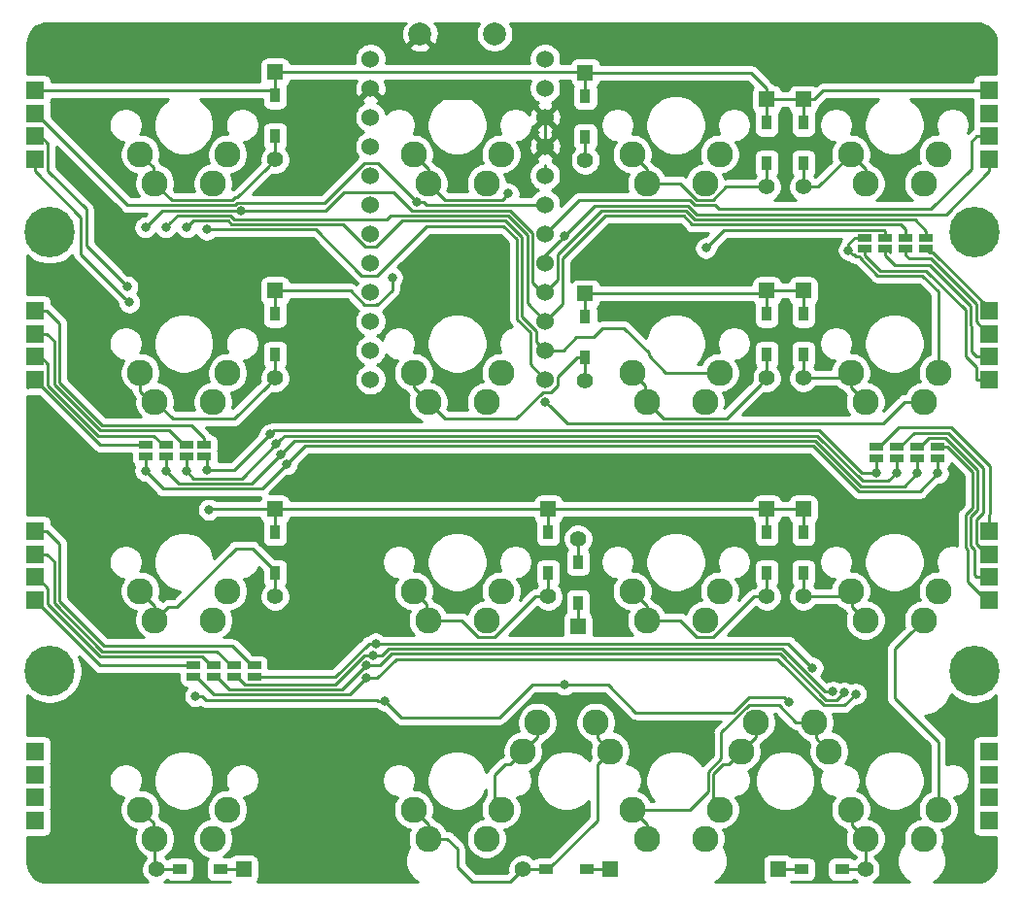
<source format=gbl>
G04 #@! TF.GenerationSoftware,KiCad,Pcbnew,5.1.4+dfsg1-1*
G04 #@! TF.CreationDate,2020-03-28T17:11:53+01:00*
G04 #@! TF.ProjectId,roni4x4ergo,726f6e69-3478-4346-9572-676f2e6b6963,rev?*
G04 #@! TF.SameCoordinates,Original*
G04 #@! TF.FileFunction,Copper,L2,Bot*
G04 #@! TF.FilePolarity,Positive*
%FSLAX46Y46*%
G04 Gerber Fmt 4.6, Leading zero omitted, Abs format (unit mm)*
G04 Created by KiCad (PCBNEW 5.1.4+dfsg1-1) date 2020-03-28 17:11:53*
%MOMM*%
%LPD*%
G04 APERTURE LIST*
%ADD10R,1.600000X1.600000*%
%ADD11R,0.950000X1.300000*%
%ADD12R,1.397000X1.397000*%
%ADD13C,1.397000*%
%ADD14C,4.400000*%
%ADD15R,1.143000X0.635000*%
%ADD16C,2.000000*%
%ADD17R,1.300000X0.950000*%
%ADD18C,2.286000*%
%ADD19C,1.524000*%
%ADD20C,0.800000*%
%ADD21C,0.250000*%
%ADD22C,0.254000*%
G04 APERTURE END LIST*
D10*
X63207050Y-25219350D03*
X63207050Y-23219350D03*
X63207050Y-21219350D03*
X63207050Y-19219350D03*
D11*
X84131900Y-61302500D03*
X84131900Y-57752500D03*
D12*
X84131900Y-55717500D03*
D13*
X84131900Y-63337500D03*
D14*
X145058178Y-31551642D03*
D10*
X63207050Y-44438700D03*
X63207050Y-42438700D03*
X63207050Y-40438700D03*
X63207050Y-38438700D03*
X63207050Y-63658050D03*
X63207050Y-61658050D03*
X63207050Y-59658050D03*
X63207050Y-57658050D03*
X63207050Y-82877400D03*
X63207050Y-80877400D03*
X63207050Y-78877400D03*
X63207050Y-76877400D03*
X146348025Y-25219350D03*
X146348025Y-23219350D03*
X146348025Y-21219350D03*
X146348025Y-19219350D03*
X146348025Y-44438700D03*
X146348025Y-42438700D03*
X146348025Y-40438700D03*
X146348025Y-38438700D03*
X146348025Y-63658050D03*
X146348025Y-61658050D03*
X146348025Y-59658050D03*
X146348025Y-57658050D03*
X146348025Y-82877400D03*
X146348025Y-80877400D03*
X146348025Y-78877400D03*
X146348025Y-76877400D03*
D14*
X64492374Y-69850176D03*
X145058178Y-69850176D03*
X64492374Y-31551642D03*
D15*
X77986146Y-51102070D03*
X77986146Y-50101310D03*
X76398642Y-50101310D03*
X76398642Y-51102070D03*
X74612700Y-51102070D03*
X74612700Y-50101310D03*
X72826758Y-50101310D03*
X72826758Y-51102070D03*
X82351782Y-70350556D03*
X82351782Y-69349796D03*
X80565840Y-69349796D03*
X80565840Y-70350556D03*
X78779898Y-70350556D03*
X78779898Y-69349796D03*
X76993956Y-69349796D03*
X76993956Y-70350556D03*
X140890980Y-33044212D03*
X140890980Y-32043452D03*
X139105038Y-32043452D03*
X139105038Y-33044212D03*
X137319096Y-32043452D03*
X137319096Y-33044212D03*
X135533154Y-33044212D03*
X135533154Y-32043452D03*
X136525344Y-50299748D03*
X136525344Y-51300508D03*
X138311286Y-50299748D03*
X138311286Y-51300508D03*
X140097228Y-51300508D03*
X140097228Y-50299748D03*
X141883170Y-50299748D03*
X141883170Y-51300508D03*
D16*
X103262500Y-14286600D03*
X96762500Y-14286600D03*
D11*
X84131900Y-23204900D03*
X84131900Y-19654900D03*
D12*
X84131900Y-17619900D03*
D13*
X84131900Y-25239900D03*
D11*
X84131900Y-42253700D03*
X84131900Y-38703700D03*
D12*
X84131900Y-36668700D03*
D13*
X84131900Y-44288700D03*
D17*
X75814258Y-87114282D03*
X79364258Y-87114282D03*
D12*
X81399258Y-87114282D03*
D13*
X73779258Y-87114282D03*
X111170750Y-25290450D03*
D12*
X111170750Y-17670450D03*
D11*
X111170750Y-19705450D03*
X111170750Y-23255450D03*
D13*
X111170750Y-44551300D03*
D12*
X111170750Y-36931300D03*
D11*
X111170750Y-38966300D03*
X111170750Y-42516300D03*
D13*
X107943200Y-63337500D03*
D12*
X107943200Y-55717500D03*
D11*
X107943200Y-57752500D03*
X107943200Y-61302500D03*
D13*
X105727776Y-87114282D03*
D12*
X113347776Y-87114282D03*
D17*
X111312776Y-87114282D03*
X107762776Y-87114282D03*
D11*
X126992000Y-25586150D03*
X126992000Y-22036150D03*
D12*
X126992000Y-20001150D03*
D13*
X126992000Y-27621150D03*
D11*
X126992000Y-42253700D03*
X126992000Y-38703700D03*
D12*
X126992000Y-36668700D03*
D13*
X126992000Y-44288700D03*
D11*
X126992000Y-61302500D03*
X126992000Y-57752500D03*
D12*
X126992000Y-55717500D03*
D13*
X126992000Y-63337500D03*
X110529966Y-58301094D03*
D12*
X110529966Y-65921094D03*
D11*
X110529966Y-63886094D03*
X110529966Y-60336094D03*
D13*
X130166800Y-27621150D03*
D12*
X130166800Y-20001150D03*
D11*
X130166800Y-22036150D03*
X130166800Y-25586150D03*
D13*
X130166800Y-44288700D03*
D12*
X130166800Y-36668700D03*
D11*
X130166800Y-38703700D03*
X130166800Y-42253700D03*
D13*
X130166800Y-63337500D03*
D12*
X130166800Y-55717500D03*
D11*
X130166800Y-57752500D03*
X130166800Y-61302500D03*
D17*
X133537832Y-87114282D03*
X129987832Y-87114282D03*
D12*
X127952832Y-87114282D03*
D13*
X135572832Y-87114282D03*
D18*
X72384900Y-24763600D03*
X78734900Y-27303600D03*
X73654900Y-27303600D03*
X80004900Y-24763600D03*
X80004900Y-43812400D03*
X73654900Y-46352400D03*
X78734900Y-46352400D03*
X72384900Y-43812400D03*
X72384900Y-62861200D03*
X78734900Y-65401200D03*
X73654900Y-65401200D03*
X80004900Y-62861200D03*
X72384900Y-81910000D03*
X78734900Y-84450000D03*
X73654900Y-84450000D03*
X80004900Y-81910000D03*
X96196200Y-24763600D03*
X102546200Y-27303600D03*
X97466200Y-27303600D03*
X103816200Y-24763600D03*
X103816200Y-43812400D03*
X97466200Y-46352400D03*
X102546200Y-46352400D03*
X96196200Y-43812400D03*
X103816200Y-62861200D03*
X97466200Y-65401200D03*
X102546200Y-65401200D03*
X96196200Y-62861200D03*
X103816200Y-81910000D03*
X97466200Y-84450000D03*
X102546200Y-84450000D03*
X96196200Y-81910000D03*
X122865000Y-24763600D03*
X116515000Y-27303600D03*
X121595000Y-27303600D03*
X115245000Y-24763600D03*
X115245000Y-43812400D03*
X121595000Y-46352400D03*
X116515000Y-46352400D03*
X122865000Y-43812400D03*
X115245000Y-62861200D03*
X121595000Y-65401200D03*
X116515000Y-65401200D03*
X122865000Y-62861200D03*
X115245000Y-81910000D03*
X121595000Y-84450000D03*
X116515000Y-84450000D03*
X122865000Y-81910000D03*
X134293800Y-24763600D03*
X140643800Y-27303600D03*
X135563800Y-27303600D03*
X141913800Y-24763600D03*
X141913800Y-43812400D03*
X135563800Y-46352400D03*
X140643800Y-46352400D03*
X134293800Y-43812400D03*
X141913800Y-62861200D03*
X135563800Y-65401200D03*
X140643800Y-65401200D03*
X134293800Y-62861200D03*
X141913800Y-81910000D03*
X135563800Y-84450000D03*
X140643800Y-84450000D03*
X134293800Y-81910000D03*
D19*
X92442600Y-16476300D03*
X92442600Y-19016300D03*
X92442600Y-21556300D03*
X92442600Y-24096300D03*
X92442600Y-26636300D03*
X92442600Y-29176300D03*
X92442600Y-31716300D03*
X92442600Y-34256300D03*
X92442600Y-36796300D03*
X92442600Y-39336300D03*
X92442600Y-41876300D03*
X92442600Y-44416300D03*
X107662600Y-44416300D03*
X107662600Y-41876300D03*
X107662600Y-39336300D03*
X107662600Y-36796300D03*
X107662600Y-34256300D03*
X107662600Y-31716300D03*
X107662600Y-29176300D03*
X107662600Y-26636300D03*
X107662600Y-24096300D03*
X107662600Y-21556300D03*
X107662600Y-19016300D03*
X107662600Y-16476300D03*
D18*
X113347776Y-76835200D03*
X106997776Y-74295200D03*
X112077776Y-74295200D03*
X105727776Y-76835200D03*
X132397824Y-76835200D03*
X126047824Y-74295200D03*
X131127824Y-74295200D03*
X124777824Y-76835200D03*
D20*
X94335600Y-35534600D03*
X96506001Y-28946613D03*
X78383022Y-55761078D03*
X71239242Y-36314154D03*
X128875584Y-72516892D03*
X93662736Y-72429870D03*
X77192394Y-72032998D03*
X109339338Y-71040804D03*
X109322773Y-31931953D03*
X71437680Y-37703224D03*
X104480788Y-28212869D03*
X72826758Y-31154766D03*
X81184151Y-29728172D03*
X74612700Y-31154766D03*
X121690163Y-32950421D03*
X76457866Y-31154766D03*
X107670600Y-46353258D03*
X78184584Y-31353342D03*
X134114435Y-33139146D03*
X83674120Y-49204450D03*
X78184584Y-52311081D03*
X136525344Y-52548542D03*
X84235159Y-50032253D03*
X76398642Y-52387632D03*
X138315773Y-52548533D03*
X84671900Y-50931854D03*
X74612700Y-52387632D03*
X140097224Y-52586070D03*
X85129913Y-51820812D03*
X72826758Y-52387632D03*
X141907603Y-52577135D03*
X130988205Y-69555541D03*
X92906512Y-67431384D03*
X132749338Y-71635586D03*
X92670546Y-68461110D03*
X133744990Y-71728869D03*
X92077976Y-69326348D03*
X134739402Y-71834556D03*
X92075224Y-70445490D03*
X119084600Y-35423900D03*
X96850450Y-37685000D03*
X138112500Y-16668750D03*
X119062800Y-75208002D03*
X143867550Y-74811126D03*
X80565840Y-37703220D03*
X127992510Y-83740836D03*
X72628320Y-56157954D03*
X107751834Y-83740836D03*
X63500184Y-49212624D03*
X143272236Y-54570450D03*
X84137724Y-83740836D03*
X73025196Y-75406440D03*
X119062800Y-52982946D03*
D21*
X84131900Y-19654900D02*
X84131900Y-17619900D01*
X111170750Y-19705450D02*
X111170750Y-17670450D01*
X107662600Y-25690598D02*
X107662600Y-26636300D01*
X111120200Y-17619900D02*
X111170750Y-17670450D01*
X88894400Y-17619900D02*
X111120200Y-17619900D01*
X146535950Y-19654900D02*
X146594650Y-19596200D01*
X83696350Y-19219350D02*
X84131900Y-19654900D01*
X67969550Y-19219350D02*
X83696350Y-19219350D01*
X126992000Y-19052650D02*
X126992000Y-20001150D01*
X125609800Y-17670450D02*
X126992000Y-19052650D01*
X111170750Y-17670450D02*
X125609800Y-17670450D01*
X126992000Y-20001150D02*
X126992000Y-22036150D01*
X130166800Y-20001150D02*
X130166800Y-22036150D01*
X145423025Y-19219350D02*
X146348025Y-19219350D01*
X131897100Y-19219350D02*
X145423025Y-19219350D01*
X131115300Y-20001150D02*
X131897100Y-19219350D01*
X130166800Y-20001150D02*
X131115300Y-20001150D01*
X126992000Y-20001150D02*
X130166800Y-20001150D01*
X67969550Y-19219350D02*
X63207050Y-19219350D01*
X88894400Y-17619900D02*
X84131900Y-17619900D01*
X73527899Y-27176599D02*
X73654900Y-27303600D01*
X73527899Y-25906599D02*
X73527899Y-27176599D01*
X72384900Y-24763600D02*
X73527899Y-25906599D01*
X84131900Y-23204900D02*
X84131900Y-25239900D01*
X83433401Y-25938399D02*
X84131900Y-25239900D01*
X80649749Y-28553159D02*
X80818641Y-28553159D01*
X73654900Y-27303600D02*
X75122901Y-28771601D01*
X80431307Y-28771601D02*
X80649749Y-28553159D01*
X75122901Y-28771601D02*
X80431307Y-28771601D01*
X80818641Y-28553159D02*
X83433401Y-25938399D01*
X130166800Y-38703700D02*
X130166800Y-36668700D01*
X126992000Y-38703700D02*
X126992000Y-36668700D01*
X126992000Y-36668700D02*
X130166800Y-36668700D01*
X107026800Y-29176300D02*
X107662600Y-29176300D01*
X84131900Y-38703700D02*
X84131900Y-36668700D01*
X126729400Y-36931300D02*
X126992000Y-36668700D01*
X111170750Y-36931300D02*
X126729400Y-36931300D01*
X111170750Y-36931300D02*
X111170750Y-38966300D01*
X90706238Y-36668700D02*
X91920839Y-37883301D01*
X88894400Y-36668700D02*
X90706238Y-36668700D01*
X91920839Y-37883301D02*
X92964361Y-37883301D01*
X94335600Y-36626800D02*
X94335600Y-35534600D01*
X93040200Y-37922200D02*
X94335600Y-36626800D01*
X92964361Y-37883301D02*
X92982831Y-37864831D01*
X92982831Y-37864831D02*
X93040200Y-37922200D01*
X63247050Y-21636200D02*
X63207050Y-21596200D01*
X63207050Y-21219350D02*
X63510350Y-21219350D01*
X88894400Y-36668700D02*
X84131900Y-36668700D01*
X106539658Y-29221612D02*
X97346685Y-29221612D01*
X97071686Y-28946613D02*
X96506001Y-28946613D01*
X97346685Y-29221612D02*
X97071686Y-28946613D01*
X107662600Y-29176300D02*
X106584970Y-29176300D01*
X106584970Y-29176300D02*
X106539658Y-29221612D01*
X63288206Y-21219350D02*
X63207050Y-21219350D01*
X93108687Y-25549299D02*
X91884901Y-25549299D01*
X80836149Y-29003170D02*
X80617707Y-29221612D01*
X96506001Y-28946613D02*
X93108687Y-25549299D01*
X81532153Y-29003170D02*
X80836149Y-29003170D01*
X80617707Y-29221612D02*
X71290468Y-29221612D01*
X91884901Y-25549299D02*
X88411424Y-29022776D01*
X88411424Y-29022776D02*
X81551759Y-29022776D01*
X71290468Y-29221612D02*
X63288206Y-21219350D01*
X81551759Y-29022776D02*
X81532153Y-29003170D01*
X73308454Y-46352400D02*
X73654900Y-46352400D01*
X72384900Y-45428846D02*
X73308454Y-46352400D01*
X72384900Y-43812400D02*
X72384900Y-45428846D01*
X84131900Y-42253700D02*
X84131900Y-44288700D01*
X80597042Y-47823558D02*
X83433401Y-44987199D01*
X83433401Y-44987199D02*
X84131900Y-44288700D01*
X73654900Y-46352400D02*
X73736856Y-46352400D01*
X75208014Y-47823558D02*
X80597042Y-47823558D01*
X73736856Y-46352400D02*
X75208014Y-47823558D01*
X84131900Y-57752500D02*
X84131900Y-55717500D01*
X88894400Y-55717500D02*
X107943200Y-55717500D01*
X107943200Y-55717500D02*
X107943200Y-57752500D01*
X126992000Y-57752500D02*
X126992000Y-55717500D01*
X107943200Y-55717500D02*
X126992000Y-55717500D01*
X130166800Y-57752500D02*
X130166800Y-55717500D01*
X126992000Y-55717500D02*
X130166800Y-55717500D01*
X108424599Y-30954301D02*
X107662600Y-31716300D01*
X110607299Y-28771601D02*
X108424599Y-30954301D01*
X120703959Y-29221612D02*
X120253948Y-28771601D01*
X122486041Y-29221612D02*
X120703959Y-29221612D01*
X122831691Y-29567262D02*
X122486041Y-29221612D01*
X145298025Y-23219350D02*
X144830800Y-23686575D01*
X146348025Y-23219350D02*
X145298025Y-23219350D01*
X120253948Y-28771601D02*
X110607299Y-28771601D01*
X141287856Y-29567262D02*
X122831691Y-29567262D01*
X144830800Y-26024318D02*
X141287856Y-29567262D01*
X144830800Y-23686575D02*
X144830800Y-26024318D01*
X88894400Y-55717500D02*
X84131900Y-55717500D01*
X78426600Y-55717500D02*
X78383022Y-55761078D01*
X84131900Y-55717500D02*
X78426600Y-55717500D01*
X63700702Y-23219350D02*
X63207050Y-23219350D01*
X71239242Y-36314154D02*
X67667358Y-32742270D01*
X67667358Y-32742270D02*
X67667358Y-29567262D01*
X67667358Y-29567262D02*
X64332051Y-26231955D01*
X64332051Y-26231955D02*
X64332051Y-23850699D01*
X64332051Y-23850699D02*
X63700702Y-23219350D01*
X73654900Y-64131200D02*
X73654900Y-65401200D01*
X72384900Y-62861200D02*
X73654900Y-64131200D01*
X84131900Y-63337500D02*
X84131900Y-61302500D01*
X84131900Y-61127500D02*
X84131900Y-61302500D01*
X82149699Y-59145299D02*
X84131900Y-61127500D01*
X80710467Y-59145299D02*
X82149699Y-59145299D01*
X75597565Y-64258201D02*
X80710467Y-59145299D01*
X74797899Y-64258201D02*
X75597565Y-64258201D01*
X73654900Y-65401200D02*
X74797899Y-64258201D01*
X111312776Y-87114282D02*
X113347776Y-87114282D01*
X129987832Y-87114282D02*
X127952832Y-87114282D01*
X128475585Y-72116893D02*
X128875584Y-72516892D01*
X124094871Y-73439101D02*
X125417079Y-72116893D01*
X95121978Y-73889112D02*
X103687201Y-73889112D01*
X103687201Y-73889112D02*
X106535509Y-71040804D01*
X125417079Y-72116893D02*
X128475585Y-72116893D01*
X93662736Y-72429870D02*
X95121978Y-73889112D01*
X106535509Y-71040804D02*
X109339338Y-71040804D01*
X115574751Y-73439101D02*
X124094871Y-73439101D01*
X113176454Y-71040804D02*
X115574751Y-73439101D01*
X110529966Y-65921094D02*
X110529966Y-63886094D01*
X109339338Y-71040804D02*
X113176454Y-71040804D01*
X146348025Y-26269350D02*
X142600102Y-30017273D01*
X109722772Y-31531954D02*
X109322773Y-31931953D01*
X146348025Y-25219350D02*
X146348025Y-26269350D01*
X120108491Y-29262554D02*
X111992172Y-29262554D01*
X107662600Y-33625256D02*
X108939339Y-32348517D01*
X142600102Y-30017273D02*
X120863210Y-30017273D01*
X108939339Y-32348517D02*
X109339338Y-31948518D01*
X107662600Y-34256300D02*
X107662600Y-33625256D01*
X120863210Y-30017273D02*
X120108491Y-29262554D01*
X111992172Y-29262554D02*
X109722772Y-31531954D01*
X109339338Y-31948518D02*
X109322773Y-31931953D01*
X79364258Y-87114282D02*
X81399258Y-87114282D01*
X78101816Y-72376735D02*
X77758079Y-72032998D01*
X93043916Y-72376735D02*
X78101816Y-72376735D01*
X77758079Y-72032998D02*
X77192394Y-72032998D01*
X93662736Y-72429870D02*
X93097051Y-72429870D01*
X93097051Y-72429870D02*
X93043916Y-72376735D01*
X67217347Y-33482891D02*
X71037681Y-37303225D01*
X63207050Y-25219350D02*
X63207050Y-26269350D01*
X63207050Y-26269350D02*
X67217347Y-30279647D01*
X67217347Y-30279647D02*
X67217347Y-33482891D01*
X71037681Y-37303225D02*
X71437680Y-37703224D01*
X73527899Y-84322999D02*
X73654900Y-84450000D01*
X73527899Y-83052999D02*
X73527899Y-84322999D01*
X72384900Y-81910000D02*
X73527899Y-83052999D01*
X72384900Y-81910000D02*
X72429794Y-81954894D01*
X73654900Y-86989924D02*
X73779258Y-87114282D01*
X73654900Y-84450000D02*
X73654900Y-86989924D01*
X73779258Y-87114282D02*
X75814258Y-87114282D01*
X97466200Y-26033600D02*
X97466200Y-27303600D01*
X96196200Y-24763600D02*
X97466200Y-26033600D01*
X111170750Y-25290450D02*
X111170750Y-23255450D01*
X103922056Y-28771601D02*
X104080789Y-28612868D01*
X104080789Y-28612868D02*
X104480788Y-28212869D01*
X98934201Y-28771601D02*
X103922056Y-28771601D01*
X97466200Y-27303600D02*
X98934201Y-28771601D01*
X96196200Y-45082400D02*
X96196200Y-43812400D01*
X97466200Y-46352400D02*
X96196200Y-45082400D01*
X111170750Y-42516300D02*
X111170750Y-44551300D01*
X110445750Y-42516300D02*
X111170750Y-42516300D01*
X108749601Y-44212449D02*
X110445750Y-42516300D01*
X108749601Y-44938061D02*
X108749601Y-44212449D01*
X108184361Y-45503301D02*
X108749601Y-44938061D01*
X107458749Y-45503301D02*
X108184361Y-45503301D01*
X105133850Y-47828200D02*
X107458749Y-45503301D01*
X98934201Y-47820401D02*
X103296449Y-47820401D01*
X97466200Y-46352400D02*
X98934201Y-47820401D01*
X103296449Y-47820401D02*
X103304248Y-47828200D01*
X103304248Y-47828200D02*
X105133850Y-47828200D01*
X97339199Y-65274199D02*
X97466200Y-65401200D01*
X97339199Y-64004199D02*
X97339199Y-65274199D01*
X96196200Y-62861200D02*
X97339199Y-64004199D01*
X107943200Y-63337500D02*
X107943200Y-61302500D01*
X101841559Y-66869201D02*
X103250841Y-66869201D01*
X103250841Y-66869201D02*
X106782542Y-63337500D01*
X106782542Y-63337500D02*
X106955372Y-63337500D01*
X106955372Y-63337500D02*
X107943200Y-63337500D01*
X100373558Y-65401200D02*
X101841559Y-66869201D01*
X97466200Y-65401200D02*
X100373558Y-65401200D01*
X97466200Y-83180000D02*
X97466200Y-84450000D01*
X96196200Y-81910000D02*
X97466200Y-83180000D01*
X105727776Y-87114282D02*
X107762776Y-87114282D01*
X113347776Y-76835200D02*
X112204777Y-75692201D01*
X112204777Y-74422201D02*
X112077776Y-74295200D01*
X112204777Y-75692201D02*
X112204777Y-74422201D01*
X105029277Y-87812781D02*
X105727776Y-87114282D01*
X97466200Y-84450000D02*
X99134412Y-84450000D01*
X104632857Y-88209201D02*
X105029277Y-87812781D01*
X99134412Y-84450000D02*
X100012752Y-85328340D01*
X100012752Y-85328340D02*
X100012752Y-86915844D01*
X101306109Y-88209201D02*
X104632857Y-88209201D01*
X100012752Y-86915844D02*
X101306109Y-88209201D01*
X96196200Y-81910000D02*
X96241094Y-81954894D01*
X112204777Y-82847281D02*
X112204777Y-77978199D01*
X107937776Y-87114282D02*
X112204777Y-82847281D01*
X112204777Y-77978199D02*
X113347776Y-76835200D01*
X107762776Y-87114282D02*
X107937776Y-87114282D01*
X116515000Y-26033600D02*
X116515000Y-27303600D01*
X115245000Y-24763600D02*
X116515000Y-26033600D01*
X116515000Y-27303600D02*
X119422358Y-27303600D01*
X119422358Y-27303600D02*
X120890359Y-28771601D01*
X120890359Y-28771601D02*
X122299641Y-28771601D01*
X122299641Y-28771601D02*
X123450092Y-27621150D01*
X123450092Y-27621150D02*
X126004172Y-27621150D01*
X126004172Y-27621150D02*
X126992000Y-27621150D01*
X126992000Y-25586150D02*
X126992000Y-27621150D01*
X116387999Y-46225399D02*
X116515000Y-46352400D01*
X116387999Y-44955399D02*
X116387999Y-46225399D01*
X115245000Y-43812400D02*
X116387999Y-44955399D01*
X126293501Y-44987199D02*
X126992000Y-44288700D01*
X123460299Y-47820401D02*
X126293501Y-44987199D01*
X117983001Y-47820401D02*
X123460299Y-47820401D01*
X116515000Y-46352400D02*
X117983001Y-47820401D01*
X126992000Y-44288700D02*
X126992000Y-42253700D01*
X116515000Y-64131200D02*
X116515000Y-65401200D01*
X115245000Y-62861200D02*
X116515000Y-64131200D01*
X126992000Y-63337500D02*
X126992000Y-61302500D01*
X125831342Y-63337500D02*
X126004172Y-63337500D01*
X126004172Y-63337500D02*
X126992000Y-63337500D01*
X120890359Y-66869201D02*
X122299641Y-66869201D01*
X119422358Y-65401200D02*
X120890359Y-66869201D01*
X116515000Y-65401200D02*
X119422358Y-65401200D01*
X122299641Y-66869201D02*
X125831342Y-63337500D01*
X116515000Y-83180000D02*
X116515000Y-84450000D01*
X115245000Y-81910000D02*
X116515000Y-83180000D01*
X131254825Y-74422201D02*
X131127824Y-74295200D01*
X131254825Y-75692201D02*
X131254825Y-74422201D01*
X132397824Y-76835200D02*
X131254825Y-75692201D01*
X128043377Y-72827199D02*
X129511378Y-74295200D01*
X125412816Y-72826746D02*
X125413269Y-72827199D01*
X123031560Y-75208002D02*
X125412816Y-72826746D01*
X125413269Y-72827199D02*
X128043377Y-72827199D01*
X121881912Y-80326410D02*
X121881914Y-78624366D01*
X129511378Y-74295200D02*
X131127824Y-74295200D01*
X121881914Y-78624366D02*
X123031560Y-77474720D01*
X120298322Y-81910000D02*
X121881912Y-80326410D01*
X115245000Y-81910000D02*
X120298322Y-81910000D01*
X123031560Y-77474720D02*
X123031560Y-75208002D01*
X110529966Y-60336094D02*
X110529966Y-58301094D01*
X133817500Y-25239900D02*
X134293800Y-24763600D01*
X135563800Y-26033600D02*
X135563800Y-27303600D01*
X134293800Y-24763600D02*
X135563800Y-26033600D01*
X130166800Y-25586150D02*
X130166800Y-27621150D01*
X131436250Y-27621150D02*
X130166800Y-27621150D01*
X134293800Y-24763600D02*
X131436250Y-27621150D01*
X134293800Y-45082400D02*
X134293800Y-43812400D01*
X135563800Y-46352400D02*
X134293800Y-45082400D01*
X133817500Y-44288700D02*
X134293800Y-43812400D01*
X130166800Y-44288700D02*
X133817500Y-44288700D01*
X130166800Y-44288700D02*
X130166800Y-42253700D01*
X134420801Y-62988201D02*
X134293800Y-62861200D01*
X134420801Y-64258201D02*
X134420801Y-62988201D01*
X135563800Y-65401200D02*
X134420801Y-64258201D01*
X133817500Y-63337500D02*
X134293800Y-62861200D01*
X130166800Y-63337500D02*
X133817500Y-63337500D01*
X130166800Y-63337500D02*
X130166800Y-61302500D01*
X134420801Y-83307001D02*
X134420801Y-82037001D01*
X134420801Y-82037001D02*
X134293800Y-81910000D01*
X135563800Y-84450000D02*
X134420801Y-83307001D01*
X133817500Y-82386300D02*
X134293800Y-81910000D01*
X135563800Y-87105250D02*
X135572832Y-87114282D01*
X135563800Y-84450000D02*
X135563800Y-87105250D01*
X135572832Y-87114282D02*
X133537832Y-87114282D01*
X63207050Y-38438700D02*
X64257050Y-38438700D01*
X65339237Y-39520887D02*
X65339237Y-44661657D01*
X77986146Y-49533810D02*
X77986146Y-50101310D01*
X69096452Y-48418872D02*
X76871208Y-48418872D01*
X76871208Y-48418872D02*
X77986146Y-49533810D01*
X64257050Y-38438700D02*
X65339237Y-39520887D01*
X65339237Y-44661657D02*
X69096452Y-48418872D01*
X63207050Y-41076650D02*
X63207050Y-40815550D01*
X63679700Y-40438700D02*
X63207050Y-40438700D01*
X76144642Y-50101310D02*
X76398642Y-50101310D01*
X64257050Y-40438700D02*
X64889226Y-41070876D01*
X63207050Y-40438700D02*
X64257050Y-40438700D01*
X64889226Y-41070876D02*
X64889226Y-44848056D01*
X74912215Y-48868883D02*
X76144642Y-50101310D01*
X64889226Y-44848056D02*
X68910053Y-48868883D01*
X68910053Y-48868883D02*
X74912215Y-48868883D01*
X63207050Y-42958698D02*
X63207050Y-42815550D01*
X64332051Y-43041063D02*
X63729688Y-42438700D01*
X74358700Y-50101310D02*
X73576284Y-49318894D01*
X64332051Y-44927291D02*
X64332051Y-43041063D01*
X63729688Y-42438700D02*
X63207050Y-42438700D01*
X68723654Y-49318894D02*
X64332051Y-44927291D01*
X73576284Y-49318894D02*
X68723654Y-49318894D01*
X74612700Y-50101310D02*
X74358700Y-50101310D01*
X62532051Y-45113699D02*
X63207050Y-44438700D01*
X68869660Y-50101310D02*
X63207050Y-44438700D01*
X72826758Y-50101310D02*
X68869660Y-50101310D01*
X63207050Y-63658050D02*
X63207050Y-63802340D01*
X68898796Y-69349796D02*
X63207050Y-63658050D01*
X76993956Y-69349796D02*
X68898796Y-69349796D01*
X64332051Y-64017369D02*
X64332051Y-62628303D01*
X68882062Y-68567380D02*
X64332051Y-64017369D01*
X64332051Y-62628303D02*
X63361798Y-61658050D01*
X77743482Y-68567380D02*
X68882062Y-68567380D01*
X78779898Y-69349796D02*
X78525898Y-69349796D01*
X78525898Y-69349796D02*
X77743482Y-68567380D01*
X63361798Y-61658050D02*
X63207050Y-61658050D01*
X64257050Y-59658050D02*
X63207050Y-59658050D01*
X64889226Y-60290226D02*
X64257050Y-59658050D01*
X80311840Y-69349796D02*
X79079413Y-68117369D01*
X80565840Y-69349796D02*
X80311840Y-69349796D01*
X79079413Y-68117369D02*
X69068462Y-68117369D01*
X69068462Y-68117369D02*
X64889226Y-63938133D01*
X64889226Y-63938133D02*
X64889226Y-60290226D01*
X69254862Y-67667358D02*
X80415344Y-67667358D01*
X64257050Y-57658050D02*
X65339237Y-58740237D01*
X65339237Y-58740237D02*
X65339237Y-63751733D01*
X82097782Y-69349796D02*
X82351782Y-69349796D01*
X63207050Y-57658050D02*
X64257050Y-57658050D01*
X80415344Y-67667358D02*
X82097782Y-69349796D01*
X65339237Y-63751733D02*
X69254862Y-67667358D01*
X146348025Y-38438700D02*
X146348025Y-38199315D01*
X146348025Y-38199315D02*
X141486294Y-33337584D01*
X141184352Y-33337584D02*
X140890980Y-33044212D01*
X141486294Y-33337584D02*
X141184352Y-33337584D01*
X146288348Y-40438700D02*
X145223024Y-39373376D01*
X146348025Y-40438700D02*
X146288348Y-40438700D01*
X145223024Y-39373376D02*
X145223024Y-37826969D01*
X145223024Y-37826969D02*
X141287856Y-33891801D01*
X139385127Y-33891801D02*
X140733639Y-33891801D01*
X139105038Y-33611712D02*
X139385127Y-33891801D01*
X139105038Y-33044212D02*
X139105038Y-33611712D01*
X141287856Y-33891801D02*
X140733639Y-33891801D01*
X140733639Y-33891801D02*
X139659255Y-33891801D01*
X137715972Y-33044212D02*
X137715972Y-33337584D01*
X144773013Y-38013369D02*
X141234721Y-34475077D01*
X145298025Y-42438700D02*
X144859740Y-42000415D01*
X146348025Y-42438700D02*
X145298025Y-42438700D01*
X144859740Y-39771828D02*
X144773013Y-39685101D01*
X144859740Y-42000415D02*
X144859740Y-39771828D01*
X144773013Y-39685101D02*
X144773013Y-38013369D01*
X138182461Y-34475077D02*
X139051903Y-34475077D01*
X137319096Y-33611712D02*
X138182461Y-34475077D01*
X141234721Y-34475077D02*
X139051903Y-34475077D01*
X137319096Y-33044212D02*
X137319096Y-33611712D01*
X139051903Y-34475077D02*
X138456589Y-34475077D01*
X145223024Y-43313699D02*
X144323002Y-42413677D01*
X145298025Y-44438700D02*
X145223024Y-44363699D01*
X145223024Y-44363699D02*
X145223024Y-43313699D01*
X144323002Y-42413677D02*
X144323002Y-41873532D01*
X146348025Y-44438700D02*
X145298025Y-44438700D01*
X144323002Y-41873532D02*
X144359701Y-41836833D01*
X144359701Y-41836833D02*
X144359701Y-39908200D01*
X144359701Y-39908200D02*
X144323002Y-39871501D01*
X144323002Y-39871501D02*
X144323002Y-38357110D01*
X144323002Y-38357110D02*
X140890980Y-34925088D01*
X135533154Y-33044212D02*
X135533154Y-33611712D01*
X135533154Y-33611712D02*
X136846530Y-34925088D01*
X140890980Y-34925088D02*
X137914410Y-34925088D01*
X136846530Y-34925088D02*
X137914410Y-34925088D01*
X137914410Y-34925088D02*
X137120658Y-34925088D01*
X144914279Y-55633972D02*
X144914279Y-52509357D01*
X144323002Y-59090851D02*
X144323002Y-56225249D01*
X142704670Y-50299748D02*
X141883170Y-50299748D01*
X144462864Y-62039864D02*
X144462864Y-59230713D01*
X144323002Y-56225249D02*
X144914279Y-55633972D01*
X144462864Y-59230713D02*
X144323002Y-59090851D01*
X146348025Y-63658050D02*
X146081050Y-63658050D01*
X146081050Y-63658050D02*
X144462864Y-62039864D01*
X144914279Y-52509357D02*
X142704670Y-50299748D01*
X146217800Y-61426550D02*
X146217800Y-61658050D01*
X146348025Y-61658050D02*
X145298025Y-61658050D01*
X140351228Y-50299748D02*
X140097228Y-50299748D01*
X145111313Y-59242751D02*
X144773013Y-58904451D01*
X142574756Y-49517332D02*
X141133644Y-49517332D01*
X141133644Y-49517332D02*
X140351228Y-50299748D01*
X145364290Y-52306866D02*
X142574756Y-49517332D01*
X144773013Y-58904451D02*
X144773013Y-56411649D01*
X145364290Y-55820372D02*
X145364290Y-52306866D01*
X144773013Y-56411649D02*
X145364290Y-55820372D01*
X145111313Y-61471338D02*
X145111313Y-59242751D01*
X145298025Y-61658050D02*
X145111313Y-61471338D01*
X145605500Y-58991500D02*
X145613949Y-58983051D01*
X145613949Y-58983051D02*
X145673026Y-58983051D01*
X145814301Y-52120466D02*
X142761156Y-49067321D01*
X145223024Y-58718051D02*
X145223024Y-56629520D01*
X138565286Y-50299748D02*
X138311286Y-50299748D01*
X139797713Y-49067321D02*
X138565286Y-50299748D01*
X142761156Y-49067321D02*
X139797713Y-49067321D01*
X145814301Y-56038243D02*
X145814301Y-52120466D01*
X145223024Y-56629520D02*
X145814301Y-56038243D01*
X146163023Y-59658050D02*
X145223024Y-58718051D01*
X146348025Y-59658050D02*
X146163023Y-59658050D01*
X136779344Y-50299748D02*
X136525344Y-50299748D01*
X138461782Y-48617310D02*
X136779344Y-50299748D01*
X146456801Y-52000313D02*
X143073798Y-48617310D01*
X146348025Y-57658050D02*
X146348025Y-56191575D01*
X146348025Y-56191575D02*
X146456801Y-56082799D01*
X143073798Y-48617310D02*
X138461782Y-48617310D01*
X146456801Y-56082799D02*
X146456801Y-52000313D01*
X80004900Y-81910000D02*
X79469327Y-81374427D01*
X140890980Y-31475952D02*
X140890980Y-32043452D01*
X139882312Y-30467284D02*
X140890980Y-31475952D01*
X120676810Y-30467284D02*
X139882312Y-30467284D01*
X108749601Y-35709299D02*
X108749601Y-33530445D01*
X107662600Y-36796300D02*
X108749601Y-35709299D01*
X112567481Y-29712565D02*
X119922091Y-29712565D01*
X108749601Y-33530445D02*
X112567481Y-29712565D01*
X119922091Y-29712565D02*
X120676810Y-30467284D01*
X90179749Y-28089299D02*
X90150120Y-28089299D01*
X81749836Y-29728172D02*
X81184151Y-29728172D01*
X74309901Y-29671623D02*
X80561917Y-29671623D01*
X72826758Y-31154766D02*
X74309901Y-29671623D01*
X90179749Y-28089299D02*
X88540876Y-29728172D01*
X80618466Y-29728172D02*
X81184151Y-29728172D01*
X88540876Y-29728172D02*
X81749836Y-29728172D01*
X80561917Y-29671623D02*
X80618466Y-29728172D01*
X94466810Y-28089299D02*
X90179749Y-28089299D01*
X96049134Y-29671623D02*
X94466810Y-28089299D01*
X107440228Y-36796300D02*
X106575599Y-35931671D01*
X106575599Y-35931671D02*
X106575599Y-31641182D01*
X107662600Y-36796300D02*
X107440228Y-36796300D01*
X106575599Y-31641182D02*
X104606040Y-29671623D01*
X104606040Y-29671623D02*
X96049134Y-29671623D01*
X106997776Y-75565200D02*
X106997776Y-74295200D01*
X105727776Y-76835200D02*
X106997776Y-75565200D01*
X103816200Y-81910000D02*
X103281875Y-81375675D01*
X104584777Y-77978199D02*
X105727776Y-76835200D01*
X104190573Y-77978199D02*
X104584777Y-77978199D01*
X103281875Y-78886897D02*
X104190573Y-77978199D01*
X103281875Y-81375675D02*
X103281875Y-78886897D01*
X120490410Y-30917295D02*
X138669129Y-30917295D01*
X109199611Y-37799289D02*
X109199611Y-33874187D01*
X107662600Y-39336300D02*
X109199611Y-37799289D01*
X139105038Y-31353204D02*
X139105038Y-32043452D01*
X138669129Y-30917295D02*
X139105038Y-31353204D01*
X109199611Y-33874187D02*
X112911222Y-30162576D01*
X112911222Y-30162576D02*
X119735691Y-30162576D01*
X119735691Y-30162576D02*
X120490410Y-30917295D01*
X75645832Y-30121634D02*
X75012699Y-30754767D01*
X80210204Y-30121634D02*
X75645832Y-30121634D01*
X80541752Y-30453182D02*
X80210204Y-30121634D01*
X93861174Y-30453182D02*
X80541752Y-30453182D01*
X104419640Y-30121634D02*
X94216798Y-30121634D01*
X106125588Y-37780722D02*
X106125588Y-31827582D01*
X106125588Y-31827582D02*
X104419640Y-30121634D01*
X93977418Y-30361014D02*
X93953342Y-30361014D01*
X107662600Y-39317734D02*
X106125588Y-37780722D01*
X75012699Y-30754767D02*
X74612700Y-31154766D01*
X93953342Y-30361014D02*
X93861174Y-30453182D01*
X94216798Y-30121634D02*
X93977418Y-30361014D01*
X107662600Y-39336300D02*
X107662600Y-39317734D01*
X118163026Y-43812400D02*
X121248554Y-43812400D01*
X116695025Y-42344399D02*
X118163026Y-43812400D01*
X116695025Y-42078725D02*
X116695025Y-42344399D01*
X109240550Y-41876300D02*
X110417050Y-40699800D01*
X107662600Y-41876300D02*
X109240550Y-41876300D01*
X111924450Y-40699800D02*
X112678150Y-39946100D01*
X110417050Y-40699800D02*
X111924450Y-40699800D01*
X121248554Y-43812400D02*
X122865000Y-43812400D01*
X114562400Y-39946100D02*
X116695025Y-42078725D01*
X112678150Y-39946100D02*
X114562400Y-39946100D01*
X126047824Y-75565200D02*
X126047824Y-74295200D01*
X124777824Y-76835200D02*
X126047824Y-75565200D01*
X137319096Y-31475952D02*
X137319096Y-32043452D01*
X137210450Y-31367306D02*
X137319096Y-31475952D01*
X123273279Y-31367306D02*
X137210450Y-31367306D01*
X121690163Y-32950421D02*
X123273279Y-31367306D01*
X123626890Y-77986134D02*
X123634825Y-77978199D01*
X122331923Y-78810767D02*
X123156556Y-77986134D01*
X123634825Y-77978199D02*
X124777824Y-76835200D01*
X123156556Y-77986134D02*
X123626890Y-77986134D01*
X122865000Y-81910000D02*
X122331923Y-81376923D01*
X122331923Y-81376923D02*
X122331923Y-78810767D01*
X106900601Y-41114301D02*
X106900601Y-40183063D01*
X92965294Y-32803301D02*
X91978922Y-32803301D01*
X80023804Y-30571645D02*
X77040987Y-30571645D01*
X77040987Y-30571645D02*
X76857865Y-30754767D01*
X90078814Y-30903193D02*
X80355352Y-30903193D01*
X105675577Y-32013981D02*
X104233241Y-30571645D01*
X105675577Y-38958039D02*
X105675577Y-32013981D01*
X104233241Y-30571645D02*
X95196950Y-30571645D01*
X95196950Y-30571645D02*
X92965294Y-32803301D01*
X76857865Y-30754767D02*
X76457866Y-31154766D01*
X91978922Y-32803301D02*
X90078814Y-30903193D01*
X80355352Y-30903193D02*
X80023804Y-30571645D01*
X107662600Y-41876300D02*
X106900601Y-41114301D01*
X106900601Y-40183063D02*
X105675577Y-38958039D01*
X139027354Y-46352400D02*
X137109344Y-48270410D01*
X140643800Y-46352400D02*
X139027354Y-46352400D01*
X137109344Y-48270410D02*
X109587752Y-48270410D01*
X109587752Y-48270410D02*
X108070599Y-46753257D01*
X108070599Y-46753257D02*
X107670600Y-46353258D01*
X141913800Y-81910000D02*
X141913800Y-75978150D01*
X138168923Y-67876077D02*
X139500801Y-66544199D01*
X141913800Y-75978150D02*
X138168923Y-72233273D01*
X138168923Y-72233273D02*
X138168923Y-67876077D01*
X139500801Y-66544199D02*
X140643800Y-65401200D01*
X135731592Y-32043452D02*
X134644444Y-32043452D01*
X134114435Y-32573461D02*
X134114435Y-33139146D01*
X134644444Y-32043452D02*
X134114435Y-32573461D01*
X134636653Y-33539145D02*
X134514434Y-33539145D01*
X134636653Y-33621713D02*
X134636653Y-33539145D01*
X134701653Y-33686713D02*
X134636653Y-33621713D01*
X135083145Y-33686713D02*
X134701653Y-33686713D01*
X141913800Y-36741660D02*
X140547238Y-35375098D01*
X135083145Y-33798113D02*
X135083145Y-33686713D01*
X134514434Y-33539145D02*
X134114435Y-33139146D01*
X141913800Y-43812400D02*
X141913800Y-36741660D01*
X140547238Y-35375098D02*
X136660129Y-35375097D01*
X136660129Y-35375097D02*
X135083145Y-33798113D01*
X78184722Y-31353204D02*
X78184584Y-31353342D01*
X97367730Y-31021656D02*
X93046085Y-35343301D01*
X104046842Y-31021656D02*
X97367730Y-31021656D01*
X105225566Y-39144439D02*
X105225566Y-32200380D01*
X93046085Y-35343301D02*
X91699693Y-35343301D01*
X107662600Y-44416300D02*
X106362768Y-43116468D01*
X91699693Y-35343301D02*
X87709596Y-31353204D01*
X106362768Y-43116468D02*
X106362768Y-40281641D01*
X106362768Y-40281641D02*
X105225566Y-39144439D01*
X87709596Y-31353204D02*
X78184722Y-31353204D01*
X105225566Y-32200380D02*
X104046842Y-31021656D01*
X78184584Y-51102070D02*
X78184584Y-52586070D01*
X78184584Y-52586070D02*
X78184584Y-52311081D01*
X83274121Y-49604449D02*
X83674120Y-49204450D01*
X78184584Y-52311081D02*
X80567489Y-52311081D01*
X80567489Y-52311081D02*
X83274121Y-49604449D01*
X136525344Y-51300508D02*
X136525344Y-52548542D01*
X84074119Y-48804451D02*
X83674120Y-49204450D01*
X131553097Y-48804451D02*
X84074119Y-48804451D01*
X136525344Y-52548542D02*
X135297188Y-52548542D01*
X135297188Y-52548542D02*
X131553097Y-48804451D01*
X76398642Y-51102070D02*
X76398642Y-52387632D01*
X77047091Y-53036081D02*
X76398642Y-52387632D01*
X84235159Y-50032253D02*
X81231331Y-53036081D01*
X81231331Y-53036081D02*
X77047091Y-53036081D01*
X138311286Y-52544046D02*
X138315773Y-52548533D01*
X138311286Y-51300508D02*
X138311286Y-52544046D01*
X137590754Y-53273552D02*
X135348214Y-53273552D01*
X138315773Y-52548533D02*
X137590754Y-53273552D01*
X135348214Y-53273552D02*
X131379455Y-49304792D01*
X84962620Y-49304792D02*
X84635158Y-49632254D01*
X131379455Y-49304792D02*
X84962620Y-49304792D01*
X84635158Y-49632254D02*
X84235159Y-50032253D01*
X74612700Y-51102070D02*
X74612700Y-52387632D01*
X84271901Y-51331853D02*
X84671900Y-50931854D01*
X82117662Y-53486092D02*
X84271901Y-51331853D01*
X74612700Y-52387632D02*
X75711160Y-53486092D01*
X75711160Y-53486092D02*
X82117662Y-53486092D01*
X140097228Y-52586066D02*
X140097224Y-52586070D01*
X140097228Y-51300508D02*
X140097228Y-52586066D01*
X135161814Y-53723563D02*
X131193055Y-49754803D01*
X131193055Y-49754803D02*
X85848951Y-49754803D01*
X138959731Y-53723563D02*
X135161814Y-53723563D01*
X85848951Y-49754803D02*
X85071899Y-50531855D01*
X140097224Y-52586070D02*
X138959731Y-53723563D01*
X85071899Y-50531855D02*
X84671900Y-50931854D01*
X72826758Y-51102070D02*
X72826758Y-52387632D01*
X84729914Y-52220811D02*
X85129913Y-51820812D01*
X83014622Y-53936103D02*
X84729914Y-52220811D01*
X72826758Y-52387632D02*
X74375229Y-53936103D01*
X74375229Y-53936103D02*
X83014622Y-53936103D01*
X141883170Y-52552702D02*
X141907603Y-52577135D01*
X141883170Y-51300508D02*
X141883170Y-52552702D01*
X86745911Y-50204814D02*
X85129913Y-51820812D01*
X134975415Y-54173574D02*
X131006655Y-50204814D01*
X141907603Y-52577135D02*
X140311164Y-54173574D01*
X131006655Y-50204814D02*
X86745911Y-50204814D01*
X140311164Y-54173574D02*
X134975415Y-54173574D01*
X89392034Y-70350556D02*
X92311206Y-67431384D01*
X128864048Y-67431384D02*
X93472197Y-67431384D01*
X93472197Y-67431384D02*
X92906512Y-67431384D01*
X130988205Y-69555541D02*
X128864048Y-67431384D01*
X92311206Y-67431384D02*
X92340827Y-67431384D01*
X92340827Y-67431384D02*
X92906512Y-67431384D01*
X82351782Y-70350556D02*
X89392034Y-70350556D01*
X93994502Y-67901277D02*
X93434669Y-68461110D01*
X132042932Y-71635586D02*
X128308623Y-67901277D01*
X128308623Y-67901277D02*
X93994502Y-67901277D01*
X132749338Y-71635586D02*
X132042932Y-71635586D01*
X93236231Y-68461110D02*
X92670546Y-68461110D01*
X93434669Y-68461110D02*
X93236231Y-68461110D01*
X92104861Y-68461110D02*
X92670546Y-68461110D01*
X91917890Y-68461110D02*
X92104861Y-68461110D01*
X89385943Y-70993057D02*
X91917890Y-68461110D01*
X81462341Y-70993057D02*
X89385943Y-70993057D01*
X80819840Y-70350556D02*
X81462341Y-70993057D01*
X80565840Y-70350556D02*
X80819840Y-70350556D01*
X92643661Y-69326348D02*
X92077976Y-69326348D01*
X133744990Y-71728869D02*
X133096671Y-72377188D01*
X93294441Y-69326348D02*
X92643661Y-69326348D01*
X94269501Y-68351288D02*
X93294441Y-69326348D01*
X132148122Y-72377188D02*
X128122223Y-68351288D01*
X128122223Y-68351288D02*
X94269501Y-68351288D01*
X133096671Y-72377188D02*
X132148122Y-72377188D01*
X89961258Y-71443066D02*
X91677977Y-69726347D01*
X78779898Y-70350556D02*
X79033898Y-70350556D01*
X91677977Y-69726347D02*
X92077976Y-69326348D01*
X80126408Y-71443066D02*
X89961258Y-71443066D01*
X79033898Y-70350556D02*
X80126408Y-71443066D01*
X91675225Y-70845489D02*
X92075224Y-70445490D01*
X134739402Y-71834556D02*
X133746759Y-72827199D01*
X133746759Y-72827199D02*
X131961723Y-72827199D01*
X131961723Y-72827199D02*
X127935823Y-68801299D01*
X127935823Y-68801299D02*
X94681984Y-68801299D01*
X78790477Y-71893077D02*
X90627637Y-71893077D01*
X94681984Y-68801299D02*
X93037793Y-70445490D01*
X77247956Y-70350556D02*
X78790477Y-71893077D01*
X92640909Y-70445490D02*
X92075224Y-70445490D01*
X76993956Y-70350556D02*
X77247956Y-70350556D01*
X93037793Y-70445490D02*
X92640909Y-70445490D01*
X90627637Y-71893077D02*
X91675225Y-70845489D01*
X107662600Y-23018670D02*
X107662600Y-21556300D01*
X107662600Y-24096300D02*
X107662600Y-23018670D01*
X107662600Y-21556300D02*
X107703250Y-21556300D01*
X106900601Y-20794301D02*
X107662600Y-21556300D01*
X106010999Y-19904699D02*
X106900601Y-20794301D01*
X93330999Y-19904699D02*
X106010999Y-19904699D01*
X92442600Y-19016300D02*
X93330999Y-19904699D01*
D22*
G36*
X143250971Y-72052264D02*
G01*
X143715302Y-72362520D01*
X144231239Y-72576228D01*
X144778955Y-72685176D01*
X145337401Y-72685176D01*
X145885117Y-72576228D01*
X146401054Y-72362520D01*
X146865385Y-72052264D01*
X146968201Y-71949448D01*
X146968201Y-75439328D01*
X145548025Y-75439328D01*
X145423543Y-75451588D01*
X145303845Y-75487898D01*
X145193531Y-75546863D01*
X145096840Y-75626215D01*
X145017488Y-75722906D01*
X144958523Y-75833220D01*
X144922213Y-75952918D01*
X144909953Y-76077400D01*
X144909953Y-77677400D01*
X144922213Y-77801882D01*
X144945121Y-77877400D01*
X144922213Y-77952918D01*
X144909953Y-78077400D01*
X144909953Y-79677400D01*
X144922213Y-79801882D01*
X144945121Y-79877400D01*
X144922213Y-79952918D01*
X144909953Y-80077400D01*
X144909953Y-81677400D01*
X144922213Y-81801882D01*
X144945121Y-81877400D01*
X144922213Y-81952918D01*
X144909953Y-82077400D01*
X144909953Y-83677400D01*
X144922213Y-83801882D01*
X144958523Y-83921580D01*
X145017488Y-84031894D01*
X145096840Y-84128585D01*
X145193531Y-84207937D01*
X145303845Y-84266902D01*
X145423543Y-84303212D01*
X145548025Y-84315472D01*
X146968201Y-84315472D01*
X146968201Y-86481011D01*
X146932317Y-86846983D01*
X146835411Y-87167953D01*
X146678006Y-87463989D01*
X146466100Y-87723813D01*
X146207755Y-87937533D01*
X145912824Y-88097002D01*
X145592542Y-88196146D01*
X145228578Y-88234400D01*
X141568983Y-88234400D01*
X141864106Y-88037204D01*
X142164828Y-87736482D01*
X142401105Y-87382870D01*
X142563854Y-86989957D01*
X142646824Y-86572843D01*
X142646824Y-86147557D01*
X142563854Y-85730443D01*
X142401105Y-85337530D01*
X142277371Y-85152349D01*
X142353472Y-84968623D01*
X142421800Y-84625118D01*
X142421800Y-84274882D01*
X142353472Y-83931377D01*
X142240198Y-83657908D01*
X142432423Y-83619672D01*
X142755999Y-83485643D01*
X143047209Y-83291063D01*
X143294863Y-83043409D01*
X143489443Y-82752199D01*
X143623472Y-82428623D01*
X143691800Y-82085118D01*
X143691800Y-81734882D01*
X143623472Y-81391377D01*
X143489443Y-81067801D01*
X143345778Y-80852791D01*
X143617221Y-80798798D01*
X143887638Y-80686788D01*
X144131006Y-80524174D01*
X144337974Y-80317206D01*
X144500588Y-80073838D01*
X144612598Y-79803421D01*
X144669700Y-79516348D01*
X144669700Y-79223652D01*
X144612598Y-78936579D01*
X144500588Y-78666162D01*
X144337974Y-78422794D01*
X144131006Y-78215826D01*
X143887638Y-78053212D01*
X143617221Y-77941202D01*
X143330148Y-77884100D01*
X143037452Y-77884100D01*
X142750379Y-77941202D01*
X142673800Y-77972922D01*
X142673800Y-76015473D01*
X142677476Y-75978150D01*
X142673800Y-75940827D01*
X142673800Y-75940817D01*
X142662803Y-75829164D01*
X142619346Y-75685903D01*
X142548774Y-75553874D01*
X142453801Y-75438149D01*
X142424803Y-75414351D01*
X140757427Y-73746976D01*
X141254646Y-73648073D01*
X141733075Y-73449901D01*
X142163650Y-73162200D01*
X142529824Y-72796026D01*
X142817525Y-72365451D01*
X143015697Y-71887022D01*
X143027316Y-71828609D01*
X143250971Y-72052264D01*
X143250971Y-72052264D01*
G37*
X143250971Y-72052264D02*
X143715302Y-72362520D01*
X144231239Y-72576228D01*
X144778955Y-72685176D01*
X145337401Y-72685176D01*
X145885117Y-72576228D01*
X146401054Y-72362520D01*
X146865385Y-72052264D01*
X146968201Y-71949448D01*
X146968201Y-75439328D01*
X145548025Y-75439328D01*
X145423543Y-75451588D01*
X145303845Y-75487898D01*
X145193531Y-75546863D01*
X145096840Y-75626215D01*
X145017488Y-75722906D01*
X144958523Y-75833220D01*
X144922213Y-75952918D01*
X144909953Y-76077400D01*
X144909953Y-77677400D01*
X144922213Y-77801882D01*
X144945121Y-77877400D01*
X144922213Y-77952918D01*
X144909953Y-78077400D01*
X144909953Y-79677400D01*
X144922213Y-79801882D01*
X144945121Y-79877400D01*
X144922213Y-79952918D01*
X144909953Y-80077400D01*
X144909953Y-81677400D01*
X144922213Y-81801882D01*
X144945121Y-81877400D01*
X144922213Y-81952918D01*
X144909953Y-82077400D01*
X144909953Y-83677400D01*
X144922213Y-83801882D01*
X144958523Y-83921580D01*
X145017488Y-84031894D01*
X145096840Y-84128585D01*
X145193531Y-84207937D01*
X145303845Y-84266902D01*
X145423543Y-84303212D01*
X145548025Y-84315472D01*
X146968201Y-84315472D01*
X146968201Y-86481011D01*
X146932317Y-86846983D01*
X146835411Y-87167953D01*
X146678006Y-87463989D01*
X146466100Y-87723813D01*
X146207755Y-87937533D01*
X145912824Y-88097002D01*
X145592542Y-88196146D01*
X145228578Y-88234400D01*
X141568983Y-88234400D01*
X141864106Y-88037204D01*
X142164828Y-87736482D01*
X142401105Y-87382870D01*
X142563854Y-86989957D01*
X142646824Y-86572843D01*
X142646824Y-86147557D01*
X142563854Y-85730443D01*
X142401105Y-85337530D01*
X142277371Y-85152349D01*
X142353472Y-84968623D01*
X142421800Y-84625118D01*
X142421800Y-84274882D01*
X142353472Y-83931377D01*
X142240198Y-83657908D01*
X142432423Y-83619672D01*
X142755999Y-83485643D01*
X143047209Y-83291063D01*
X143294863Y-83043409D01*
X143489443Y-82752199D01*
X143623472Y-82428623D01*
X143691800Y-82085118D01*
X143691800Y-81734882D01*
X143623472Y-81391377D01*
X143489443Y-81067801D01*
X143345778Y-80852791D01*
X143617221Y-80798798D01*
X143887638Y-80686788D01*
X144131006Y-80524174D01*
X144337974Y-80317206D01*
X144500588Y-80073838D01*
X144612598Y-79803421D01*
X144669700Y-79516348D01*
X144669700Y-79223652D01*
X144612598Y-78936579D01*
X144500588Y-78666162D01*
X144337974Y-78422794D01*
X144131006Y-78215826D01*
X143887638Y-78053212D01*
X143617221Y-77941202D01*
X143330148Y-77884100D01*
X143037452Y-77884100D01*
X142750379Y-77941202D01*
X142673800Y-77972922D01*
X142673800Y-76015473D01*
X142677476Y-75978150D01*
X142673800Y-75940827D01*
X142673800Y-75940817D01*
X142662803Y-75829164D01*
X142619346Y-75685903D01*
X142548774Y-75553874D01*
X142453801Y-75438149D01*
X142424803Y-75414351D01*
X140757427Y-73746976D01*
X141254646Y-73648073D01*
X141733075Y-73449901D01*
X142163650Y-73162200D01*
X142529824Y-72796026D01*
X142817525Y-72365451D01*
X143015697Y-71887022D01*
X143027316Y-71828609D01*
X143250971Y-72052264D01*
G36*
X68335001Y-69860804D02*
G01*
X68358795Y-69889797D01*
X68387788Y-69913591D01*
X68387792Y-69913595D01*
X68458481Y-69971607D01*
X68474520Y-69984770D01*
X68606549Y-70055342D01*
X68749810Y-70098799D01*
X68861463Y-70109796D01*
X68861472Y-70109796D01*
X68898795Y-70113472D01*
X68936118Y-70109796D01*
X75784384Y-70109796D01*
X75784384Y-70668056D01*
X75796644Y-70792538D01*
X75832954Y-70912236D01*
X75891919Y-71022550D01*
X75971271Y-71119241D01*
X76067962Y-71198593D01*
X76178276Y-71257558D01*
X76297974Y-71293868D01*
X76422456Y-71306128D01*
X76455553Y-71306128D01*
X76388457Y-71373224D01*
X76275189Y-71542742D01*
X76197168Y-71731100D01*
X76157394Y-71931059D01*
X76157394Y-72134937D01*
X76197168Y-72334896D01*
X76275189Y-72523254D01*
X76388457Y-72692772D01*
X76532620Y-72836935D01*
X76702138Y-72950203D01*
X76890496Y-73028224D01*
X77090455Y-73067998D01*
X77294333Y-73067998D01*
X77494292Y-73028224D01*
X77629447Y-72972240D01*
X77677540Y-73011709D01*
X77776947Y-73064844D01*
X77809569Y-73082281D01*
X77952830Y-73125738D01*
X78101816Y-73140412D01*
X78139149Y-73136735D01*
X92809152Y-73136735D01*
X92948012Y-73178857D01*
X93002962Y-73233807D01*
X93172480Y-73347075D01*
X93360838Y-73425096D01*
X93560797Y-73464870D01*
X93622935Y-73464870D01*
X94558179Y-74400115D01*
X94581977Y-74429113D01*
X94697702Y-74524086D01*
X94829731Y-74594658D01*
X94972992Y-74638115D01*
X95084645Y-74649112D01*
X95084655Y-74649112D01*
X95121978Y-74652788D01*
X95159301Y-74649112D01*
X103649879Y-74649112D01*
X103687201Y-74652788D01*
X103724523Y-74649112D01*
X103724534Y-74649112D01*
X103836187Y-74638115D01*
X103979448Y-74594658D01*
X104111477Y-74524086D01*
X104227202Y-74429113D01*
X104251005Y-74400109D01*
X106850311Y-71800804D01*
X108635627Y-71800804D01*
X108679564Y-71844741D01*
X108849082Y-71958009D01*
X109037440Y-72036030D01*
X109237399Y-72075804D01*
X109441277Y-72075804D01*
X109641236Y-72036030D01*
X109829594Y-71958009D01*
X109999112Y-71844741D01*
X110043049Y-71800804D01*
X112861653Y-71800804D01*
X115010952Y-73950104D01*
X115034750Y-73979102D01*
X115063748Y-74002900D01*
X115150474Y-74074075D01*
X115282504Y-74144647D01*
X115425765Y-74188104D01*
X115537418Y-74199101D01*
X115537427Y-74199101D01*
X115574750Y-74202777D01*
X115612073Y-74199101D01*
X122965660Y-74199101D01*
X122520558Y-74644203D01*
X122491560Y-74668001D01*
X122467762Y-74696999D01*
X122467761Y-74697000D01*
X122396586Y-74783726D01*
X122326014Y-74915756D01*
X122304707Y-74986000D01*
X122282601Y-75058876D01*
X122282558Y-75059017D01*
X122267884Y-75208002D01*
X122271561Y-75245334D01*
X122271560Y-77159918D01*
X121370912Y-78060567D01*
X121352120Y-78075989D01*
X121097000Y-77694174D01*
X120730826Y-77328000D01*
X120300251Y-77040299D01*
X119821822Y-76842127D01*
X119313924Y-76741100D01*
X118796076Y-76741100D01*
X118288178Y-76842127D01*
X117809749Y-77040299D01*
X117379174Y-77328000D01*
X117013000Y-77694174D01*
X116725299Y-78124749D01*
X116527127Y-78603178D01*
X116426100Y-79111076D01*
X116426100Y-79628924D01*
X116527127Y-80136822D01*
X116725299Y-80615251D01*
X117013000Y-81045826D01*
X117117174Y-81150000D01*
X116854691Y-81150000D01*
X116820643Y-81067801D01*
X116626063Y-80776591D01*
X116378409Y-80528937D01*
X116087199Y-80334357D01*
X115834033Y-80229493D01*
X115934564Y-80079038D01*
X116046574Y-79808621D01*
X116103676Y-79521548D01*
X116103676Y-79228852D01*
X116046574Y-78941779D01*
X115934564Y-78671362D01*
X115771950Y-78427994D01*
X115564982Y-78221026D01*
X115321614Y-78058412D01*
X115051197Y-77946402D01*
X114779754Y-77892409D01*
X114923419Y-77677399D01*
X115057448Y-77353823D01*
X115125776Y-77010318D01*
X115125776Y-76660082D01*
X115057448Y-76316577D01*
X114923419Y-75993001D01*
X114728839Y-75701791D01*
X114481185Y-75454137D01*
X114189975Y-75259557D01*
X113866399Y-75125528D01*
X113674174Y-75087292D01*
X113787448Y-74813823D01*
X113855776Y-74470318D01*
X113855776Y-74120082D01*
X113787448Y-73776577D01*
X113653419Y-73453001D01*
X113458839Y-73161791D01*
X113211185Y-72914137D01*
X112919975Y-72719557D01*
X112596399Y-72585528D01*
X112252894Y-72517200D01*
X111902658Y-72517200D01*
X111559153Y-72585528D01*
X111235577Y-72719557D01*
X110944367Y-72914137D01*
X110696713Y-73161791D01*
X110502133Y-73453001D01*
X110368104Y-73776577D01*
X110299776Y-74120082D01*
X110299776Y-74470318D01*
X110368104Y-74813823D01*
X110502133Y-75137399D01*
X110696713Y-75428609D01*
X110944367Y-75676263D01*
X111235577Y-75870843D01*
X111497706Y-75979420D01*
X111499231Y-75984447D01*
X111569803Y-76116477D01*
X111609648Y-76165027D01*
X111664776Y-76232202D01*
X111670953Y-76237272D01*
X111638104Y-76316577D01*
X111569776Y-76660082D01*
X111569776Y-77010318D01*
X111638104Y-77353823D01*
X111670954Y-77433129D01*
X111664777Y-77438198D01*
X111640979Y-77467196D01*
X111640978Y-77467197D01*
X111569803Y-77553923D01*
X111522612Y-77642210D01*
X111213602Y-77333200D01*
X110783027Y-77045499D01*
X110304598Y-76847327D01*
X109796700Y-76746300D01*
X109278852Y-76746300D01*
X108770954Y-76847327D01*
X108292525Y-77045499D01*
X107861950Y-77333200D01*
X107495776Y-77699374D01*
X107208075Y-78129949D01*
X107009903Y-78608378D01*
X106908876Y-79116276D01*
X106908876Y-79634124D01*
X107009903Y-80142022D01*
X107208075Y-80620451D01*
X107495776Y-81051026D01*
X107861950Y-81417200D01*
X108292525Y-81704901D01*
X108770954Y-81903073D01*
X109278852Y-82004100D01*
X109796700Y-82004100D01*
X110304598Y-81903073D01*
X110783027Y-81704901D01*
X111213602Y-81417200D01*
X111444777Y-81186025D01*
X111444777Y-82532479D01*
X107976047Y-86001210D01*
X107112776Y-86001210D01*
X106988294Y-86013470D01*
X106868596Y-86049780D01*
X106758282Y-86108745D01*
X106675791Y-86176443D01*
X106577833Y-86078485D01*
X106359425Y-85932550D01*
X106116744Y-85832028D01*
X105859114Y-85780782D01*
X105596438Y-85780782D01*
X105338808Y-85832028D01*
X105096127Y-85932550D01*
X104877719Y-86078485D01*
X104691979Y-86264225D01*
X104546044Y-86482633D01*
X104445522Y-86725314D01*
X104394276Y-86982944D01*
X104394276Y-87245620D01*
X104415407Y-87351850D01*
X104318056Y-87449201D01*
X101620911Y-87449201D01*
X100772752Y-86601043D01*
X100772752Y-85365662D01*
X100776428Y-85328339D01*
X100772752Y-85291016D01*
X100772752Y-85291007D01*
X100761755Y-85179354D01*
X100718298Y-85036093D01*
X100647726Y-84904064D01*
X100552753Y-84788339D01*
X100523756Y-84764542D01*
X99698215Y-83939002D01*
X99674413Y-83909999D01*
X99558688Y-83815026D01*
X99426659Y-83744454D01*
X99283398Y-83700997D01*
X99171745Y-83690000D01*
X99171734Y-83690000D01*
X99134412Y-83686324D01*
X99097090Y-83690000D01*
X99075891Y-83690000D01*
X99041843Y-83607801D01*
X98847263Y-83316591D01*
X98599609Y-83068937D01*
X98308399Y-82874357D01*
X98123690Y-82797848D01*
X98101174Y-82755724D01*
X98006201Y-82639999D01*
X97977204Y-82616202D01*
X97871824Y-82510822D01*
X97905872Y-82428623D01*
X97974200Y-82085118D01*
X97974200Y-81734882D01*
X97905872Y-81391377D01*
X97771843Y-81067801D01*
X97577263Y-80776591D01*
X97329609Y-80528937D01*
X97038399Y-80334357D01*
X96714823Y-80200328D01*
X96371318Y-80132000D01*
X96204125Y-80132000D01*
X96242988Y-80073838D01*
X96354998Y-79803421D01*
X96412100Y-79516348D01*
X96412100Y-79223652D01*
X96389708Y-79111076D01*
X97377300Y-79111076D01*
X97377300Y-79628924D01*
X97478327Y-80136822D01*
X97676499Y-80615251D01*
X97964200Y-81045826D01*
X98330374Y-81412000D01*
X98760949Y-81699701D01*
X99239378Y-81897873D01*
X99747276Y-81998900D01*
X100265124Y-81998900D01*
X100773022Y-81897873D01*
X101251451Y-81699701D01*
X101682026Y-81412000D01*
X102048200Y-81045826D01*
X102335901Y-80615251D01*
X102521875Y-80166269D01*
X102521875Y-80689853D01*
X102435137Y-80776591D01*
X102240557Y-81067801D01*
X102106528Y-81391377D01*
X102038200Y-81734882D01*
X102038200Y-82085118D01*
X102106528Y-82428623D01*
X102219802Y-82702092D01*
X102027577Y-82740328D01*
X101704001Y-82874357D01*
X101412791Y-83068937D01*
X101165137Y-83316591D01*
X100970557Y-83607801D01*
X100836528Y-83931377D01*
X100768200Y-84274882D01*
X100768200Y-84625118D01*
X100836528Y-84968623D01*
X100970557Y-85292199D01*
X101165137Y-85583409D01*
X101412791Y-85831063D01*
X101704001Y-86025643D01*
X102027577Y-86159672D01*
X102371082Y-86228000D01*
X102721318Y-86228000D01*
X103064823Y-86159672D01*
X103388399Y-86025643D01*
X103679609Y-85831063D01*
X103927263Y-85583409D01*
X104121843Y-85292199D01*
X104255872Y-84968623D01*
X104324200Y-84625118D01*
X104324200Y-84274882D01*
X104255872Y-83931377D01*
X104142598Y-83657908D01*
X104334823Y-83619672D01*
X104658399Y-83485643D01*
X104949609Y-83291063D01*
X105197263Y-83043409D01*
X105391843Y-82752199D01*
X105525872Y-82428623D01*
X105594200Y-82085118D01*
X105594200Y-81734882D01*
X105525872Y-81391377D01*
X105391843Y-81067801D01*
X105248178Y-80852791D01*
X105519621Y-80798798D01*
X105790038Y-80686788D01*
X106033406Y-80524174D01*
X106240374Y-80317206D01*
X106402988Y-80073838D01*
X106514998Y-79803421D01*
X106572100Y-79516348D01*
X106572100Y-79223652D01*
X106514998Y-78936579D01*
X106402988Y-78666162D01*
X106305568Y-78520363D01*
X106569975Y-78410843D01*
X106861185Y-78216263D01*
X107108839Y-77968609D01*
X107303419Y-77677399D01*
X107437448Y-77353823D01*
X107505776Y-77010318D01*
X107505776Y-76660082D01*
X107437448Y-76316577D01*
X107403400Y-76234378D01*
X107508780Y-76128998D01*
X107537777Y-76105201D01*
X107632750Y-75989476D01*
X107655266Y-75947352D01*
X107839975Y-75870843D01*
X108131185Y-75676263D01*
X108378839Y-75428609D01*
X108573419Y-75137399D01*
X108707448Y-74813823D01*
X108775776Y-74470318D01*
X108775776Y-74120082D01*
X108707448Y-73776577D01*
X108573419Y-73453001D01*
X108378839Y-73161791D01*
X108131185Y-72914137D01*
X107839975Y-72719557D01*
X107516399Y-72585528D01*
X107172894Y-72517200D01*
X106822658Y-72517200D01*
X106479153Y-72585528D01*
X106155577Y-72719557D01*
X105864367Y-72914137D01*
X105616713Y-73161791D01*
X105422133Y-73453001D01*
X105288104Y-73776577D01*
X105219776Y-74120082D01*
X105219776Y-74470318D01*
X105288104Y-74813823D01*
X105401378Y-75087292D01*
X105209153Y-75125528D01*
X104885577Y-75259557D01*
X104594367Y-75454137D01*
X104346713Y-75701791D01*
X104152133Y-75993001D01*
X104018104Y-76316577D01*
X103949776Y-76660082D01*
X103949776Y-77010318D01*
X103996061Y-77243006D01*
X103898326Y-77272653D01*
X103766296Y-77343225D01*
X103727334Y-77375201D01*
X103650572Y-77438198D01*
X103626774Y-77467196D01*
X102770873Y-78323098D01*
X102741875Y-78346896D01*
X102718077Y-78375894D01*
X102718076Y-78375895D01*
X102646901Y-78462621D01*
X102576329Y-78594651D01*
X102555966Y-78661781D01*
X102549784Y-78682162D01*
X102534073Y-78603178D01*
X102335901Y-78124749D01*
X102048200Y-77694174D01*
X101682026Y-77328000D01*
X101251451Y-77040299D01*
X100773022Y-76842127D01*
X100265124Y-76741100D01*
X99747276Y-76741100D01*
X99239378Y-76842127D01*
X98760949Y-77040299D01*
X98330374Y-77328000D01*
X97964200Y-77694174D01*
X97676499Y-78124749D01*
X97478327Y-78603178D01*
X97377300Y-79111076D01*
X96389708Y-79111076D01*
X96354998Y-78936579D01*
X96242988Y-78666162D01*
X96080374Y-78422794D01*
X95873406Y-78215826D01*
X95630038Y-78053212D01*
X95359621Y-77941202D01*
X95072548Y-77884100D01*
X94779852Y-77884100D01*
X94492779Y-77941202D01*
X94222362Y-78053212D01*
X93978994Y-78215826D01*
X93772026Y-78422794D01*
X93609412Y-78666162D01*
X93497402Y-78936579D01*
X93440300Y-79223652D01*
X93440300Y-79516348D01*
X93497402Y-79803421D01*
X93609412Y-80073838D01*
X93772026Y-80317206D01*
X93978994Y-80524174D01*
X94222362Y-80686788D01*
X94492779Y-80798798D01*
X94764222Y-80852791D01*
X94620557Y-81067801D01*
X94486528Y-81391377D01*
X94418200Y-81734882D01*
X94418200Y-82085118D01*
X94486528Y-82428623D01*
X94620557Y-82752199D01*
X94815137Y-83043409D01*
X95062791Y-83291063D01*
X95354001Y-83485643D01*
X95677577Y-83619672D01*
X95869802Y-83657908D01*
X95756528Y-83931377D01*
X95688200Y-84274882D01*
X95688200Y-84625118D01*
X95756528Y-84968623D01*
X95838599Y-85166762D01*
X95724495Y-85337530D01*
X95561746Y-85730443D01*
X95478776Y-86147557D01*
X95478776Y-86572843D01*
X95561746Y-86989957D01*
X95724495Y-87382870D01*
X95960772Y-87736482D01*
X96261494Y-88037204D01*
X96556617Y-88234400D01*
X82573208Y-88234400D01*
X82628295Y-88167276D01*
X82687260Y-88056962D01*
X82723570Y-87937264D01*
X82735830Y-87812782D01*
X82735830Y-86415782D01*
X82723570Y-86291300D01*
X82687260Y-86171602D01*
X82628295Y-86061288D01*
X82548943Y-85964597D01*
X82452252Y-85885245D01*
X82341938Y-85826280D01*
X82222240Y-85789970D01*
X82097758Y-85777710D01*
X80700758Y-85777710D01*
X80576276Y-85789970D01*
X80456578Y-85826280D01*
X80346264Y-85885245D01*
X80249573Y-85964597D01*
X80195367Y-86030648D01*
X80138740Y-86013470D01*
X80014258Y-86001210D01*
X79613666Y-86001210D01*
X79868309Y-85831063D01*
X80115963Y-85583409D01*
X80310543Y-85292199D01*
X80444572Y-84968623D01*
X80512900Y-84625118D01*
X80512900Y-84274882D01*
X80444572Y-83931377D01*
X80331298Y-83657908D01*
X80523523Y-83619672D01*
X80847099Y-83485643D01*
X81138309Y-83291063D01*
X81385963Y-83043409D01*
X81580543Y-82752199D01*
X81714572Y-82428623D01*
X81782900Y-82085118D01*
X81782900Y-81734882D01*
X81714572Y-81391377D01*
X81580543Y-81067801D01*
X81436878Y-80852791D01*
X81708321Y-80798798D01*
X81978738Y-80686788D01*
X82222106Y-80524174D01*
X82429074Y-80317206D01*
X82591688Y-80073838D01*
X82703698Y-79803421D01*
X82760800Y-79516348D01*
X82760800Y-79223652D01*
X82703698Y-78936579D01*
X82591688Y-78666162D01*
X82429074Y-78422794D01*
X82222106Y-78215826D01*
X81978738Y-78053212D01*
X81708321Y-77941202D01*
X81421248Y-77884100D01*
X81128552Y-77884100D01*
X80841479Y-77941202D01*
X80571062Y-78053212D01*
X80327694Y-78215826D01*
X80120726Y-78422794D01*
X79958112Y-78666162D01*
X79846102Y-78936579D01*
X79789000Y-79223652D01*
X79789000Y-79516348D01*
X79846102Y-79803421D01*
X79958112Y-80073838D01*
X79996975Y-80132000D01*
X79829782Y-80132000D01*
X79486277Y-80200328D01*
X79162701Y-80334357D01*
X78871491Y-80528937D01*
X78623837Y-80776591D01*
X78429257Y-81067801D01*
X78295228Y-81391377D01*
X78226900Y-81734882D01*
X78226900Y-82085118D01*
X78295228Y-82428623D01*
X78408502Y-82702092D01*
X78216277Y-82740328D01*
X77892701Y-82874357D01*
X77601491Y-83068937D01*
X77353837Y-83316591D01*
X77159257Y-83607801D01*
X77025228Y-83931377D01*
X76956900Y-84274882D01*
X76956900Y-84625118D01*
X77025228Y-84968623D01*
X77159257Y-85292199D01*
X77353837Y-85583409D01*
X77601491Y-85831063D01*
X77892701Y-86025643D01*
X78216277Y-86159672D01*
X78281822Y-86172710D01*
X78263073Y-86188097D01*
X78183721Y-86284788D01*
X78124756Y-86395102D01*
X78088446Y-86514800D01*
X78076186Y-86639282D01*
X78076186Y-87589282D01*
X78088446Y-87713764D01*
X78124756Y-87833462D01*
X78183721Y-87943776D01*
X78263073Y-88040467D01*
X78359764Y-88119819D01*
X78470078Y-88178784D01*
X78589776Y-88215094D01*
X78714258Y-88227354D01*
X80014258Y-88227354D01*
X80138740Y-88215094D01*
X80195367Y-88197916D01*
X80225308Y-88234400D01*
X74503119Y-88234400D01*
X74629315Y-88150079D01*
X74727273Y-88052121D01*
X74809764Y-88119819D01*
X74920078Y-88178784D01*
X75039776Y-88215094D01*
X75164258Y-88227354D01*
X76464258Y-88227354D01*
X76588740Y-88215094D01*
X76708438Y-88178784D01*
X76818752Y-88119819D01*
X76915443Y-88040467D01*
X76994795Y-87943776D01*
X77053760Y-87833462D01*
X77090070Y-87713764D01*
X77102330Y-87589282D01*
X77102330Y-86639282D01*
X77090070Y-86514800D01*
X77053760Y-86395102D01*
X76994795Y-86284788D01*
X76915443Y-86188097D01*
X76818752Y-86108745D01*
X76708438Y-86049780D01*
X76588740Y-86013470D01*
X76464258Y-86001210D01*
X75164258Y-86001210D01*
X75039776Y-86013470D01*
X74920078Y-86049780D01*
X74809764Y-86108745D01*
X74727273Y-86176443D01*
X74629315Y-86078485D01*
X74523665Y-86007892D01*
X74788309Y-85831063D01*
X75035963Y-85583409D01*
X75230543Y-85292199D01*
X75364572Y-84968623D01*
X75432900Y-84625118D01*
X75432900Y-84274882D01*
X75364572Y-83931377D01*
X75230543Y-83607801D01*
X75035963Y-83316591D01*
X74788309Y-83068937D01*
X74497099Y-82874357D01*
X74234970Y-82765780D01*
X74233445Y-82760752D01*
X74162873Y-82628723D01*
X74067900Y-82512998D01*
X74061723Y-82507928D01*
X74094572Y-82428623D01*
X74162900Y-82085118D01*
X74162900Y-81734882D01*
X74094572Y-81391377D01*
X73960543Y-81067801D01*
X73765963Y-80776591D01*
X73518309Y-80528937D01*
X73227099Y-80334357D01*
X72903523Y-80200328D01*
X72560018Y-80132000D01*
X72392825Y-80132000D01*
X72431688Y-80073838D01*
X72543698Y-79803421D01*
X72600800Y-79516348D01*
X72600800Y-79223652D01*
X72578408Y-79111076D01*
X73566000Y-79111076D01*
X73566000Y-79628924D01*
X73667027Y-80136822D01*
X73865199Y-80615251D01*
X74152900Y-81045826D01*
X74519074Y-81412000D01*
X74949649Y-81699701D01*
X75428078Y-81897873D01*
X75935976Y-81998900D01*
X76453824Y-81998900D01*
X76961722Y-81897873D01*
X77440151Y-81699701D01*
X77870726Y-81412000D01*
X78236900Y-81045826D01*
X78524601Y-80615251D01*
X78722773Y-80136822D01*
X78823800Y-79628924D01*
X78823800Y-79111076D01*
X78722773Y-78603178D01*
X78524601Y-78124749D01*
X78236900Y-77694174D01*
X77870726Y-77328000D01*
X77440151Y-77040299D01*
X76961722Y-76842127D01*
X76453824Y-76741100D01*
X75935976Y-76741100D01*
X75428078Y-76842127D01*
X74949649Y-77040299D01*
X74519074Y-77328000D01*
X74152900Y-77694174D01*
X73865199Y-78124749D01*
X73667027Y-78603178D01*
X73566000Y-79111076D01*
X72578408Y-79111076D01*
X72543698Y-78936579D01*
X72431688Y-78666162D01*
X72269074Y-78422794D01*
X72062106Y-78215826D01*
X71818738Y-78053212D01*
X71548321Y-77941202D01*
X71261248Y-77884100D01*
X70968552Y-77884100D01*
X70681479Y-77941202D01*
X70411062Y-78053212D01*
X70167694Y-78215826D01*
X69960726Y-78422794D01*
X69798112Y-78666162D01*
X69686102Y-78936579D01*
X69629000Y-79223652D01*
X69629000Y-79516348D01*
X69686102Y-79803421D01*
X69798112Y-80073838D01*
X69960726Y-80317206D01*
X70167694Y-80524174D01*
X70411062Y-80686788D01*
X70681479Y-80798798D01*
X70952922Y-80852791D01*
X70809257Y-81067801D01*
X70675228Y-81391377D01*
X70606900Y-81734882D01*
X70606900Y-82085118D01*
X70675228Y-82428623D01*
X70809257Y-82752199D01*
X71003837Y-83043409D01*
X71251491Y-83291063D01*
X71542701Y-83485643D01*
X71866277Y-83619672D01*
X72058502Y-83657908D01*
X71945228Y-83931377D01*
X71876900Y-84274882D01*
X71876900Y-84625118D01*
X71945228Y-84968623D01*
X72079257Y-85292199D01*
X72273837Y-85583409D01*
X72521491Y-85831063D01*
X72812701Y-86025643D01*
X72894901Y-86059691D01*
X72894901Y-86112785D01*
X72743461Y-86264225D01*
X72597526Y-86482633D01*
X72497004Y-86725314D01*
X72445758Y-86982944D01*
X72445758Y-87245620D01*
X72497004Y-87503250D01*
X72597526Y-87745931D01*
X72743461Y-87964339D01*
X72929201Y-88150079D01*
X73055397Y-88234400D01*
X64321379Y-88234400D01*
X63955417Y-88198517D01*
X63634447Y-88101611D01*
X63338411Y-87944206D01*
X63078587Y-87732300D01*
X62864867Y-87473955D01*
X62705398Y-87179024D01*
X62606254Y-86858742D01*
X62568000Y-86494778D01*
X62568000Y-84315472D01*
X64007050Y-84315472D01*
X64131532Y-84303212D01*
X64251230Y-84266902D01*
X64361544Y-84207937D01*
X64458235Y-84128585D01*
X64537587Y-84031894D01*
X64596552Y-83921580D01*
X64632862Y-83801882D01*
X64645122Y-83677400D01*
X64645122Y-82077400D01*
X64632862Y-81952918D01*
X64609954Y-81877400D01*
X64632862Y-81801882D01*
X64645122Y-81677400D01*
X64645122Y-80077400D01*
X64632862Y-79952918D01*
X64609954Y-79877400D01*
X64632862Y-79801882D01*
X64645122Y-79677400D01*
X64645122Y-78077400D01*
X64632862Y-77952918D01*
X64609954Y-77877400D01*
X64632862Y-77801882D01*
X64645122Y-77677400D01*
X64645122Y-76077400D01*
X64632862Y-75952918D01*
X64596552Y-75833220D01*
X64537587Y-75722906D01*
X64458235Y-75626215D01*
X64361544Y-75546863D01*
X64251230Y-75487898D01*
X64131532Y-75451588D01*
X64007050Y-75439328D01*
X62568000Y-75439328D01*
X62568000Y-71935097D01*
X62685167Y-72052264D01*
X63149498Y-72362520D01*
X63665435Y-72576228D01*
X64213151Y-72685176D01*
X64771597Y-72685176D01*
X65319313Y-72576228D01*
X65835250Y-72362520D01*
X66299581Y-72052264D01*
X66694462Y-71657383D01*
X67004718Y-71193052D01*
X67218426Y-70677115D01*
X67327374Y-70129399D01*
X67327374Y-69570953D01*
X67218426Y-69023237D01*
X67021137Y-68546940D01*
X68335001Y-69860804D01*
X68335001Y-69860804D01*
G37*
X68335001Y-69860804D02*
X68358795Y-69889797D01*
X68387788Y-69913591D01*
X68387792Y-69913595D01*
X68458481Y-69971607D01*
X68474520Y-69984770D01*
X68606549Y-70055342D01*
X68749810Y-70098799D01*
X68861463Y-70109796D01*
X68861472Y-70109796D01*
X68898795Y-70113472D01*
X68936118Y-70109796D01*
X75784384Y-70109796D01*
X75784384Y-70668056D01*
X75796644Y-70792538D01*
X75832954Y-70912236D01*
X75891919Y-71022550D01*
X75971271Y-71119241D01*
X76067962Y-71198593D01*
X76178276Y-71257558D01*
X76297974Y-71293868D01*
X76422456Y-71306128D01*
X76455553Y-71306128D01*
X76388457Y-71373224D01*
X76275189Y-71542742D01*
X76197168Y-71731100D01*
X76157394Y-71931059D01*
X76157394Y-72134937D01*
X76197168Y-72334896D01*
X76275189Y-72523254D01*
X76388457Y-72692772D01*
X76532620Y-72836935D01*
X76702138Y-72950203D01*
X76890496Y-73028224D01*
X77090455Y-73067998D01*
X77294333Y-73067998D01*
X77494292Y-73028224D01*
X77629447Y-72972240D01*
X77677540Y-73011709D01*
X77776947Y-73064844D01*
X77809569Y-73082281D01*
X77952830Y-73125738D01*
X78101816Y-73140412D01*
X78139149Y-73136735D01*
X92809152Y-73136735D01*
X92948012Y-73178857D01*
X93002962Y-73233807D01*
X93172480Y-73347075D01*
X93360838Y-73425096D01*
X93560797Y-73464870D01*
X93622935Y-73464870D01*
X94558179Y-74400115D01*
X94581977Y-74429113D01*
X94697702Y-74524086D01*
X94829731Y-74594658D01*
X94972992Y-74638115D01*
X95084645Y-74649112D01*
X95084655Y-74649112D01*
X95121978Y-74652788D01*
X95159301Y-74649112D01*
X103649879Y-74649112D01*
X103687201Y-74652788D01*
X103724523Y-74649112D01*
X103724534Y-74649112D01*
X103836187Y-74638115D01*
X103979448Y-74594658D01*
X104111477Y-74524086D01*
X104227202Y-74429113D01*
X104251005Y-74400109D01*
X106850311Y-71800804D01*
X108635627Y-71800804D01*
X108679564Y-71844741D01*
X108849082Y-71958009D01*
X109037440Y-72036030D01*
X109237399Y-72075804D01*
X109441277Y-72075804D01*
X109641236Y-72036030D01*
X109829594Y-71958009D01*
X109999112Y-71844741D01*
X110043049Y-71800804D01*
X112861653Y-71800804D01*
X115010952Y-73950104D01*
X115034750Y-73979102D01*
X115063748Y-74002900D01*
X115150474Y-74074075D01*
X115282504Y-74144647D01*
X115425765Y-74188104D01*
X115537418Y-74199101D01*
X115537427Y-74199101D01*
X115574750Y-74202777D01*
X115612073Y-74199101D01*
X122965660Y-74199101D01*
X122520558Y-74644203D01*
X122491560Y-74668001D01*
X122467762Y-74696999D01*
X122467761Y-74697000D01*
X122396586Y-74783726D01*
X122326014Y-74915756D01*
X122304707Y-74986000D01*
X122282601Y-75058876D01*
X122282558Y-75059017D01*
X122267884Y-75208002D01*
X122271561Y-75245334D01*
X122271560Y-77159918D01*
X121370912Y-78060567D01*
X121352120Y-78075989D01*
X121097000Y-77694174D01*
X120730826Y-77328000D01*
X120300251Y-77040299D01*
X119821822Y-76842127D01*
X119313924Y-76741100D01*
X118796076Y-76741100D01*
X118288178Y-76842127D01*
X117809749Y-77040299D01*
X117379174Y-77328000D01*
X117013000Y-77694174D01*
X116725299Y-78124749D01*
X116527127Y-78603178D01*
X116426100Y-79111076D01*
X116426100Y-79628924D01*
X116527127Y-80136822D01*
X116725299Y-80615251D01*
X117013000Y-81045826D01*
X117117174Y-81150000D01*
X116854691Y-81150000D01*
X116820643Y-81067801D01*
X116626063Y-80776591D01*
X116378409Y-80528937D01*
X116087199Y-80334357D01*
X115834033Y-80229493D01*
X115934564Y-80079038D01*
X116046574Y-79808621D01*
X116103676Y-79521548D01*
X116103676Y-79228852D01*
X116046574Y-78941779D01*
X115934564Y-78671362D01*
X115771950Y-78427994D01*
X115564982Y-78221026D01*
X115321614Y-78058412D01*
X115051197Y-77946402D01*
X114779754Y-77892409D01*
X114923419Y-77677399D01*
X115057448Y-77353823D01*
X115125776Y-77010318D01*
X115125776Y-76660082D01*
X115057448Y-76316577D01*
X114923419Y-75993001D01*
X114728839Y-75701791D01*
X114481185Y-75454137D01*
X114189975Y-75259557D01*
X113866399Y-75125528D01*
X113674174Y-75087292D01*
X113787448Y-74813823D01*
X113855776Y-74470318D01*
X113855776Y-74120082D01*
X113787448Y-73776577D01*
X113653419Y-73453001D01*
X113458839Y-73161791D01*
X113211185Y-72914137D01*
X112919975Y-72719557D01*
X112596399Y-72585528D01*
X112252894Y-72517200D01*
X111902658Y-72517200D01*
X111559153Y-72585528D01*
X111235577Y-72719557D01*
X110944367Y-72914137D01*
X110696713Y-73161791D01*
X110502133Y-73453001D01*
X110368104Y-73776577D01*
X110299776Y-74120082D01*
X110299776Y-74470318D01*
X110368104Y-74813823D01*
X110502133Y-75137399D01*
X110696713Y-75428609D01*
X110944367Y-75676263D01*
X111235577Y-75870843D01*
X111497706Y-75979420D01*
X111499231Y-75984447D01*
X111569803Y-76116477D01*
X111609648Y-76165027D01*
X111664776Y-76232202D01*
X111670953Y-76237272D01*
X111638104Y-76316577D01*
X111569776Y-76660082D01*
X111569776Y-77010318D01*
X111638104Y-77353823D01*
X111670954Y-77433129D01*
X111664777Y-77438198D01*
X111640979Y-77467196D01*
X111640978Y-77467197D01*
X111569803Y-77553923D01*
X111522612Y-77642210D01*
X111213602Y-77333200D01*
X110783027Y-77045499D01*
X110304598Y-76847327D01*
X109796700Y-76746300D01*
X109278852Y-76746300D01*
X108770954Y-76847327D01*
X108292525Y-77045499D01*
X107861950Y-77333200D01*
X107495776Y-77699374D01*
X107208075Y-78129949D01*
X107009903Y-78608378D01*
X106908876Y-79116276D01*
X106908876Y-79634124D01*
X107009903Y-80142022D01*
X107208075Y-80620451D01*
X107495776Y-81051026D01*
X107861950Y-81417200D01*
X108292525Y-81704901D01*
X108770954Y-81903073D01*
X109278852Y-82004100D01*
X109796700Y-82004100D01*
X110304598Y-81903073D01*
X110783027Y-81704901D01*
X111213602Y-81417200D01*
X111444777Y-81186025D01*
X111444777Y-82532479D01*
X107976047Y-86001210D01*
X107112776Y-86001210D01*
X106988294Y-86013470D01*
X106868596Y-86049780D01*
X106758282Y-86108745D01*
X106675791Y-86176443D01*
X106577833Y-86078485D01*
X106359425Y-85932550D01*
X106116744Y-85832028D01*
X105859114Y-85780782D01*
X105596438Y-85780782D01*
X105338808Y-85832028D01*
X105096127Y-85932550D01*
X104877719Y-86078485D01*
X104691979Y-86264225D01*
X104546044Y-86482633D01*
X104445522Y-86725314D01*
X104394276Y-86982944D01*
X104394276Y-87245620D01*
X104415407Y-87351850D01*
X104318056Y-87449201D01*
X101620911Y-87449201D01*
X100772752Y-86601043D01*
X100772752Y-85365662D01*
X100776428Y-85328339D01*
X100772752Y-85291016D01*
X100772752Y-85291007D01*
X100761755Y-85179354D01*
X100718298Y-85036093D01*
X100647726Y-84904064D01*
X100552753Y-84788339D01*
X100523756Y-84764542D01*
X99698215Y-83939002D01*
X99674413Y-83909999D01*
X99558688Y-83815026D01*
X99426659Y-83744454D01*
X99283398Y-83700997D01*
X99171745Y-83690000D01*
X99171734Y-83690000D01*
X99134412Y-83686324D01*
X99097090Y-83690000D01*
X99075891Y-83690000D01*
X99041843Y-83607801D01*
X98847263Y-83316591D01*
X98599609Y-83068937D01*
X98308399Y-82874357D01*
X98123690Y-82797848D01*
X98101174Y-82755724D01*
X98006201Y-82639999D01*
X97977204Y-82616202D01*
X97871824Y-82510822D01*
X97905872Y-82428623D01*
X97974200Y-82085118D01*
X97974200Y-81734882D01*
X97905872Y-81391377D01*
X97771843Y-81067801D01*
X97577263Y-80776591D01*
X97329609Y-80528937D01*
X97038399Y-80334357D01*
X96714823Y-80200328D01*
X96371318Y-80132000D01*
X96204125Y-80132000D01*
X96242988Y-80073838D01*
X96354998Y-79803421D01*
X96412100Y-79516348D01*
X96412100Y-79223652D01*
X96389708Y-79111076D01*
X97377300Y-79111076D01*
X97377300Y-79628924D01*
X97478327Y-80136822D01*
X97676499Y-80615251D01*
X97964200Y-81045826D01*
X98330374Y-81412000D01*
X98760949Y-81699701D01*
X99239378Y-81897873D01*
X99747276Y-81998900D01*
X100265124Y-81998900D01*
X100773022Y-81897873D01*
X101251451Y-81699701D01*
X101682026Y-81412000D01*
X102048200Y-81045826D01*
X102335901Y-80615251D01*
X102521875Y-80166269D01*
X102521875Y-80689853D01*
X102435137Y-80776591D01*
X102240557Y-81067801D01*
X102106528Y-81391377D01*
X102038200Y-81734882D01*
X102038200Y-82085118D01*
X102106528Y-82428623D01*
X102219802Y-82702092D01*
X102027577Y-82740328D01*
X101704001Y-82874357D01*
X101412791Y-83068937D01*
X101165137Y-83316591D01*
X100970557Y-83607801D01*
X100836528Y-83931377D01*
X100768200Y-84274882D01*
X100768200Y-84625118D01*
X100836528Y-84968623D01*
X100970557Y-85292199D01*
X101165137Y-85583409D01*
X101412791Y-85831063D01*
X101704001Y-86025643D01*
X102027577Y-86159672D01*
X102371082Y-86228000D01*
X102721318Y-86228000D01*
X103064823Y-86159672D01*
X103388399Y-86025643D01*
X103679609Y-85831063D01*
X103927263Y-85583409D01*
X104121843Y-85292199D01*
X104255872Y-84968623D01*
X104324200Y-84625118D01*
X104324200Y-84274882D01*
X104255872Y-83931377D01*
X104142598Y-83657908D01*
X104334823Y-83619672D01*
X104658399Y-83485643D01*
X104949609Y-83291063D01*
X105197263Y-83043409D01*
X105391843Y-82752199D01*
X105525872Y-82428623D01*
X105594200Y-82085118D01*
X105594200Y-81734882D01*
X105525872Y-81391377D01*
X105391843Y-81067801D01*
X105248178Y-80852791D01*
X105519621Y-80798798D01*
X105790038Y-80686788D01*
X106033406Y-80524174D01*
X106240374Y-80317206D01*
X106402988Y-80073838D01*
X106514998Y-79803421D01*
X106572100Y-79516348D01*
X106572100Y-79223652D01*
X106514998Y-78936579D01*
X106402988Y-78666162D01*
X106305568Y-78520363D01*
X106569975Y-78410843D01*
X106861185Y-78216263D01*
X107108839Y-77968609D01*
X107303419Y-77677399D01*
X107437448Y-77353823D01*
X107505776Y-77010318D01*
X107505776Y-76660082D01*
X107437448Y-76316577D01*
X107403400Y-76234378D01*
X107508780Y-76128998D01*
X107537777Y-76105201D01*
X107632750Y-75989476D01*
X107655266Y-75947352D01*
X107839975Y-75870843D01*
X108131185Y-75676263D01*
X108378839Y-75428609D01*
X108573419Y-75137399D01*
X108707448Y-74813823D01*
X108775776Y-74470318D01*
X108775776Y-74120082D01*
X108707448Y-73776577D01*
X108573419Y-73453001D01*
X108378839Y-73161791D01*
X108131185Y-72914137D01*
X107839975Y-72719557D01*
X107516399Y-72585528D01*
X107172894Y-72517200D01*
X106822658Y-72517200D01*
X106479153Y-72585528D01*
X106155577Y-72719557D01*
X105864367Y-72914137D01*
X105616713Y-73161791D01*
X105422133Y-73453001D01*
X105288104Y-73776577D01*
X105219776Y-74120082D01*
X105219776Y-74470318D01*
X105288104Y-74813823D01*
X105401378Y-75087292D01*
X105209153Y-75125528D01*
X104885577Y-75259557D01*
X104594367Y-75454137D01*
X104346713Y-75701791D01*
X104152133Y-75993001D01*
X104018104Y-76316577D01*
X103949776Y-76660082D01*
X103949776Y-77010318D01*
X103996061Y-77243006D01*
X103898326Y-77272653D01*
X103766296Y-77343225D01*
X103727334Y-77375201D01*
X103650572Y-77438198D01*
X103626774Y-77467196D01*
X102770873Y-78323098D01*
X102741875Y-78346896D01*
X102718077Y-78375894D01*
X102718076Y-78375895D01*
X102646901Y-78462621D01*
X102576329Y-78594651D01*
X102555966Y-78661781D01*
X102549784Y-78682162D01*
X102534073Y-78603178D01*
X102335901Y-78124749D01*
X102048200Y-77694174D01*
X101682026Y-77328000D01*
X101251451Y-77040299D01*
X100773022Y-76842127D01*
X100265124Y-76741100D01*
X99747276Y-76741100D01*
X99239378Y-76842127D01*
X98760949Y-77040299D01*
X98330374Y-77328000D01*
X97964200Y-77694174D01*
X97676499Y-78124749D01*
X97478327Y-78603178D01*
X97377300Y-79111076D01*
X96389708Y-79111076D01*
X96354998Y-78936579D01*
X96242988Y-78666162D01*
X96080374Y-78422794D01*
X95873406Y-78215826D01*
X95630038Y-78053212D01*
X95359621Y-77941202D01*
X95072548Y-77884100D01*
X94779852Y-77884100D01*
X94492779Y-77941202D01*
X94222362Y-78053212D01*
X93978994Y-78215826D01*
X93772026Y-78422794D01*
X93609412Y-78666162D01*
X93497402Y-78936579D01*
X93440300Y-79223652D01*
X93440300Y-79516348D01*
X93497402Y-79803421D01*
X93609412Y-80073838D01*
X93772026Y-80317206D01*
X93978994Y-80524174D01*
X94222362Y-80686788D01*
X94492779Y-80798798D01*
X94764222Y-80852791D01*
X94620557Y-81067801D01*
X94486528Y-81391377D01*
X94418200Y-81734882D01*
X94418200Y-82085118D01*
X94486528Y-82428623D01*
X94620557Y-82752199D01*
X94815137Y-83043409D01*
X95062791Y-83291063D01*
X95354001Y-83485643D01*
X95677577Y-83619672D01*
X95869802Y-83657908D01*
X95756528Y-83931377D01*
X95688200Y-84274882D01*
X95688200Y-84625118D01*
X95756528Y-84968623D01*
X95838599Y-85166762D01*
X95724495Y-85337530D01*
X95561746Y-85730443D01*
X95478776Y-86147557D01*
X95478776Y-86572843D01*
X95561746Y-86989957D01*
X95724495Y-87382870D01*
X95960772Y-87736482D01*
X96261494Y-88037204D01*
X96556617Y-88234400D01*
X82573208Y-88234400D01*
X82628295Y-88167276D01*
X82687260Y-88056962D01*
X82723570Y-87937264D01*
X82735830Y-87812782D01*
X82735830Y-86415782D01*
X82723570Y-86291300D01*
X82687260Y-86171602D01*
X82628295Y-86061288D01*
X82548943Y-85964597D01*
X82452252Y-85885245D01*
X82341938Y-85826280D01*
X82222240Y-85789970D01*
X82097758Y-85777710D01*
X80700758Y-85777710D01*
X80576276Y-85789970D01*
X80456578Y-85826280D01*
X80346264Y-85885245D01*
X80249573Y-85964597D01*
X80195367Y-86030648D01*
X80138740Y-86013470D01*
X80014258Y-86001210D01*
X79613666Y-86001210D01*
X79868309Y-85831063D01*
X80115963Y-85583409D01*
X80310543Y-85292199D01*
X80444572Y-84968623D01*
X80512900Y-84625118D01*
X80512900Y-84274882D01*
X80444572Y-83931377D01*
X80331298Y-83657908D01*
X80523523Y-83619672D01*
X80847099Y-83485643D01*
X81138309Y-83291063D01*
X81385963Y-83043409D01*
X81580543Y-82752199D01*
X81714572Y-82428623D01*
X81782900Y-82085118D01*
X81782900Y-81734882D01*
X81714572Y-81391377D01*
X81580543Y-81067801D01*
X81436878Y-80852791D01*
X81708321Y-80798798D01*
X81978738Y-80686788D01*
X82222106Y-80524174D01*
X82429074Y-80317206D01*
X82591688Y-80073838D01*
X82703698Y-79803421D01*
X82760800Y-79516348D01*
X82760800Y-79223652D01*
X82703698Y-78936579D01*
X82591688Y-78666162D01*
X82429074Y-78422794D01*
X82222106Y-78215826D01*
X81978738Y-78053212D01*
X81708321Y-77941202D01*
X81421248Y-77884100D01*
X81128552Y-77884100D01*
X80841479Y-77941202D01*
X80571062Y-78053212D01*
X80327694Y-78215826D01*
X80120726Y-78422794D01*
X79958112Y-78666162D01*
X79846102Y-78936579D01*
X79789000Y-79223652D01*
X79789000Y-79516348D01*
X79846102Y-79803421D01*
X79958112Y-80073838D01*
X79996975Y-80132000D01*
X79829782Y-80132000D01*
X79486277Y-80200328D01*
X79162701Y-80334357D01*
X78871491Y-80528937D01*
X78623837Y-80776591D01*
X78429257Y-81067801D01*
X78295228Y-81391377D01*
X78226900Y-81734882D01*
X78226900Y-82085118D01*
X78295228Y-82428623D01*
X78408502Y-82702092D01*
X78216277Y-82740328D01*
X77892701Y-82874357D01*
X77601491Y-83068937D01*
X77353837Y-83316591D01*
X77159257Y-83607801D01*
X77025228Y-83931377D01*
X76956900Y-84274882D01*
X76956900Y-84625118D01*
X77025228Y-84968623D01*
X77159257Y-85292199D01*
X77353837Y-85583409D01*
X77601491Y-85831063D01*
X77892701Y-86025643D01*
X78216277Y-86159672D01*
X78281822Y-86172710D01*
X78263073Y-86188097D01*
X78183721Y-86284788D01*
X78124756Y-86395102D01*
X78088446Y-86514800D01*
X78076186Y-86639282D01*
X78076186Y-87589282D01*
X78088446Y-87713764D01*
X78124756Y-87833462D01*
X78183721Y-87943776D01*
X78263073Y-88040467D01*
X78359764Y-88119819D01*
X78470078Y-88178784D01*
X78589776Y-88215094D01*
X78714258Y-88227354D01*
X80014258Y-88227354D01*
X80138740Y-88215094D01*
X80195367Y-88197916D01*
X80225308Y-88234400D01*
X74503119Y-88234400D01*
X74629315Y-88150079D01*
X74727273Y-88052121D01*
X74809764Y-88119819D01*
X74920078Y-88178784D01*
X75039776Y-88215094D01*
X75164258Y-88227354D01*
X76464258Y-88227354D01*
X76588740Y-88215094D01*
X76708438Y-88178784D01*
X76818752Y-88119819D01*
X76915443Y-88040467D01*
X76994795Y-87943776D01*
X77053760Y-87833462D01*
X77090070Y-87713764D01*
X77102330Y-87589282D01*
X77102330Y-86639282D01*
X77090070Y-86514800D01*
X77053760Y-86395102D01*
X76994795Y-86284788D01*
X76915443Y-86188097D01*
X76818752Y-86108745D01*
X76708438Y-86049780D01*
X76588740Y-86013470D01*
X76464258Y-86001210D01*
X75164258Y-86001210D01*
X75039776Y-86013470D01*
X74920078Y-86049780D01*
X74809764Y-86108745D01*
X74727273Y-86176443D01*
X74629315Y-86078485D01*
X74523665Y-86007892D01*
X74788309Y-85831063D01*
X75035963Y-85583409D01*
X75230543Y-85292199D01*
X75364572Y-84968623D01*
X75432900Y-84625118D01*
X75432900Y-84274882D01*
X75364572Y-83931377D01*
X75230543Y-83607801D01*
X75035963Y-83316591D01*
X74788309Y-83068937D01*
X74497099Y-82874357D01*
X74234970Y-82765780D01*
X74233445Y-82760752D01*
X74162873Y-82628723D01*
X74067900Y-82512998D01*
X74061723Y-82507928D01*
X74094572Y-82428623D01*
X74162900Y-82085118D01*
X74162900Y-81734882D01*
X74094572Y-81391377D01*
X73960543Y-81067801D01*
X73765963Y-80776591D01*
X73518309Y-80528937D01*
X73227099Y-80334357D01*
X72903523Y-80200328D01*
X72560018Y-80132000D01*
X72392825Y-80132000D01*
X72431688Y-80073838D01*
X72543698Y-79803421D01*
X72600800Y-79516348D01*
X72600800Y-79223652D01*
X72578408Y-79111076D01*
X73566000Y-79111076D01*
X73566000Y-79628924D01*
X73667027Y-80136822D01*
X73865199Y-80615251D01*
X74152900Y-81045826D01*
X74519074Y-81412000D01*
X74949649Y-81699701D01*
X75428078Y-81897873D01*
X75935976Y-81998900D01*
X76453824Y-81998900D01*
X76961722Y-81897873D01*
X77440151Y-81699701D01*
X77870726Y-81412000D01*
X78236900Y-81045826D01*
X78524601Y-80615251D01*
X78722773Y-80136822D01*
X78823800Y-79628924D01*
X78823800Y-79111076D01*
X78722773Y-78603178D01*
X78524601Y-78124749D01*
X78236900Y-77694174D01*
X77870726Y-77328000D01*
X77440151Y-77040299D01*
X76961722Y-76842127D01*
X76453824Y-76741100D01*
X75935976Y-76741100D01*
X75428078Y-76842127D01*
X74949649Y-77040299D01*
X74519074Y-77328000D01*
X74152900Y-77694174D01*
X73865199Y-78124749D01*
X73667027Y-78603178D01*
X73566000Y-79111076D01*
X72578408Y-79111076D01*
X72543698Y-78936579D01*
X72431688Y-78666162D01*
X72269074Y-78422794D01*
X72062106Y-78215826D01*
X71818738Y-78053212D01*
X71548321Y-77941202D01*
X71261248Y-77884100D01*
X70968552Y-77884100D01*
X70681479Y-77941202D01*
X70411062Y-78053212D01*
X70167694Y-78215826D01*
X69960726Y-78422794D01*
X69798112Y-78666162D01*
X69686102Y-78936579D01*
X69629000Y-79223652D01*
X69629000Y-79516348D01*
X69686102Y-79803421D01*
X69798112Y-80073838D01*
X69960726Y-80317206D01*
X70167694Y-80524174D01*
X70411062Y-80686788D01*
X70681479Y-80798798D01*
X70952922Y-80852791D01*
X70809257Y-81067801D01*
X70675228Y-81391377D01*
X70606900Y-81734882D01*
X70606900Y-82085118D01*
X70675228Y-82428623D01*
X70809257Y-82752199D01*
X71003837Y-83043409D01*
X71251491Y-83291063D01*
X71542701Y-83485643D01*
X71866277Y-83619672D01*
X72058502Y-83657908D01*
X71945228Y-83931377D01*
X71876900Y-84274882D01*
X71876900Y-84625118D01*
X71945228Y-84968623D01*
X72079257Y-85292199D01*
X72273837Y-85583409D01*
X72521491Y-85831063D01*
X72812701Y-86025643D01*
X72894901Y-86059691D01*
X72894901Y-86112785D01*
X72743461Y-86264225D01*
X72597526Y-86482633D01*
X72497004Y-86725314D01*
X72445758Y-86982944D01*
X72445758Y-87245620D01*
X72497004Y-87503250D01*
X72597526Y-87745931D01*
X72743461Y-87964339D01*
X72929201Y-88150079D01*
X73055397Y-88234400D01*
X64321379Y-88234400D01*
X63955417Y-88198517D01*
X63634447Y-88101611D01*
X63338411Y-87944206D01*
X63078587Y-87732300D01*
X62864867Y-87473955D01*
X62705398Y-87179024D01*
X62606254Y-86858742D01*
X62568000Y-86494778D01*
X62568000Y-84315472D01*
X64007050Y-84315472D01*
X64131532Y-84303212D01*
X64251230Y-84266902D01*
X64361544Y-84207937D01*
X64458235Y-84128585D01*
X64537587Y-84031894D01*
X64596552Y-83921580D01*
X64632862Y-83801882D01*
X64645122Y-83677400D01*
X64645122Y-82077400D01*
X64632862Y-81952918D01*
X64609954Y-81877400D01*
X64632862Y-81801882D01*
X64645122Y-81677400D01*
X64645122Y-80077400D01*
X64632862Y-79952918D01*
X64609954Y-79877400D01*
X64632862Y-79801882D01*
X64645122Y-79677400D01*
X64645122Y-78077400D01*
X64632862Y-77952918D01*
X64609954Y-77877400D01*
X64632862Y-77801882D01*
X64645122Y-77677400D01*
X64645122Y-76077400D01*
X64632862Y-75952918D01*
X64596552Y-75833220D01*
X64537587Y-75722906D01*
X64458235Y-75626215D01*
X64361544Y-75546863D01*
X64251230Y-75487898D01*
X64131532Y-75451588D01*
X64007050Y-75439328D01*
X62568000Y-75439328D01*
X62568000Y-71935097D01*
X62685167Y-72052264D01*
X63149498Y-72362520D01*
X63665435Y-72576228D01*
X64213151Y-72685176D01*
X64771597Y-72685176D01*
X65319313Y-72576228D01*
X65835250Y-72362520D01*
X66299581Y-72052264D01*
X66694462Y-71657383D01*
X67004718Y-71193052D01*
X67218426Y-70677115D01*
X67327374Y-70129399D01*
X67327374Y-69570953D01*
X67218426Y-69023237D01*
X67021137Y-68546940D01*
X68335001Y-69860804D01*
G36*
X128947578Y-74806202D02*
G01*
X128971377Y-74835201D01*
X129000375Y-74858999D01*
X129087101Y-74930174D01*
X129192769Y-74986655D01*
X129219131Y-75000746D01*
X129362392Y-75044203D01*
X129474045Y-75055200D01*
X129474055Y-75055200D01*
X129511378Y-75058876D01*
X129519331Y-75058093D01*
X129552181Y-75137399D01*
X129746761Y-75428609D01*
X129994415Y-75676263D01*
X130285625Y-75870843D01*
X130547754Y-75979420D01*
X130549279Y-75984447D01*
X130619851Y-76116477D01*
X130659696Y-76165027D01*
X130714824Y-76232202D01*
X130721001Y-76237272D01*
X130688152Y-76316577D01*
X130619824Y-76660082D01*
X130619824Y-77010318D01*
X130688152Y-77353823D01*
X130822181Y-77677399D01*
X131016761Y-77968609D01*
X131264415Y-78216263D01*
X131555625Y-78410843D01*
X131807814Y-78515302D01*
X131707012Y-78666162D01*
X131595002Y-78936579D01*
X131537900Y-79223652D01*
X131537900Y-79516348D01*
X131595002Y-79803421D01*
X131707012Y-80073838D01*
X131869626Y-80317206D01*
X132076594Y-80524174D01*
X132319962Y-80686788D01*
X132590379Y-80798798D01*
X132861822Y-80852791D01*
X132718157Y-81067801D01*
X132584128Y-81391377D01*
X132515800Y-81734882D01*
X132515800Y-82085118D01*
X132584128Y-82428623D01*
X132718157Y-82752199D01*
X132912737Y-83043409D01*
X133160391Y-83291063D01*
X133451601Y-83485643D01*
X133713730Y-83594220D01*
X133715255Y-83599247D01*
X133785827Y-83731277D01*
X133808206Y-83758545D01*
X133880800Y-83847002D01*
X133886977Y-83852072D01*
X133854128Y-83931377D01*
X133785800Y-84274882D01*
X133785800Y-84625118D01*
X133854128Y-84968623D01*
X133988157Y-85292199D01*
X134182737Y-85583409D01*
X134430391Y-85831063D01*
X134721601Y-86025643D01*
X134771146Y-86046165D01*
X134722775Y-86078485D01*
X134624817Y-86176443D01*
X134542326Y-86108745D01*
X134432012Y-86049780D01*
X134312314Y-86013470D01*
X134187832Y-86001210D01*
X132887832Y-86001210D01*
X132763350Y-86013470D01*
X132643652Y-86049780D01*
X132533338Y-86108745D01*
X132436647Y-86188097D01*
X132357295Y-86284788D01*
X132298330Y-86395102D01*
X132262020Y-86514800D01*
X132249760Y-86639282D01*
X132249760Y-87589282D01*
X132262020Y-87713764D01*
X132298330Y-87833462D01*
X132357295Y-87943776D01*
X132436647Y-88040467D01*
X132533338Y-88119819D01*
X132643652Y-88178784D01*
X132763350Y-88215094D01*
X132887832Y-88227354D01*
X134187832Y-88227354D01*
X134312314Y-88215094D01*
X134432012Y-88178784D01*
X134542326Y-88119819D01*
X134624817Y-88052121D01*
X134722775Y-88150079D01*
X134848971Y-88234400D01*
X129126782Y-88234400D01*
X129156723Y-88197916D01*
X129213350Y-88215094D01*
X129337832Y-88227354D01*
X130637832Y-88227354D01*
X130762314Y-88215094D01*
X130882012Y-88178784D01*
X130992326Y-88119819D01*
X131089017Y-88040467D01*
X131168369Y-87943776D01*
X131227334Y-87833462D01*
X131263644Y-87713764D01*
X131275904Y-87589282D01*
X131275904Y-86639282D01*
X131263644Y-86514800D01*
X131227334Y-86395102D01*
X131168369Y-86284788D01*
X131089017Y-86188097D01*
X130992326Y-86108745D01*
X130882012Y-86049780D01*
X130762314Y-86013470D01*
X130637832Y-86001210D01*
X129337832Y-86001210D01*
X129213350Y-86013470D01*
X129156723Y-86030648D01*
X129102517Y-85964597D01*
X129005826Y-85885245D01*
X128895512Y-85826280D01*
X128775814Y-85789970D01*
X128651332Y-85777710D01*
X127254332Y-85777710D01*
X127129850Y-85789970D01*
X127010152Y-85826280D01*
X126899838Y-85885245D01*
X126803147Y-85964597D01*
X126723795Y-86061288D01*
X126664830Y-86171602D01*
X126628520Y-86291300D01*
X126616260Y-86415782D01*
X126616260Y-87812782D01*
X126628520Y-87937264D01*
X126664830Y-88056962D01*
X126723795Y-88167276D01*
X126778882Y-88234400D01*
X122518935Y-88234400D01*
X122814058Y-88037204D01*
X123114780Y-87736482D01*
X123351057Y-87382870D01*
X123513806Y-86989957D01*
X123596776Y-86572843D01*
X123596776Y-86147557D01*
X123513806Y-85730443D01*
X123351057Y-85337530D01*
X123228093Y-85153502D01*
X123304672Y-84968623D01*
X123373000Y-84625118D01*
X123373000Y-84274882D01*
X123304672Y-83931377D01*
X123191398Y-83657908D01*
X123383623Y-83619672D01*
X123707199Y-83485643D01*
X123998409Y-83291063D01*
X124246063Y-83043409D01*
X124440643Y-82752199D01*
X124574672Y-82428623D01*
X124643000Y-82085118D01*
X124643000Y-81734882D01*
X124574672Y-81391377D01*
X124440643Y-81067801D01*
X124296978Y-80852791D01*
X124568421Y-80798798D01*
X124838838Y-80686788D01*
X125082206Y-80524174D01*
X125289174Y-80317206D01*
X125451788Y-80073838D01*
X125563798Y-79803421D01*
X125620900Y-79516348D01*
X125620900Y-79223652D01*
X125599542Y-79116276D01*
X125958924Y-79116276D01*
X125958924Y-79634124D01*
X126059951Y-80142022D01*
X126258123Y-80620451D01*
X126545824Y-81051026D01*
X126911998Y-81417200D01*
X127342573Y-81704901D01*
X127821002Y-81903073D01*
X128328900Y-82004100D01*
X128846748Y-82004100D01*
X129354646Y-81903073D01*
X129833075Y-81704901D01*
X130263650Y-81417200D01*
X130629824Y-81051026D01*
X130917525Y-80620451D01*
X131115697Y-80142022D01*
X131216724Y-79634124D01*
X131216724Y-79116276D01*
X131115697Y-78608378D01*
X130917525Y-78129949D01*
X130629824Y-77699374D01*
X130263650Y-77333200D01*
X129833075Y-77045499D01*
X129354646Y-76847327D01*
X128846748Y-76746300D01*
X128328900Y-76746300D01*
X127821002Y-76847327D01*
X127342573Y-77045499D01*
X126911998Y-77333200D01*
X126545824Y-77699374D01*
X126258123Y-78129949D01*
X126059951Y-78608378D01*
X125958924Y-79116276D01*
X125599542Y-79116276D01*
X125563798Y-78936579D01*
X125451788Y-78666162D01*
X125354639Y-78520768D01*
X125620023Y-78410843D01*
X125911233Y-78216263D01*
X126158887Y-77968609D01*
X126353467Y-77677399D01*
X126487496Y-77353823D01*
X126555824Y-77010318D01*
X126555824Y-76660082D01*
X126487496Y-76316577D01*
X126453448Y-76234378D01*
X126558828Y-76128998D01*
X126587825Y-76105201D01*
X126682798Y-75989476D01*
X126705314Y-75947352D01*
X126890023Y-75870843D01*
X127181233Y-75676263D01*
X127428887Y-75428609D01*
X127623467Y-75137399D01*
X127757496Y-74813823D01*
X127825824Y-74470318D01*
X127825824Y-74120082D01*
X127757496Y-73776577D01*
X127679053Y-73587199D01*
X127728576Y-73587199D01*
X128947578Y-74806202D01*
X128947578Y-74806202D01*
G37*
X128947578Y-74806202D02*
X128971377Y-74835201D01*
X129000375Y-74858999D01*
X129087101Y-74930174D01*
X129192769Y-74986655D01*
X129219131Y-75000746D01*
X129362392Y-75044203D01*
X129474045Y-75055200D01*
X129474055Y-75055200D01*
X129511378Y-75058876D01*
X129519331Y-75058093D01*
X129552181Y-75137399D01*
X129746761Y-75428609D01*
X129994415Y-75676263D01*
X130285625Y-75870843D01*
X130547754Y-75979420D01*
X130549279Y-75984447D01*
X130619851Y-76116477D01*
X130659696Y-76165027D01*
X130714824Y-76232202D01*
X130721001Y-76237272D01*
X130688152Y-76316577D01*
X130619824Y-76660082D01*
X130619824Y-77010318D01*
X130688152Y-77353823D01*
X130822181Y-77677399D01*
X131016761Y-77968609D01*
X131264415Y-78216263D01*
X131555625Y-78410843D01*
X131807814Y-78515302D01*
X131707012Y-78666162D01*
X131595002Y-78936579D01*
X131537900Y-79223652D01*
X131537900Y-79516348D01*
X131595002Y-79803421D01*
X131707012Y-80073838D01*
X131869626Y-80317206D01*
X132076594Y-80524174D01*
X132319962Y-80686788D01*
X132590379Y-80798798D01*
X132861822Y-80852791D01*
X132718157Y-81067801D01*
X132584128Y-81391377D01*
X132515800Y-81734882D01*
X132515800Y-82085118D01*
X132584128Y-82428623D01*
X132718157Y-82752199D01*
X132912737Y-83043409D01*
X133160391Y-83291063D01*
X133451601Y-83485643D01*
X133713730Y-83594220D01*
X133715255Y-83599247D01*
X133785827Y-83731277D01*
X133808206Y-83758545D01*
X133880800Y-83847002D01*
X133886977Y-83852072D01*
X133854128Y-83931377D01*
X133785800Y-84274882D01*
X133785800Y-84625118D01*
X133854128Y-84968623D01*
X133988157Y-85292199D01*
X134182737Y-85583409D01*
X134430391Y-85831063D01*
X134721601Y-86025643D01*
X134771146Y-86046165D01*
X134722775Y-86078485D01*
X134624817Y-86176443D01*
X134542326Y-86108745D01*
X134432012Y-86049780D01*
X134312314Y-86013470D01*
X134187832Y-86001210D01*
X132887832Y-86001210D01*
X132763350Y-86013470D01*
X132643652Y-86049780D01*
X132533338Y-86108745D01*
X132436647Y-86188097D01*
X132357295Y-86284788D01*
X132298330Y-86395102D01*
X132262020Y-86514800D01*
X132249760Y-86639282D01*
X132249760Y-87589282D01*
X132262020Y-87713764D01*
X132298330Y-87833462D01*
X132357295Y-87943776D01*
X132436647Y-88040467D01*
X132533338Y-88119819D01*
X132643652Y-88178784D01*
X132763350Y-88215094D01*
X132887832Y-88227354D01*
X134187832Y-88227354D01*
X134312314Y-88215094D01*
X134432012Y-88178784D01*
X134542326Y-88119819D01*
X134624817Y-88052121D01*
X134722775Y-88150079D01*
X134848971Y-88234400D01*
X129126782Y-88234400D01*
X129156723Y-88197916D01*
X129213350Y-88215094D01*
X129337832Y-88227354D01*
X130637832Y-88227354D01*
X130762314Y-88215094D01*
X130882012Y-88178784D01*
X130992326Y-88119819D01*
X131089017Y-88040467D01*
X131168369Y-87943776D01*
X131227334Y-87833462D01*
X131263644Y-87713764D01*
X131275904Y-87589282D01*
X131275904Y-86639282D01*
X131263644Y-86514800D01*
X131227334Y-86395102D01*
X131168369Y-86284788D01*
X131089017Y-86188097D01*
X130992326Y-86108745D01*
X130882012Y-86049780D01*
X130762314Y-86013470D01*
X130637832Y-86001210D01*
X129337832Y-86001210D01*
X129213350Y-86013470D01*
X129156723Y-86030648D01*
X129102517Y-85964597D01*
X129005826Y-85885245D01*
X128895512Y-85826280D01*
X128775814Y-85789970D01*
X128651332Y-85777710D01*
X127254332Y-85777710D01*
X127129850Y-85789970D01*
X127010152Y-85826280D01*
X126899838Y-85885245D01*
X126803147Y-85964597D01*
X126723795Y-86061288D01*
X126664830Y-86171602D01*
X126628520Y-86291300D01*
X126616260Y-86415782D01*
X126616260Y-87812782D01*
X126628520Y-87937264D01*
X126664830Y-88056962D01*
X126723795Y-88167276D01*
X126778882Y-88234400D01*
X122518935Y-88234400D01*
X122814058Y-88037204D01*
X123114780Y-87736482D01*
X123351057Y-87382870D01*
X123513806Y-86989957D01*
X123596776Y-86572843D01*
X123596776Y-86147557D01*
X123513806Y-85730443D01*
X123351057Y-85337530D01*
X123228093Y-85153502D01*
X123304672Y-84968623D01*
X123373000Y-84625118D01*
X123373000Y-84274882D01*
X123304672Y-83931377D01*
X123191398Y-83657908D01*
X123383623Y-83619672D01*
X123707199Y-83485643D01*
X123998409Y-83291063D01*
X124246063Y-83043409D01*
X124440643Y-82752199D01*
X124574672Y-82428623D01*
X124643000Y-82085118D01*
X124643000Y-81734882D01*
X124574672Y-81391377D01*
X124440643Y-81067801D01*
X124296978Y-80852791D01*
X124568421Y-80798798D01*
X124838838Y-80686788D01*
X125082206Y-80524174D01*
X125289174Y-80317206D01*
X125451788Y-80073838D01*
X125563798Y-79803421D01*
X125620900Y-79516348D01*
X125620900Y-79223652D01*
X125599542Y-79116276D01*
X125958924Y-79116276D01*
X125958924Y-79634124D01*
X126059951Y-80142022D01*
X126258123Y-80620451D01*
X126545824Y-81051026D01*
X126911998Y-81417200D01*
X127342573Y-81704901D01*
X127821002Y-81903073D01*
X128328900Y-82004100D01*
X128846748Y-82004100D01*
X129354646Y-81903073D01*
X129833075Y-81704901D01*
X130263650Y-81417200D01*
X130629824Y-81051026D01*
X130917525Y-80620451D01*
X131115697Y-80142022D01*
X131216724Y-79634124D01*
X131216724Y-79116276D01*
X131115697Y-78608378D01*
X130917525Y-78129949D01*
X130629824Y-77699374D01*
X130263650Y-77333200D01*
X129833075Y-77045499D01*
X129354646Y-76847327D01*
X128846748Y-76746300D01*
X128328900Y-76746300D01*
X127821002Y-76847327D01*
X127342573Y-77045499D01*
X126911998Y-77333200D01*
X126545824Y-77699374D01*
X126258123Y-78129949D01*
X126059951Y-78608378D01*
X125958924Y-79116276D01*
X125599542Y-79116276D01*
X125563798Y-78936579D01*
X125451788Y-78666162D01*
X125354639Y-78520768D01*
X125620023Y-78410843D01*
X125911233Y-78216263D01*
X126158887Y-77968609D01*
X126353467Y-77677399D01*
X126487496Y-77353823D01*
X126555824Y-77010318D01*
X126555824Y-76660082D01*
X126487496Y-76316577D01*
X126453448Y-76234378D01*
X126558828Y-76128998D01*
X126587825Y-76105201D01*
X126682798Y-75989476D01*
X126705314Y-75947352D01*
X126890023Y-75870843D01*
X127181233Y-75676263D01*
X127428887Y-75428609D01*
X127623467Y-75137399D01*
X127757496Y-74813823D01*
X127825824Y-74470318D01*
X127825824Y-74120082D01*
X127757496Y-73776577D01*
X127679053Y-73587199D01*
X127728576Y-73587199D01*
X128947578Y-74806202D01*
G36*
X68305861Y-50612313D02*
G01*
X68329659Y-50641311D01*
X68445384Y-50736284D01*
X68577413Y-50806856D01*
X68720674Y-50850313D01*
X68832327Y-50861310D01*
X68832337Y-50861310D01*
X68869660Y-50864986D01*
X68906983Y-50861310D01*
X71617186Y-50861310D01*
X71617186Y-51419570D01*
X71629446Y-51544052D01*
X71665756Y-51663750D01*
X71724721Y-51774064D01*
X71804073Y-51870755D01*
X71891022Y-51942112D01*
X71831532Y-52085734D01*
X71791758Y-52285693D01*
X71791758Y-52489571D01*
X71831532Y-52689530D01*
X71909553Y-52877888D01*
X72022821Y-53047406D01*
X72166984Y-53191569D01*
X72336502Y-53304837D01*
X72524860Y-53382858D01*
X72724819Y-53422632D01*
X72786957Y-53422632D01*
X73811430Y-54447106D01*
X73835228Y-54476104D01*
X73950953Y-54571077D01*
X74082982Y-54641649D01*
X74226243Y-54685106D01*
X74337896Y-54696103D01*
X74337904Y-54696103D01*
X74375229Y-54699779D01*
X74412554Y-54696103D01*
X82885974Y-54696103D01*
X82843898Y-54774820D01*
X82807588Y-54894518D01*
X82801385Y-54957500D01*
X79043155Y-54957500D01*
X79042796Y-54957141D01*
X78873278Y-54843873D01*
X78684920Y-54765852D01*
X78484961Y-54726078D01*
X78281083Y-54726078D01*
X78081124Y-54765852D01*
X77892766Y-54843873D01*
X77723248Y-54957141D01*
X77579085Y-55101304D01*
X77465817Y-55270822D01*
X77387796Y-55459180D01*
X77348022Y-55659139D01*
X77348022Y-55863017D01*
X77387796Y-56062976D01*
X77465817Y-56251334D01*
X77579085Y-56420852D01*
X77723248Y-56565015D01*
X77892766Y-56678283D01*
X78081124Y-56756304D01*
X78281083Y-56796078D01*
X78484961Y-56796078D01*
X78684920Y-56756304D01*
X78873278Y-56678283D01*
X79042796Y-56565015D01*
X79130311Y-56477500D01*
X82801385Y-56477500D01*
X82807588Y-56540482D01*
X82843898Y-56660180D01*
X82902863Y-56770494D01*
X82982215Y-56867185D01*
X83048266Y-56921391D01*
X83031088Y-56978018D01*
X83018828Y-57102500D01*
X83018828Y-58402500D01*
X83031088Y-58526982D01*
X83067398Y-58646680D01*
X83126363Y-58756994D01*
X83205715Y-58853685D01*
X83302406Y-58933037D01*
X83412720Y-58992002D01*
X83532418Y-59028312D01*
X83656900Y-59040572D01*
X84606900Y-59040572D01*
X84731382Y-59028312D01*
X84851080Y-58992002D01*
X84961394Y-58933037D01*
X85058085Y-58853685D01*
X85137437Y-58756994D01*
X85196402Y-58646680D01*
X85232712Y-58526982D01*
X85244972Y-58402500D01*
X85244972Y-57102500D01*
X85232712Y-56978018D01*
X85215534Y-56921391D01*
X85281585Y-56867185D01*
X85360937Y-56770494D01*
X85419902Y-56660180D01*
X85456212Y-56540482D01*
X85462415Y-56477500D01*
X106612685Y-56477500D01*
X106618888Y-56540482D01*
X106655198Y-56660180D01*
X106714163Y-56770494D01*
X106793515Y-56867185D01*
X106859566Y-56921391D01*
X106842388Y-56978018D01*
X106830128Y-57102500D01*
X106830128Y-58402500D01*
X106842388Y-58526982D01*
X106878698Y-58646680D01*
X106937663Y-58756994D01*
X107017015Y-58853685D01*
X107113706Y-58933037D01*
X107224020Y-58992002D01*
X107343718Y-59028312D01*
X107468200Y-59040572D01*
X108418200Y-59040572D01*
X108542682Y-59028312D01*
X108662380Y-58992002D01*
X108772694Y-58933037D01*
X108869385Y-58853685D01*
X108948737Y-58756994D01*
X109007702Y-58646680D01*
X109044012Y-58526982D01*
X109056272Y-58402500D01*
X109056272Y-58169756D01*
X109196466Y-58169756D01*
X109196466Y-58432432D01*
X109247712Y-58690062D01*
X109348234Y-58932743D01*
X109494169Y-59151151D01*
X109592127Y-59249109D01*
X109524429Y-59331600D01*
X109465464Y-59441914D01*
X109429154Y-59561612D01*
X109416894Y-59686094D01*
X109416894Y-60986094D01*
X109429154Y-61110576D01*
X109465464Y-61230274D01*
X109524429Y-61340588D01*
X109603781Y-61437279D01*
X109700472Y-61516631D01*
X109810786Y-61575596D01*
X109930484Y-61611906D01*
X110054966Y-61624166D01*
X111004966Y-61624166D01*
X111129448Y-61611906D01*
X111249146Y-61575596D01*
X111359460Y-61516631D01*
X111456151Y-61437279D01*
X111535503Y-61340588D01*
X111594468Y-61230274D01*
X111630778Y-61110576D01*
X111643038Y-60986094D01*
X111643038Y-59686094D01*
X111630778Y-59561612D01*
X111594468Y-59441914D01*
X111535503Y-59331600D01*
X111467805Y-59249109D01*
X111565763Y-59151151D01*
X111711698Y-58932743D01*
X111812220Y-58690062D01*
X111863466Y-58432432D01*
X111863466Y-58169756D01*
X111812220Y-57912126D01*
X111711698Y-57669445D01*
X111565763Y-57451037D01*
X111380023Y-57265297D01*
X111161615Y-57119362D01*
X110918934Y-57018840D01*
X110661304Y-56967594D01*
X110398628Y-56967594D01*
X110140998Y-57018840D01*
X109898317Y-57119362D01*
X109679909Y-57265297D01*
X109494169Y-57451037D01*
X109348234Y-57669445D01*
X109247712Y-57912126D01*
X109196466Y-58169756D01*
X109056272Y-58169756D01*
X109056272Y-57102500D01*
X109044012Y-56978018D01*
X109026834Y-56921391D01*
X109092885Y-56867185D01*
X109172237Y-56770494D01*
X109231202Y-56660180D01*
X109267512Y-56540482D01*
X109273715Y-56477500D01*
X125661485Y-56477500D01*
X125667688Y-56540482D01*
X125703998Y-56660180D01*
X125762963Y-56770494D01*
X125842315Y-56867185D01*
X125908366Y-56921391D01*
X125891188Y-56978018D01*
X125878928Y-57102500D01*
X125878928Y-58402500D01*
X125891188Y-58526982D01*
X125927498Y-58646680D01*
X125986463Y-58756994D01*
X126065815Y-58853685D01*
X126162506Y-58933037D01*
X126272820Y-58992002D01*
X126392518Y-59028312D01*
X126517000Y-59040572D01*
X127467000Y-59040572D01*
X127591482Y-59028312D01*
X127711180Y-58992002D01*
X127821494Y-58933037D01*
X127918185Y-58853685D01*
X127997537Y-58756994D01*
X128056502Y-58646680D01*
X128092812Y-58526982D01*
X128105072Y-58402500D01*
X128105072Y-57102500D01*
X128092812Y-56978018D01*
X128075634Y-56921391D01*
X128141685Y-56867185D01*
X128221037Y-56770494D01*
X128280002Y-56660180D01*
X128316312Y-56540482D01*
X128322515Y-56477500D01*
X128836285Y-56477500D01*
X128842488Y-56540482D01*
X128878798Y-56660180D01*
X128937763Y-56770494D01*
X129017115Y-56867185D01*
X129083166Y-56921391D01*
X129065988Y-56978018D01*
X129053728Y-57102500D01*
X129053728Y-58402500D01*
X129065988Y-58526982D01*
X129102298Y-58646680D01*
X129161263Y-58756994D01*
X129240615Y-58853685D01*
X129337306Y-58933037D01*
X129447620Y-58992002D01*
X129567318Y-59028312D01*
X129691800Y-59040572D01*
X130641800Y-59040572D01*
X130766282Y-59028312D01*
X130885980Y-58992002D01*
X130996294Y-58933037D01*
X131092985Y-58853685D01*
X131172337Y-58756994D01*
X131231302Y-58646680D01*
X131267612Y-58526982D01*
X131279872Y-58402500D01*
X131279872Y-57102500D01*
X131267612Y-56978018D01*
X131250434Y-56921391D01*
X131316485Y-56867185D01*
X131395837Y-56770494D01*
X131454802Y-56660180D01*
X131491112Y-56540482D01*
X131503372Y-56416000D01*
X131503372Y-55019000D01*
X131491112Y-54894518D01*
X131454802Y-54774820D01*
X131395837Y-54664506D01*
X131316485Y-54567815D01*
X131219794Y-54488463D01*
X131109480Y-54429498D01*
X130989782Y-54393188D01*
X130865300Y-54380928D01*
X129468300Y-54380928D01*
X129343818Y-54393188D01*
X129224120Y-54429498D01*
X129113806Y-54488463D01*
X129017115Y-54567815D01*
X128937763Y-54664506D01*
X128878798Y-54774820D01*
X128842488Y-54894518D01*
X128836285Y-54957500D01*
X128322515Y-54957500D01*
X128316312Y-54894518D01*
X128280002Y-54774820D01*
X128221037Y-54664506D01*
X128141685Y-54567815D01*
X128044994Y-54488463D01*
X127934680Y-54429498D01*
X127814982Y-54393188D01*
X127690500Y-54380928D01*
X126293500Y-54380928D01*
X126169018Y-54393188D01*
X126049320Y-54429498D01*
X125939006Y-54488463D01*
X125842315Y-54567815D01*
X125762963Y-54664506D01*
X125703998Y-54774820D01*
X125667688Y-54894518D01*
X125661485Y-54957500D01*
X109273715Y-54957500D01*
X109267512Y-54894518D01*
X109231202Y-54774820D01*
X109172237Y-54664506D01*
X109092885Y-54567815D01*
X108996194Y-54488463D01*
X108885880Y-54429498D01*
X108766182Y-54393188D01*
X108641700Y-54380928D01*
X107244700Y-54380928D01*
X107120218Y-54393188D01*
X107000520Y-54429498D01*
X106890206Y-54488463D01*
X106793515Y-54567815D01*
X106714163Y-54664506D01*
X106655198Y-54774820D01*
X106618888Y-54894518D01*
X106612685Y-54957500D01*
X85462415Y-54957500D01*
X85456212Y-54894518D01*
X85419902Y-54774820D01*
X85360937Y-54664506D01*
X85281585Y-54567815D01*
X85184894Y-54488463D01*
X85074580Y-54429498D01*
X84954882Y-54393188D01*
X84830400Y-54380928D01*
X83644598Y-54380928D01*
X85169715Y-52855812D01*
X85231852Y-52855812D01*
X85431811Y-52816038D01*
X85620169Y-52738017D01*
X85789687Y-52624749D01*
X85933850Y-52480586D01*
X86047118Y-52311068D01*
X86125139Y-52122710D01*
X86164913Y-51922751D01*
X86164913Y-51860613D01*
X87060713Y-50964814D01*
X130691854Y-50964814D01*
X134411616Y-54684577D01*
X134435414Y-54713575D01*
X134551139Y-54808548D01*
X134683168Y-54879120D01*
X134826429Y-54922577D01*
X134938082Y-54933574D01*
X134938091Y-54933574D01*
X134975414Y-54937250D01*
X135012737Y-54933574D01*
X140273842Y-54933574D01*
X140311164Y-54937250D01*
X140348486Y-54933574D01*
X140348497Y-54933574D01*
X140460150Y-54922577D01*
X140603411Y-54879120D01*
X140735440Y-54808548D01*
X140851165Y-54713575D01*
X140874968Y-54684571D01*
X141947405Y-53612135D01*
X142009542Y-53612135D01*
X142209501Y-53572361D01*
X142397859Y-53494340D01*
X142567377Y-53381072D01*
X142711540Y-53236909D01*
X142824808Y-53067391D01*
X142902829Y-52879033D01*
X142942603Y-52679074D01*
X142942603Y-52475196D01*
X142902829Y-52275237D01*
X142839902Y-52123319D01*
X142905855Y-52069193D01*
X142985207Y-51972502D01*
X143044172Y-51862188D01*
X143078650Y-51748529D01*
X144154280Y-52824160D01*
X144154279Y-55319170D01*
X143812000Y-55661450D01*
X143783002Y-55685248D01*
X143759204Y-55714246D01*
X143759203Y-55714247D01*
X143688028Y-55800973D01*
X143617456Y-55933003D01*
X143600964Y-55987373D01*
X143574000Y-56076263D01*
X143567232Y-56144975D01*
X143559326Y-56225249D01*
X143563003Y-56262581D01*
X143563002Y-58881617D01*
X143330148Y-58835300D01*
X143037452Y-58835300D01*
X142750379Y-58892402D01*
X142479962Y-59004412D01*
X142236594Y-59167026D01*
X142029626Y-59373994D01*
X141867012Y-59617362D01*
X141755002Y-59887779D01*
X141697900Y-60174852D01*
X141697900Y-60467548D01*
X141755002Y-60754621D01*
X141867012Y-61025038D01*
X141905875Y-61083200D01*
X141738682Y-61083200D01*
X141395177Y-61151528D01*
X141071601Y-61285557D01*
X140780391Y-61480137D01*
X140532737Y-61727791D01*
X140338157Y-62019001D01*
X140204128Y-62342577D01*
X140135800Y-62686082D01*
X140135800Y-63036318D01*
X140204128Y-63379823D01*
X140317402Y-63653292D01*
X140125177Y-63691528D01*
X139801601Y-63825557D01*
X139510391Y-64020137D01*
X139262737Y-64267791D01*
X139068157Y-64559001D01*
X138934128Y-64882577D01*
X138865800Y-65226082D01*
X138865800Y-65576318D01*
X138934128Y-65919823D01*
X138968176Y-66002022D01*
X137657921Y-67312278D01*
X137628923Y-67336076D01*
X137605125Y-67365074D01*
X137605124Y-67365075D01*
X137533949Y-67451801D01*
X137463377Y-67583831D01*
X137419921Y-67727092D01*
X137405247Y-67876077D01*
X137408924Y-67913409D01*
X137408923Y-72195950D01*
X137405247Y-72233273D01*
X137408923Y-72270595D01*
X137408923Y-72270605D01*
X137419920Y-72382258D01*
X137453916Y-72494330D01*
X137463377Y-72525519D01*
X137533949Y-72657549D01*
X137560662Y-72690098D01*
X137628922Y-72773274D01*
X137657926Y-72797077D01*
X141153801Y-76292953D01*
X141153800Y-80300309D01*
X141071601Y-80334357D01*
X140780391Y-80528937D01*
X140532737Y-80776591D01*
X140338157Y-81067801D01*
X140204128Y-81391377D01*
X140135800Y-81734882D01*
X140135800Y-82085118D01*
X140204128Y-82428623D01*
X140317402Y-82702092D01*
X140125177Y-82740328D01*
X139801601Y-82874357D01*
X139510391Y-83068937D01*
X139262737Y-83316591D01*
X139068157Y-83607801D01*
X138934128Y-83931377D01*
X138865800Y-84274882D01*
X138865800Y-84625118D01*
X138916207Y-84878531D01*
X138810820Y-84983918D01*
X138574543Y-85337530D01*
X138411794Y-85730443D01*
X138328824Y-86147557D01*
X138328824Y-86572843D01*
X138411794Y-86989957D01*
X138574543Y-87382870D01*
X138810820Y-87736482D01*
X139111542Y-88037204D01*
X139406665Y-88234400D01*
X136296693Y-88234400D01*
X136422889Y-88150079D01*
X136608629Y-87964339D01*
X136754564Y-87745931D01*
X136855086Y-87503250D01*
X136906332Y-87245620D01*
X136906332Y-86982944D01*
X136855086Y-86725314D01*
X136754564Y-86482633D01*
X136608629Y-86264225D01*
X136422889Y-86078485D01*
X136367606Y-86041546D01*
X136405999Y-86025643D01*
X136697209Y-85831063D01*
X136944863Y-85583409D01*
X137139443Y-85292199D01*
X137273472Y-84968623D01*
X137341800Y-84625118D01*
X137341800Y-84274882D01*
X137273472Y-83931377D01*
X137139443Y-83607801D01*
X136944863Y-83316591D01*
X136697209Y-83068937D01*
X136405999Y-82874357D01*
X136082423Y-82740328D01*
X135890198Y-82702092D01*
X136003472Y-82428623D01*
X136071800Y-82085118D01*
X136071800Y-81734882D01*
X136003472Y-81391377D01*
X135869443Y-81067801D01*
X135674863Y-80776591D01*
X135427209Y-80528937D01*
X135135999Y-80334357D01*
X134883810Y-80229898D01*
X134984612Y-80079038D01*
X135096622Y-79808621D01*
X135153724Y-79521548D01*
X135153724Y-79228852D01*
X135130298Y-79111076D01*
X135474900Y-79111076D01*
X135474900Y-79628924D01*
X135575927Y-80136822D01*
X135774099Y-80615251D01*
X136061800Y-81045826D01*
X136427974Y-81412000D01*
X136858549Y-81699701D01*
X137336978Y-81897873D01*
X137844876Y-81998900D01*
X138362724Y-81998900D01*
X138870622Y-81897873D01*
X139349051Y-81699701D01*
X139779626Y-81412000D01*
X140145800Y-81045826D01*
X140433501Y-80615251D01*
X140631673Y-80136822D01*
X140732700Y-79628924D01*
X140732700Y-79111076D01*
X140631673Y-78603178D01*
X140433501Y-78124749D01*
X140145800Y-77694174D01*
X139779626Y-77328000D01*
X139349051Y-77040299D01*
X138870622Y-76842127D01*
X138362724Y-76741100D01*
X137844876Y-76741100D01*
X137336978Y-76842127D01*
X136858549Y-77040299D01*
X136427974Y-77328000D01*
X136061800Y-77694174D01*
X135774099Y-78124749D01*
X135575927Y-78603178D01*
X135474900Y-79111076D01*
X135130298Y-79111076D01*
X135096622Y-78941779D01*
X134984612Y-78671362D01*
X134821998Y-78427994D01*
X134615030Y-78221026D01*
X134371662Y-78058412D01*
X134101245Y-77946402D01*
X133829802Y-77892409D01*
X133973467Y-77677399D01*
X134107496Y-77353823D01*
X134175824Y-77010318D01*
X134175824Y-76660082D01*
X134107496Y-76316577D01*
X133973467Y-75993001D01*
X133778887Y-75701791D01*
X133531233Y-75454137D01*
X133240023Y-75259557D01*
X132916447Y-75125528D01*
X132724222Y-75087292D01*
X132837496Y-74813823D01*
X132905824Y-74470318D01*
X132905824Y-74120082D01*
X132837496Y-73776577D01*
X132759053Y-73587199D01*
X133709437Y-73587199D01*
X133746759Y-73590875D01*
X133784081Y-73587199D01*
X133784092Y-73587199D01*
X133895745Y-73576202D01*
X134039006Y-73532745D01*
X134171035Y-73462173D01*
X134286760Y-73367200D01*
X134310563Y-73338197D01*
X134779203Y-72869556D01*
X134841341Y-72869556D01*
X135041300Y-72829782D01*
X135229658Y-72751761D01*
X135399176Y-72638493D01*
X135543339Y-72494330D01*
X135656607Y-72324812D01*
X135734628Y-72136454D01*
X135774402Y-71936495D01*
X135774402Y-71732617D01*
X135734628Y-71532658D01*
X135656607Y-71344300D01*
X135543339Y-71174782D01*
X135399176Y-71030619D01*
X135229658Y-70917351D01*
X135041300Y-70839330D01*
X134841341Y-70799556D01*
X134637463Y-70799556D01*
X134437504Y-70839330D01*
X134338207Y-70880460D01*
X134235246Y-70811664D01*
X134046888Y-70733643D01*
X133846929Y-70693869D01*
X133643051Y-70693869D01*
X133443092Y-70733643D01*
X133331570Y-70779837D01*
X133239594Y-70718381D01*
X133051236Y-70640360D01*
X132851277Y-70600586D01*
X132647399Y-70600586D01*
X132447440Y-70640360D01*
X132259082Y-70718381D01*
X132223982Y-70741834D01*
X131744803Y-70262654D01*
X131792142Y-70215315D01*
X131905410Y-70045797D01*
X131983431Y-69857439D01*
X132023205Y-69657480D01*
X132023205Y-69453602D01*
X131983431Y-69253643D01*
X131905410Y-69065285D01*
X131792142Y-68895767D01*
X131647979Y-68751604D01*
X131478461Y-68638336D01*
X131290103Y-68560315D01*
X131090144Y-68520541D01*
X131028007Y-68520541D01*
X129427852Y-66920387D01*
X129404049Y-66891383D01*
X129288324Y-66796410D01*
X129156295Y-66725838D01*
X129013034Y-66682381D01*
X128901381Y-66671384D01*
X128901370Y-66671384D01*
X128864048Y-66667708D01*
X128826726Y-66671384D01*
X123572259Y-66671384D01*
X126006145Y-64237499D01*
X126141943Y-64373297D01*
X126360351Y-64519232D01*
X126603032Y-64619754D01*
X126860662Y-64671000D01*
X127123338Y-64671000D01*
X127380968Y-64619754D01*
X127623649Y-64519232D01*
X127842057Y-64373297D01*
X128027797Y-64187557D01*
X128173732Y-63969149D01*
X128274254Y-63726468D01*
X128325500Y-63468838D01*
X128325500Y-63206162D01*
X128833300Y-63206162D01*
X128833300Y-63468838D01*
X128884546Y-63726468D01*
X128985068Y-63969149D01*
X129131003Y-64187557D01*
X129316743Y-64373297D01*
X129535151Y-64519232D01*
X129777832Y-64619754D01*
X130035462Y-64671000D01*
X130298138Y-64671000D01*
X130555768Y-64619754D01*
X130798449Y-64519232D01*
X131016857Y-64373297D01*
X131202597Y-64187557D01*
X131262771Y-64097500D01*
X133015628Y-64097500D01*
X133160391Y-64242263D01*
X133451601Y-64436843D01*
X133713730Y-64545420D01*
X133715255Y-64550447D01*
X133785827Y-64682477D01*
X133808206Y-64709745D01*
X133880800Y-64798202D01*
X133886977Y-64803272D01*
X133854128Y-64882577D01*
X133785800Y-65226082D01*
X133785800Y-65576318D01*
X133854128Y-65919823D01*
X133988157Y-66243399D01*
X134182737Y-66534609D01*
X134430391Y-66782263D01*
X134721601Y-66976843D01*
X135045177Y-67110872D01*
X135388682Y-67179200D01*
X135738918Y-67179200D01*
X136082423Y-67110872D01*
X136405999Y-66976843D01*
X136697209Y-66782263D01*
X136944863Y-66534609D01*
X137139443Y-66243399D01*
X137273472Y-65919823D01*
X137341800Y-65576318D01*
X137341800Y-65226082D01*
X137273472Y-64882577D01*
X137139443Y-64559001D01*
X136944863Y-64267791D01*
X136697209Y-64020137D01*
X136405999Y-63825557D01*
X136082423Y-63691528D01*
X135890198Y-63653292D01*
X136003472Y-63379823D01*
X136071800Y-63036318D01*
X136071800Y-62686082D01*
X136003472Y-62342577D01*
X135869443Y-62019001D01*
X135674863Y-61727791D01*
X135427209Y-61480137D01*
X135135999Y-61285557D01*
X134812423Y-61151528D01*
X134468918Y-61083200D01*
X134301725Y-61083200D01*
X134340588Y-61025038D01*
X134452598Y-60754621D01*
X134509700Y-60467548D01*
X134509700Y-60174852D01*
X134487308Y-60062276D01*
X135474900Y-60062276D01*
X135474900Y-60580124D01*
X135575927Y-61088022D01*
X135774099Y-61566451D01*
X136061800Y-61997026D01*
X136427974Y-62363200D01*
X136858549Y-62650901D01*
X137336978Y-62849073D01*
X137844876Y-62950100D01*
X138362724Y-62950100D01*
X138870622Y-62849073D01*
X139349051Y-62650901D01*
X139779626Y-62363200D01*
X140145800Y-61997026D01*
X140433501Y-61566451D01*
X140631673Y-61088022D01*
X140732700Y-60580124D01*
X140732700Y-60062276D01*
X140631673Y-59554378D01*
X140433501Y-59075949D01*
X140145800Y-58645374D01*
X139779626Y-58279200D01*
X139349051Y-57991499D01*
X138870622Y-57793327D01*
X138362724Y-57692300D01*
X137844876Y-57692300D01*
X137336978Y-57793327D01*
X136858549Y-57991499D01*
X136427974Y-58279200D01*
X136061800Y-58645374D01*
X135774099Y-59075949D01*
X135575927Y-59554378D01*
X135474900Y-60062276D01*
X134487308Y-60062276D01*
X134452598Y-59887779D01*
X134340588Y-59617362D01*
X134177974Y-59373994D01*
X133971006Y-59167026D01*
X133727638Y-59004412D01*
X133457221Y-58892402D01*
X133170148Y-58835300D01*
X132877452Y-58835300D01*
X132590379Y-58892402D01*
X132319962Y-59004412D01*
X132076594Y-59167026D01*
X131869626Y-59373994D01*
X131707012Y-59617362D01*
X131595002Y-59887779D01*
X131537900Y-60174852D01*
X131537900Y-60467548D01*
X131595002Y-60754621D01*
X131707012Y-61025038D01*
X131869626Y-61268406D01*
X132076594Y-61475374D01*
X132319962Y-61637988D01*
X132590379Y-61749998D01*
X132861822Y-61803991D01*
X132718157Y-62019001D01*
X132584128Y-62342577D01*
X132537398Y-62577500D01*
X131262771Y-62577500D01*
X131202597Y-62487443D01*
X131104639Y-62389485D01*
X131172337Y-62306994D01*
X131231302Y-62196680D01*
X131267612Y-62076982D01*
X131279872Y-61952500D01*
X131279872Y-60652500D01*
X131267612Y-60528018D01*
X131231302Y-60408320D01*
X131172337Y-60298006D01*
X131092985Y-60201315D01*
X130996294Y-60121963D01*
X130885980Y-60062998D01*
X130766282Y-60026688D01*
X130641800Y-60014428D01*
X129691800Y-60014428D01*
X129567318Y-60026688D01*
X129447620Y-60062998D01*
X129337306Y-60121963D01*
X129240615Y-60201315D01*
X129161263Y-60298006D01*
X129102298Y-60408320D01*
X129065988Y-60528018D01*
X129053728Y-60652500D01*
X129053728Y-61952500D01*
X129065988Y-62076982D01*
X129102298Y-62196680D01*
X129161263Y-62306994D01*
X129228961Y-62389485D01*
X129131003Y-62487443D01*
X128985068Y-62705851D01*
X128884546Y-62948532D01*
X128833300Y-63206162D01*
X128325500Y-63206162D01*
X128274254Y-62948532D01*
X128173732Y-62705851D01*
X128027797Y-62487443D01*
X127929839Y-62389485D01*
X127997537Y-62306994D01*
X128056502Y-62196680D01*
X128092812Y-62076982D01*
X128105072Y-61952500D01*
X128105072Y-60652500D01*
X128092812Y-60528018D01*
X128056502Y-60408320D01*
X127997537Y-60298006D01*
X127918185Y-60201315D01*
X127821494Y-60121963D01*
X127711180Y-60062998D01*
X127591482Y-60026688D01*
X127467000Y-60014428D01*
X126517000Y-60014428D01*
X126392518Y-60026688D01*
X126272820Y-60062998D01*
X126162506Y-60121963D01*
X126065815Y-60201315D01*
X125986463Y-60298006D01*
X125927498Y-60408320D01*
X125891188Y-60528018D01*
X125878928Y-60652500D01*
X125878928Y-61952500D01*
X125891188Y-62076982D01*
X125927498Y-62196680D01*
X125986463Y-62306994D01*
X126054161Y-62389485D01*
X125956203Y-62487443D01*
X125896029Y-62577500D01*
X125868664Y-62577500D01*
X125831341Y-62573824D01*
X125794018Y-62577500D01*
X125794009Y-62577500D01*
X125682356Y-62588497D01*
X125539095Y-62631954D01*
X125407066Y-62702526D01*
X125395261Y-62712214D01*
X125320338Y-62773701D01*
X125320334Y-62773705D01*
X125291341Y-62797499D01*
X125267547Y-62826492D01*
X124476000Y-63618040D01*
X124574672Y-63379823D01*
X124643000Y-63036318D01*
X124643000Y-62686082D01*
X124574672Y-62342577D01*
X124440643Y-62019001D01*
X124296978Y-61803991D01*
X124568421Y-61749998D01*
X124838838Y-61637988D01*
X125082206Y-61475374D01*
X125289174Y-61268406D01*
X125451788Y-61025038D01*
X125563798Y-60754621D01*
X125620900Y-60467548D01*
X125620900Y-60174852D01*
X125563798Y-59887779D01*
X125451788Y-59617362D01*
X125289174Y-59373994D01*
X125082206Y-59167026D01*
X124838838Y-59004412D01*
X124568421Y-58892402D01*
X124281348Y-58835300D01*
X123988652Y-58835300D01*
X123701579Y-58892402D01*
X123431162Y-59004412D01*
X123187794Y-59167026D01*
X122980826Y-59373994D01*
X122818212Y-59617362D01*
X122706202Y-59887779D01*
X122649100Y-60174852D01*
X122649100Y-60467548D01*
X122706202Y-60754621D01*
X122818212Y-61025038D01*
X122857075Y-61083200D01*
X122689882Y-61083200D01*
X122346377Y-61151528D01*
X122022801Y-61285557D01*
X121731591Y-61480137D01*
X121483937Y-61727791D01*
X121289357Y-62019001D01*
X121155328Y-62342577D01*
X121087000Y-62686082D01*
X121087000Y-63036318D01*
X121155328Y-63379823D01*
X121268602Y-63653292D01*
X121076377Y-63691528D01*
X120752801Y-63825557D01*
X120461591Y-64020137D01*
X120213937Y-64267791D01*
X120019357Y-64559001D01*
X119911479Y-64819443D01*
X119846634Y-64766226D01*
X119714605Y-64695654D01*
X119571344Y-64652197D01*
X119459691Y-64641200D01*
X119459680Y-64641200D01*
X119422358Y-64637524D01*
X119385036Y-64641200D01*
X118124691Y-64641200D01*
X118090643Y-64559001D01*
X117896063Y-64267791D01*
X117648409Y-64020137D01*
X117357199Y-63825557D01*
X117172490Y-63749048D01*
X117149974Y-63706924D01*
X117055001Y-63591199D01*
X117026004Y-63567402D01*
X116920624Y-63462022D01*
X116954672Y-63379823D01*
X117023000Y-63036318D01*
X117023000Y-62686082D01*
X116954672Y-62342577D01*
X116820643Y-62019001D01*
X116626063Y-61727791D01*
X116378409Y-61480137D01*
X116087199Y-61285557D01*
X115763623Y-61151528D01*
X115420118Y-61083200D01*
X115252925Y-61083200D01*
X115291788Y-61025038D01*
X115403798Y-60754621D01*
X115460900Y-60467548D01*
X115460900Y-60174852D01*
X115438508Y-60062276D01*
X116426100Y-60062276D01*
X116426100Y-60580124D01*
X116527127Y-61088022D01*
X116725299Y-61566451D01*
X117013000Y-61997026D01*
X117379174Y-62363200D01*
X117809749Y-62650901D01*
X118288178Y-62849073D01*
X118796076Y-62950100D01*
X119313924Y-62950100D01*
X119821822Y-62849073D01*
X120300251Y-62650901D01*
X120730826Y-62363200D01*
X121097000Y-61997026D01*
X121384701Y-61566451D01*
X121582873Y-61088022D01*
X121683900Y-60580124D01*
X121683900Y-60062276D01*
X121582873Y-59554378D01*
X121384701Y-59075949D01*
X121097000Y-58645374D01*
X120730826Y-58279200D01*
X120300251Y-57991499D01*
X119821822Y-57793327D01*
X119313924Y-57692300D01*
X118796076Y-57692300D01*
X118288178Y-57793327D01*
X117809749Y-57991499D01*
X117379174Y-58279200D01*
X117013000Y-58645374D01*
X116725299Y-59075949D01*
X116527127Y-59554378D01*
X116426100Y-60062276D01*
X115438508Y-60062276D01*
X115403798Y-59887779D01*
X115291788Y-59617362D01*
X115129174Y-59373994D01*
X114922206Y-59167026D01*
X114678838Y-59004412D01*
X114408421Y-58892402D01*
X114121348Y-58835300D01*
X113828652Y-58835300D01*
X113541579Y-58892402D01*
X113271162Y-59004412D01*
X113027794Y-59167026D01*
X112820826Y-59373994D01*
X112658212Y-59617362D01*
X112546202Y-59887779D01*
X112489100Y-60174852D01*
X112489100Y-60467548D01*
X112546202Y-60754621D01*
X112658212Y-61025038D01*
X112820826Y-61268406D01*
X113027794Y-61475374D01*
X113271162Y-61637988D01*
X113541579Y-61749998D01*
X113813022Y-61803991D01*
X113669357Y-62019001D01*
X113535328Y-62342577D01*
X113467000Y-62686082D01*
X113467000Y-63036318D01*
X113535328Y-63379823D01*
X113669357Y-63703399D01*
X113863937Y-63994609D01*
X114111591Y-64242263D01*
X114402801Y-64436843D01*
X114726377Y-64570872D01*
X114918602Y-64609108D01*
X114805328Y-64882577D01*
X114737000Y-65226082D01*
X114737000Y-65576318D01*
X114805328Y-65919823D01*
X114939357Y-66243399D01*
X115133937Y-66534609D01*
X115270712Y-66671384D01*
X111861437Y-66671384D01*
X111866538Y-66619594D01*
X111866538Y-65222594D01*
X111854278Y-65098112D01*
X111817968Y-64978414D01*
X111759003Y-64868100D01*
X111679651Y-64771409D01*
X111613600Y-64717203D01*
X111630778Y-64660576D01*
X111643038Y-64536094D01*
X111643038Y-63236094D01*
X111630778Y-63111612D01*
X111594468Y-62991914D01*
X111535503Y-62881600D01*
X111456151Y-62784909D01*
X111359460Y-62705557D01*
X111249146Y-62646592D01*
X111129448Y-62610282D01*
X111004966Y-62598022D01*
X110054966Y-62598022D01*
X109930484Y-62610282D01*
X109810786Y-62646592D01*
X109700472Y-62705557D01*
X109603781Y-62784909D01*
X109524429Y-62881600D01*
X109465464Y-62991914D01*
X109429154Y-63111612D01*
X109416894Y-63236094D01*
X109416894Y-64536094D01*
X109429154Y-64660576D01*
X109446332Y-64717203D01*
X109380281Y-64771409D01*
X109300929Y-64868100D01*
X109241964Y-64978414D01*
X109205654Y-65098112D01*
X109193394Y-65222594D01*
X109193394Y-66619594D01*
X109198495Y-66671384D01*
X104523459Y-66671384D01*
X106957345Y-64237499D01*
X107093143Y-64373297D01*
X107311551Y-64519232D01*
X107554232Y-64619754D01*
X107811862Y-64671000D01*
X108074538Y-64671000D01*
X108332168Y-64619754D01*
X108574849Y-64519232D01*
X108793257Y-64373297D01*
X108978997Y-64187557D01*
X109124932Y-63969149D01*
X109225454Y-63726468D01*
X109276700Y-63468838D01*
X109276700Y-63206162D01*
X109225454Y-62948532D01*
X109124932Y-62705851D01*
X108978997Y-62487443D01*
X108881039Y-62389485D01*
X108948737Y-62306994D01*
X109007702Y-62196680D01*
X109044012Y-62076982D01*
X109056272Y-61952500D01*
X109056272Y-60652500D01*
X109044012Y-60528018D01*
X109007702Y-60408320D01*
X108948737Y-60298006D01*
X108869385Y-60201315D01*
X108772694Y-60121963D01*
X108662380Y-60062998D01*
X108542682Y-60026688D01*
X108418200Y-60014428D01*
X107468200Y-60014428D01*
X107343718Y-60026688D01*
X107224020Y-60062998D01*
X107113706Y-60121963D01*
X107017015Y-60201315D01*
X106937663Y-60298006D01*
X106878698Y-60408320D01*
X106842388Y-60528018D01*
X106830128Y-60652500D01*
X106830128Y-61952500D01*
X106842388Y-62076982D01*
X106878698Y-62196680D01*
X106937663Y-62306994D01*
X107005361Y-62389485D01*
X106907403Y-62487443D01*
X106847229Y-62577500D01*
X106819864Y-62577500D01*
X106782541Y-62573824D01*
X106745218Y-62577500D01*
X106745209Y-62577500D01*
X106633556Y-62588497D01*
X106490295Y-62631954D01*
X106358266Y-62702526D01*
X106346461Y-62712214D01*
X106271538Y-62773701D01*
X106271534Y-62773705D01*
X106242541Y-62797499D01*
X106218747Y-62826492D01*
X105427200Y-63618040D01*
X105525872Y-63379823D01*
X105594200Y-63036318D01*
X105594200Y-62686082D01*
X105525872Y-62342577D01*
X105391843Y-62019001D01*
X105248178Y-61803991D01*
X105519621Y-61749998D01*
X105790038Y-61637988D01*
X106033406Y-61475374D01*
X106240374Y-61268406D01*
X106402988Y-61025038D01*
X106514998Y-60754621D01*
X106572100Y-60467548D01*
X106572100Y-60174852D01*
X106514998Y-59887779D01*
X106402988Y-59617362D01*
X106240374Y-59373994D01*
X106033406Y-59167026D01*
X105790038Y-59004412D01*
X105519621Y-58892402D01*
X105232548Y-58835300D01*
X104939852Y-58835300D01*
X104652779Y-58892402D01*
X104382362Y-59004412D01*
X104138994Y-59167026D01*
X103932026Y-59373994D01*
X103769412Y-59617362D01*
X103657402Y-59887779D01*
X103600300Y-60174852D01*
X103600300Y-60467548D01*
X103657402Y-60754621D01*
X103769412Y-61025038D01*
X103808275Y-61083200D01*
X103641082Y-61083200D01*
X103297577Y-61151528D01*
X102974001Y-61285557D01*
X102682791Y-61480137D01*
X102435137Y-61727791D01*
X102240557Y-62019001D01*
X102106528Y-62342577D01*
X102038200Y-62686082D01*
X102038200Y-63036318D01*
X102106528Y-63379823D01*
X102219802Y-63653292D01*
X102027577Y-63691528D01*
X101704001Y-63825557D01*
X101412791Y-64020137D01*
X101165137Y-64267791D01*
X100970557Y-64559001D01*
X100862679Y-64819443D01*
X100797834Y-64766226D01*
X100665805Y-64695654D01*
X100522544Y-64652197D01*
X100410891Y-64641200D01*
X100410880Y-64641200D01*
X100373558Y-64637524D01*
X100336236Y-64641200D01*
X99075891Y-64641200D01*
X99041843Y-64559001D01*
X98847263Y-64267791D01*
X98599609Y-64020137D01*
X98308399Y-63825557D01*
X98046270Y-63716980D01*
X98044745Y-63711952D01*
X97974173Y-63579923D01*
X97879200Y-63464198D01*
X97873023Y-63459128D01*
X97905872Y-63379823D01*
X97974200Y-63036318D01*
X97974200Y-62686082D01*
X97905872Y-62342577D01*
X97771843Y-62019001D01*
X97577263Y-61727791D01*
X97329609Y-61480137D01*
X97038399Y-61285557D01*
X96714823Y-61151528D01*
X96371318Y-61083200D01*
X96204125Y-61083200D01*
X96242988Y-61025038D01*
X96354998Y-60754621D01*
X96412100Y-60467548D01*
X96412100Y-60174852D01*
X96389708Y-60062276D01*
X97377300Y-60062276D01*
X97377300Y-60580124D01*
X97478327Y-61088022D01*
X97676499Y-61566451D01*
X97964200Y-61997026D01*
X98330374Y-62363200D01*
X98760949Y-62650901D01*
X99239378Y-62849073D01*
X99747276Y-62950100D01*
X100265124Y-62950100D01*
X100773022Y-62849073D01*
X101251451Y-62650901D01*
X101682026Y-62363200D01*
X102048200Y-61997026D01*
X102335901Y-61566451D01*
X102534073Y-61088022D01*
X102635100Y-60580124D01*
X102635100Y-60062276D01*
X102534073Y-59554378D01*
X102335901Y-59075949D01*
X102048200Y-58645374D01*
X101682026Y-58279200D01*
X101251451Y-57991499D01*
X100773022Y-57793327D01*
X100265124Y-57692300D01*
X99747276Y-57692300D01*
X99239378Y-57793327D01*
X98760949Y-57991499D01*
X98330374Y-58279200D01*
X97964200Y-58645374D01*
X97676499Y-59075949D01*
X97478327Y-59554378D01*
X97377300Y-60062276D01*
X96389708Y-60062276D01*
X96354998Y-59887779D01*
X96242988Y-59617362D01*
X96080374Y-59373994D01*
X95873406Y-59167026D01*
X95630038Y-59004412D01*
X95359621Y-58892402D01*
X95072548Y-58835300D01*
X94779852Y-58835300D01*
X94492779Y-58892402D01*
X94222362Y-59004412D01*
X93978994Y-59167026D01*
X93772026Y-59373994D01*
X93609412Y-59617362D01*
X93497402Y-59887779D01*
X93440300Y-60174852D01*
X93440300Y-60467548D01*
X93497402Y-60754621D01*
X93609412Y-61025038D01*
X93772026Y-61268406D01*
X93978994Y-61475374D01*
X94222362Y-61637988D01*
X94492779Y-61749998D01*
X94764222Y-61803991D01*
X94620557Y-62019001D01*
X94486528Y-62342577D01*
X94418200Y-62686082D01*
X94418200Y-63036318D01*
X94486528Y-63379823D01*
X94620557Y-63703399D01*
X94815137Y-63994609D01*
X95062791Y-64242263D01*
X95354001Y-64436843D01*
X95677577Y-64570872D01*
X95869802Y-64609108D01*
X95756528Y-64882577D01*
X95688200Y-65226082D01*
X95688200Y-65576318D01*
X95756528Y-65919823D01*
X95890557Y-66243399D01*
X96085137Y-66534609D01*
X96221912Y-66671384D01*
X93610223Y-66671384D01*
X93566286Y-66627447D01*
X93396768Y-66514179D01*
X93208410Y-66436158D01*
X93008451Y-66396384D01*
X92804573Y-66396384D01*
X92604614Y-66436158D01*
X92416256Y-66514179D01*
X92246738Y-66627447D01*
X92195036Y-66679149D01*
X92162220Y-66682381D01*
X92018959Y-66725838D01*
X91886930Y-66796410D01*
X91771205Y-66891383D01*
X91747407Y-66920381D01*
X89077233Y-69590556D01*
X83561354Y-69590556D01*
X83561354Y-69032296D01*
X83549094Y-68907814D01*
X83512784Y-68788116D01*
X83453819Y-68677802D01*
X83374467Y-68581111D01*
X83277776Y-68501759D01*
X83167462Y-68442794D01*
X83047764Y-68406484D01*
X82923282Y-68394224D01*
X82217012Y-68394224D01*
X80979148Y-67156361D01*
X80955345Y-67127357D01*
X80839620Y-67032384D01*
X80707591Y-66961812D01*
X80564330Y-66918355D01*
X80452677Y-66907358D01*
X80452666Y-66907358D01*
X80415344Y-66903682D01*
X80378022Y-66907358D01*
X79681091Y-66907358D01*
X79868309Y-66782263D01*
X80115963Y-66534609D01*
X80310543Y-66243399D01*
X80444572Y-65919823D01*
X80512900Y-65576318D01*
X80512900Y-65226082D01*
X80444572Y-64882577D01*
X80331298Y-64609108D01*
X80523523Y-64570872D01*
X80847099Y-64436843D01*
X81138309Y-64242263D01*
X81385963Y-63994609D01*
X81580543Y-63703399D01*
X81714572Y-63379823D01*
X81782900Y-63036318D01*
X81782900Y-62686082D01*
X81714572Y-62342577D01*
X81580543Y-62019001D01*
X81436878Y-61803991D01*
X81708321Y-61749998D01*
X81978738Y-61637988D01*
X82222106Y-61475374D01*
X82429074Y-61268406D01*
X82591688Y-61025038D01*
X82697993Y-60768394D01*
X83018828Y-61089230D01*
X83018828Y-61952500D01*
X83031088Y-62076982D01*
X83067398Y-62196680D01*
X83126363Y-62306994D01*
X83194061Y-62389485D01*
X83096103Y-62487443D01*
X82950168Y-62705851D01*
X82849646Y-62948532D01*
X82798400Y-63206162D01*
X82798400Y-63468838D01*
X82849646Y-63726468D01*
X82950168Y-63969149D01*
X83096103Y-64187557D01*
X83281843Y-64373297D01*
X83500251Y-64519232D01*
X83742932Y-64619754D01*
X84000562Y-64671000D01*
X84263238Y-64671000D01*
X84520868Y-64619754D01*
X84763549Y-64519232D01*
X84981957Y-64373297D01*
X85167697Y-64187557D01*
X85313632Y-63969149D01*
X85414154Y-63726468D01*
X85465400Y-63468838D01*
X85465400Y-63206162D01*
X85414154Y-62948532D01*
X85313632Y-62705851D01*
X85167697Y-62487443D01*
X85069739Y-62389485D01*
X85137437Y-62306994D01*
X85196402Y-62196680D01*
X85232712Y-62076982D01*
X85244972Y-61952500D01*
X85244972Y-60652500D01*
X85232712Y-60528018D01*
X85196402Y-60408320D01*
X85137437Y-60298006D01*
X85058085Y-60201315D01*
X84961394Y-60121963D01*
X84851080Y-60062998D01*
X84731382Y-60026688D01*
X84606900Y-60014428D01*
X84093630Y-60014428D01*
X82713503Y-58634302D01*
X82689700Y-58605298D01*
X82573975Y-58510325D01*
X82441946Y-58439753D01*
X82298685Y-58396296D01*
X82187032Y-58385299D01*
X82187021Y-58385299D01*
X82149699Y-58381623D01*
X82112377Y-58385299D01*
X80747789Y-58385299D01*
X80710466Y-58381623D01*
X80673143Y-58385299D01*
X80673134Y-58385299D01*
X80561481Y-58396296D01*
X80418220Y-58439753D01*
X80286191Y-58510325D01*
X80170466Y-58605298D01*
X80146668Y-58634296D01*
X78806361Y-59974603D01*
X78722773Y-59554378D01*
X78524601Y-59075949D01*
X78236900Y-58645374D01*
X77870726Y-58279200D01*
X77440151Y-57991499D01*
X76961722Y-57793327D01*
X76453824Y-57692300D01*
X75935976Y-57692300D01*
X75428078Y-57793327D01*
X74949649Y-57991499D01*
X74519074Y-58279200D01*
X74152900Y-58645374D01*
X73865199Y-59075949D01*
X73667027Y-59554378D01*
X73566000Y-60062276D01*
X73566000Y-60580124D01*
X73667027Y-61088022D01*
X73865199Y-61566451D01*
X74152900Y-61997026D01*
X74519074Y-62363200D01*
X74949649Y-62650901D01*
X75428078Y-62849073D01*
X75848304Y-62932661D01*
X75282764Y-63498201D01*
X74835224Y-63498201D01*
X74797899Y-63494525D01*
X74760574Y-63498201D01*
X74760566Y-63498201D01*
X74648913Y-63509198D01*
X74505652Y-63552655D01*
X74373623Y-63623227D01*
X74282535Y-63697981D01*
X74194901Y-63591199D01*
X74165904Y-63567402D01*
X74060524Y-63462022D01*
X74094572Y-63379823D01*
X74162900Y-63036318D01*
X74162900Y-62686082D01*
X74094572Y-62342577D01*
X73960543Y-62019001D01*
X73765963Y-61727791D01*
X73518309Y-61480137D01*
X73227099Y-61285557D01*
X72903523Y-61151528D01*
X72560018Y-61083200D01*
X72392825Y-61083200D01*
X72431688Y-61025038D01*
X72543698Y-60754621D01*
X72600800Y-60467548D01*
X72600800Y-60174852D01*
X72543698Y-59887779D01*
X72431688Y-59617362D01*
X72269074Y-59373994D01*
X72062106Y-59167026D01*
X71818738Y-59004412D01*
X71548321Y-58892402D01*
X71261248Y-58835300D01*
X70968552Y-58835300D01*
X70681479Y-58892402D01*
X70411062Y-59004412D01*
X70167694Y-59167026D01*
X69960726Y-59373994D01*
X69798112Y-59617362D01*
X69686102Y-59887779D01*
X69629000Y-60174852D01*
X69629000Y-60467548D01*
X69686102Y-60754621D01*
X69798112Y-61025038D01*
X69960726Y-61268406D01*
X70167694Y-61475374D01*
X70411062Y-61637988D01*
X70681479Y-61749998D01*
X70952922Y-61803991D01*
X70809257Y-62019001D01*
X70675228Y-62342577D01*
X70606900Y-62686082D01*
X70606900Y-63036318D01*
X70675228Y-63379823D01*
X70809257Y-63703399D01*
X71003837Y-63994609D01*
X71251491Y-64242263D01*
X71542701Y-64436843D01*
X71866277Y-64570872D01*
X72058502Y-64609108D01*
X71945228Y-64882577D01*
X71876900Y-65226082D01*
X71876900Y-65576318D01*
X71945228Y-65919823D01*
X72079257Y-66243399D01*
X72273837Y-66534609D01*
X72521491Y-66782263D01*
X72708709Y-66907358D01*
X69569664Y-66907358D01*
X66099237Y-63436932D01*
X66099237Y-58777570D01*
X66102914Y-58740237D01*
X66098878Y-58699254D01*
X66088240Y-58591251D01*
X66044783Y-58447990D01*
X65974211Y-58315961D01*
X65879238Y-58200236D01*
X65850241Y-58176439D01*
X64820854Y-57147052D01*
X64797051Y-57118049D01*
X64681326Y-57023076D01*
X64645122Y-57003724D01*
X64645122Y-56858050D01*
X64632862Y-56733568D01*
X64596552Y-56613870D01*
X64537587Y-56503556D01*
X64458235Y-56406865D01*
X64361544Y-56327513D01*
X64251230Y-56268548D01*
X64131532Y-56232238D01*
X64007050Y-56219978D01*
X62568000Y-56219978D01*
X62568000Y-45876772D01*
X63570321Y-45876772D01*
X68305861Y-50612313D01*
X68305861Y-50612313D01*
G37*
X68305861Y-50612313D02*
X68329659Y-50641311D01*
X68445384Y-50736284D01*
X68577413Y-50806856D01*
X68720674Y-50850313D01*
X68832327Y-50861310D01*
X68832337Y-50861310D01*
X68869660Y-50864986D01*
X68906983Y-50861310D01*
X71617186Y-50861310D01*
X71617186Y-51419570D01*
X71629446Y-51544052D01*
X71665756Y-51663750D01*
X71724721Y-51774064D01*
X71804073Y-51870755D01*
X71891022Y-51942112D01*
X71831532Y-52085734D01*
X71791758Y-52285693D01*
X71791758Y-52489571D01*
X71831532Y-52689530D01*
X71909553Y-52877888D01*
X72022821Y-53047406D01*
X72166984Y-53191569D01*
X72336502Y-53304837D01*
X72524860Y-53382858D01*
X72724819Y-53422632D01*
X72786957Y-53422632D01*
X73811430Y-54447106D01*
X73835228Y-54476104D01*
X73950953Y-54571077D01*
X74082982Y-54641649D01*
X74226243Y-54685106D01*
X74337896Y-54696103D01*
X74337904Y-54696103D01*
X74375229Y-54699779D01*
X74412554Y-54696103D01*
X82885974Y-54696103D01*
X82843898Y-54774820D01*
X82807588Y-54894518D01*
X82801385Y-54957500D01*
X79043155Y-54957500D01*
X79042796Y-54957141D01*
X78873278Y-54843873D01*
X78684920Y-54765852D01*
X78484961Y-54726078D01*
X78281083Y-54726078D01*
X78081124Y-54765852D01*
X77892766Y-54843873D01*
X77723248Y-54957141D01*
X77579085Y-55101304D01*
X77465817Y-55270822D01*
X77387796Y-55459180D01*
X77348022Y-55659139D01*
X77348022Y-55863017D01*
X77387796Y-56062976D01*
X77465817Y-56251334D01*
X77579085Y-56420852D01*
X77723248Y-56565015D01*
X77892766Y-56678283D01*
X78081124Y-56756304D01*
X78281083Y-56796078D01*
X78484961Y-56796078D01*
X78684920Y-56756304D01*
X78873278Y-56678283D01*
X79042796Y-56565015D01*
X79130311Y-56477500D01*
X82801385Y-56477500D01*
X82807588Y-56540482D01*
X82843898Y-56660180D01*
X82902863Y-56770494D01*
X82982215Y-56867185D01*
X83048266Y-56921391D01*
X83031088Y-56978018D01*
X83018828Y-57102500D01*
X83018828Y-58402500D01*
X83031088Y-58526982D01*
X83067398Y-58646680D01*
X83126363Y-58756994D01*
X83205715Y-58853685D01*
X83302406Y-58933037D01*
X83412720Y-58992002D01*
X83532418Y-59028312D01*
X83656900Y-59040572D01*
X84606900Y-59040572D01*
X84731382Y-59028312D01*
X84851080Y-58992002D01*
X84961394Y-58933037D01*
X85058085Y-58853685D01*
X85137437Y-58756994D01*
X85196402Y-58646680D01*
X85232712Y-58526982D01*
X85244972Y-58402500D01*
X85244972Y-57102500D01*
X85232712Y-56978018D01*
X85215534Y-56921391D01*
X85281585Y-56867185D01*
X85360937Y-56770494D01*
X85419902Y-56660180D01*
X85456212Y-56540482D01*
X85462415Y-56477500D01*
X106612685Y-56477500D01*
X106618888Y-56540482D01*
X106655198Y-56660180D01*
X106714163Y-56770494D01*
X106793515Y-56867185D01*
X106859566Y-56921391D01*
X106842388Y-56978018D01*
X106830128Y-57102500D01*
X106830128Y-58402500D01*
X106842388Y-58526982D01*
X106878698Y-58646680D01*
X106937663Y-58756994D01*
X107017015Y-58853685D01*
X107113706Y-58933037D01*
X107224020Y-58992002D01*
X107343718Y-59028312D01*
X107468200Y-59040572D01*
X108418200Y-59040572D01*
X108542682Y-59028312D01*
X108662380Y-58992002D01*
X108772694Y-58933037D01*
X108869385Y-58853685D01*
X108948737Y-58756994D01*
X109007702Y-58646680D01*
X109044012Y-58526982D01*
X109056272Y-58402500D01*
X109056272Y-58169756D01*
X109196466Y-58169756D01*
X109196466Y-58432432D01*
X109247712Y-58690062D01*
X109348234Y-58932743D01*
X109494169Y-59151151D01*
X109592127Y-59249109D01*
X109524429Y-59331600D01*
X109465464Y-59441914D01*
X109429154Y-59561612D01*
X109416894Y-59686094D01*
X109416894Y-60986094D01*
X109429154Y-61110576D01*
X109465464Y-61230274D01*
X109524429Y-61340588D01*
X109603781Y-61437279D01*
X109700472Y-61516631D01*
X109810786Y-61575596D01*
X109930484Y-61611906D01*
X110054966Y-61624166D01*
X111004966Y-61624166D01*
X111129448Y-61611906D01*
X111249146Y-61575596D01*
X111359460Y-61516631D01*
X111456151Y-61437279D01*
X111535503Y-61340588D01*
X111594468Y-61230274D01*
X111630778Y-61110576D01*
X111643038Y-60986094D01*
X111643038Y-59686094D01*
X111630778Y-59561612D01*
X111594468Y-59441914D01*
X111535503Y-59331600D01*
X111467805Y-59249109D01*
X111565763Y-59151151D01*
X111711698Y-58932743D01*
X111812220Y-58690062D01*
X111863466Y-58432432D01*
X111863466Y-58169756D01*
X111812220Y-57912126D01*
X111711698Y-57669445D01*
X111565763Y-57451037D01*
X111380023Y-57265297D01*
X111161615Y-57119362D01*
X110918934Y-57018840D01*
X110661304Y-56967594D01*
X110398628Y-56967594D01*
X110140998Y-57018840D01*
X109898317Y-57119362D01*
X109679909Y-57265297D01*
X109494169Y-57451037D01*
X109348234Y-57669445D01*
X109247712Y-57912126D01*
X109196466Y-58169756D01*
X109056272Y-58169756D01*
X109056272Y-57102500D01*
X109044012Y-56978018D01*
X109026834Y-56921391D01*
X109092885Y-56867185D01*
X109172237Y-56770494D01*
X109231202Y-56660180D01*
X109267512Y-56540482D01*
X109273715Y-56477500D01*
X125661485Y-56477500D01*
X125667688Y-56540482D01*
X125703998Y-56660180D01*
X125762963Y-56770494D01*
X125842315Y-56867185D01*
X125908366Y-56921391D01*
X125891188Y-56978018D01*
X125878928Y-57102500D01*
X125878928Y-58402500D01*
X125891188Y-58526982D01*
X125927498Y-58646680D01*
X125986463Y-58756994D01*
X126065815Y-58853685D01*
X126162506Y-58933037D01*
X126272820Y-58992002D01*
X126392518Y-59028312D01*
X126517000Y-59040572D01*
X127467000Y-59040572D01*
X127591482Y-59028312D01*
X127711180Y-58992002D01*
X127821494Y-58933037D01*
X127918185Y-58853685D01*
X127997537Y-58756994D01*
X128056502Y-58646680D01*
X128092812Y-58526982D01*
X128105072Y-58402500D01*
X128105072Y-57102500D01*
X128092812Y-56978018D01*
X128075634Y-56921391D01*
X128141685Y-56867185D01*
X128221037Y-56770494D01*
X128280002Y-56660180D01*
X128316312Y-56540482D01*
X128322515Y-56477500D01*
X128836285Y-56477500D01*
X128842488Y-56540482D01*
X128878798Y-56660180D01*
X128937763Y-56770494D01*
X129017115Y-56867185D01*
X129083166Y-56921391D01*
X129065988Y-56978018D01*
X129053728Y-57102500D01*
X129053728Y-58402500D01*
X129065988Y-58526982D01*
X129102298Y-58646680D01*
X129161263Y-58756994D01*
X129240615Y-58853685D01*
X129337306Y-58933037D01*
X129447620Y-58992002D01*
X129567318Y-59028312D01*
X129691800Y-59040572D01*
X130641800Y-59040572D01*
X130766282Y-59028312D01*
X130885980Y-58992002D01*
X130996294Y-58933037D01*
X131092985Y-58853685D01*
X131172337Y-58756994D01*
X131231302Y-58646680D01*
X131267612Y-58526982D01*
X131279872Y-58402500D01*
X131279872Y-57102500D01*
X131267612Y-56978018D01*
X131250434Y-56921391D01*
X131316485Y-56867185D01*
X131395837Y-56770494D01*
X131454802Y-56660180D01*
X131491112Y-56540482D01*
X131503372Y-56416000D01*
X131503372Y-55019000D01*
X131491112Y-54894518D01*
X131454802Y-54774820D01*
X131395837Y-54664506D01*
X131316485Y-54567815D01*
X131219794Y-54488463D01*
X131109480Y-54429498D01*
X130989782Y-54393188D01*
X130865300Y-54380928D01*
X129468300Y-54380928D01*
X129343818Y-54393188D01*
X129224120Y-54429498D01*
X129113806Y-54488463D01*
X129017115Y-54567815D01*
X128937763Y-54664506D01*
X128878798Y-54774820D01*
X128842488Y-54894518D01*
X128836285Y-54957500D01*
X128322515Y-54957500D01*
X128316312Y-54894518D01*
X128280002Y-54774820D01*
X128221037Y-54664506D01*
X128141685Y-54567815D01*
X128044994Y-54488463D01*
X127934680Y-54429498D01*
X127814982Y-54393188D01*
X127690500Y-54380928D01*
X126293500Y-54380928D01*
X126169018Y-54393188D01*
X126049320Y-54429498D01*
X125939006Y-54488463D01*
X125842315Y-54567815D01*
X125762963Y-54664506D01*
X125703998Y-54774820D01*
X125667688Y-54894518D01*
X125661485Y-54957500D01*
X109273715Y-54957500D01*
X109267512Y-54894518D01*
X109231202Y-54774820D01*
X109172237Y-54664506D01*
X109092885Y-54567815D01*
X108996194Y-54488463D01*
X108885880Y-54429498D01*
X108766182Y-54393188D01*
X108641700Y-54380928D01*
X107244700Y-54380928D01*
X107120218Y-54393188D01*
X107000520Y-54429498D01*
X106890206Y-54488463D01*
X106793515Y-54567815D01*
X106714163Y-54664506D01*
X106655198Y-54774820D01*
X106618888Y-54894518D01*
X106612685Y-54957500D01*
X85462415Y-54957500D01*
X85456212Y-54894518D01*
X85419902Y-54774820D01*
X85360937Y-54664506D01*
X85281585Y-54567815D01*
X85184894Y-54488463D01*
X85074580Y-54429498D01*
X84954882Y-54393188D01*
X84830400Y-54380928D01*
X83644598Y-54380928D01*
X85169715Y-52855812D01*
X85231852Y-52855812D01*
X85431811Y-52816038D01*
X85620169Y-52738017D01*
X85789687Y-52624749D01*
X85933850Y-52480586D01*
X86047118Y-52311068D01*
X86125139Y-52122710D01*
X86164913Y-51922751D01*
X86164913Y-51860613D01*
X87060713Y-50964814D01*
X130691854Y-50964814D01*
X134411616Y-54684577D01*
X134435414Y-54713575D01*
X134551139Y-54808548D01*
X134683168Y-54879120D01*
X134826429Y-54922577D01*
X134938082Y-54933574D01*
X134938091Y-54933574D01*
X134975414Y-54937250D01*
X135012737Y-54933574D01*
X140273842Y-54933574D01*
X140311164Y-54937250D01*
X140348486Y-54933574D01*
X140348497Y-54933574D01*
X140460150Y-54922577D01*
X140603411Y-54879120D01*
X140735440Y-54808548D01*
X140851165Y-54713575D01*
X140874968Y-54684571D01*
X141947405Y-53612135D01*
X142009542Y-53612135D01*
X142209501Y-53572361D01*
X142397859Y-53494340D01*
X142567377Y-53381072D01*
X142711540Y-53236909D01*
X142824808Y-53067391D01*
X142902829Y-52879033D01*
X142942603Y-52679074D01*
X142942603Y-52475196D01*
X142902829Y-52275237D01*
X142839902Y-52123319D01*
X142905855Y-52069193D01*
X142985207Y-51972502D01*
X143044172Y-51862188D01*
X143078650Y-51748529D01*
X144154280Y-52824160D01*
X144154279Y-55319170D01*
X143812000Y-55661450D01*
X143783002Y-55685248D01*
X143759204Y-55714246D01*
X143759203Y-55714247D01*
X143688028Y-55800973D01*
X143617456Y-55933003D01*
X143600964Y-55987373D01*
X143574000Y-56076263D01*
X143567232Y-56144975D01*
X143559326Y-56225249D01*
X143563003Y-56262581D01*
X143563002Y-58881617D01*
X143330148Y-58835300D01*
X143037452Y-58835300D01*
X142750379Y-58892402D01*
X142479962Y-59004412D01*
X142236594Y-59167026D01*
X142029626Y-59373994D01*
X141867012Y-59617362D01*
X141755002Y-59887779D01*
X141697900Y-60174852D01*
X141697900Y-60467548D01*
X141755002Y-60754621D01*
X141867012Y-61025038D01*
X141905875Y-61083200D01*
X141738682Y-61083200D01*
X141395177Y-61151528D01*
X141071601Y-61285557D01*
X140780391Y-61480137D01*
X140532737Y-61727791D01*
X140338157Y-62019001D01*
X140204128Y-62342577D01*
X140135800Y-62686082D01*
X140135800Y-63036318D01*
X140204128Y-63379823D01*
X140317402Y-63653292D01*
X140125177Y-63691528D01*
X139801601Y-63825557D01*
X139510391Y-64020137D01*
X139262737Y-64267791D01*
X139068157Y-64559001D01*
X138934128Y-64882577D01*
X138865800Y-65226082D01*
X138865800Y-65576318D01*
X138934128Y-65919823D01*
X138968176Y-66002022D01*
X137657921Y-67312278D01*
X137628923Y-67336076D01*
X137605125Y-67365074D01*
X137605124Y-67365075D01*
X137533949Y-67451801D01*
X137463377Y-67583831D01*
X137419921Y-67727092D01*
X137405247Y-67876077D01*
X137408924Y-67913409D01*
X137408923Y-72195950D01*
X137405247Y-72233273D01*
X137408923Y-72270595D01*
X137408923Y-72270605D01*
X137419920Y-72382258D01*
X137453916Y-72494330D01*
X137463377Y-72525519D01*
X137533949Y-72657549D01*
X137560662Y-72690098D01*
X137628922Y-72773274D01*
X137657926Y-72797077D01*
X141153801Y-76292953D01*
X141153800Y-80300309D01*
X141071601Y-80334357D01*
X140780391Y-80528937D01*
X140532737Y-80776591D01*
X140338157Y-81067801D01*
X140204128Y-81391377D01*
X140135800Y-81734882D01*
X140135800Y-82085118D01*
X140204128Y-82428623D01*
X140317402Y-82702092D01*
X140125177Y-82740328D01*
X139801601Y-82874357D01*
X139510391Y-83068937D01*
X139262737Y-83316591D01*
X139068157Y-83607801D01*
X138934128Y-83931377D01*
X138865800Y-84274882D01*
X138865800Y-84625118D01*
X138916207Y-84878531D01*
X138810820Y-84983918D01*
X138574543Y-85337530D01*
X138411794Y-85730443D01*
X138328824Y-86147557D01*
X138328824Y-86572843D01*
X138411794Y-86989957D01*
X138574543Y-87382870D01*
X138810820Y-87736482D01*
X139111542Y-88037204D01*
X139406665Y-88234400D01*
X136296693Y-88234400D01*
X136422889Y-88150079D01*
X136608629Y-87964339D01*
X136754564Y-87745931D01*
X136855086Y-87503250D01*
X136906332Y-87245620D01*
X136906332Y-86982944D01*
X136855086Y-86725314D01*
X136754564Y-86482633D01*
X136608629Y-86264225D01*
X136422889Y-86078485D01*
X136367606Y-86041546D01*
X136405999Y-86025643D01*
X136697209Y-85831063D01*
X136944863Y-85583409D01*
X137139443Y-85292199D01*
X137273472Y-84968623D01*
X137341800Y-84625118D01*
X137341800Y-84274882D01*
X137273472Y-83931377D01*
X137139443Y-83607801D01*
X136944863Y-83316591D01*
X136697209Y-83068937D01*
X136405999Y-82874357D01*
X136082423Y-82740328D01*
X135890198Y-82702092D01*
X136003472Y-82428623D01*
X136071800Y-82085118D01*
X136071800Y-81734882D01*
X136003472Y-81391377D01*
X135869443Y-81067801D01*
X135674863Y-80776591D01*
X135427209Y-80528937D01*
X135135999Y-80334357D01*
X134883810Y-80229898D01*
X134984612Y-80079038D01*
X135096622Y-79808621D01*
X135153724Y-79521548D01*
X135153724Y-79228852D01*
X135130298Y-79111076D01*
X135474900Y-79111076D01*
X135474900Y-79628924D01*
X135575927Y-80136822D01*
X135774099Y-80615251D01*
X136061800Y-81045826D01*
X136427974Y-81412000D01*
X136858549Y-81699701D01*
X137336978Y-81897873D01*
X137844876Y-81998900D01*
X138362724Y-81998900D01*
X138870622Y-81897873D01*
X139349051Y-81699701D01*
X139779626Y-81412000D01*
X140145800Y-81045826D01*
X140433501Y-80615251D01*
X140631673Y-80136822D01*
X140732700Y-79628924D01*
X140732700Y-79111076D01*
X140631673Y-78603178D01*
X140433501Y-78124749D01*
X140145800Y-77694174D01*
X139779626Y-77328000D01*
X139349051Y-77040299D01*
X138870622Y-76842127D01*
X138362724Y-76741100D01*
X137844876Y-76741100D01*
X137336978Y-76842127D01*
X136858549Y-77040299D01*
X136427974Y-77328000D01*
X136061800Y-77694174D01*
X135774099Y-78124749D01*
X135575927Y-78603178D01*
X135474900Y-79111076D01*
X135130298Y-79111076D01*
X135096622Y-78941779D01*
X134984612Y-78671362D01*
X134821998Y-78427994D01*
X134615030Y-78221026D01*
X134371662Y-78058412D01*
X134101245Y-77946402D01*
X133829802Y-77892409D01*
X133973467Y-77677399D01*
X134107496Y-77353823D01*
X134175824Y-77010318D01*
X134175824Y-76660082D01*
X134107496Y-76316577D01*
X133973467Y-75993001D01*
X133778887Y-75701791D01*
X133531233Y-75454137D01*
X133240023Y-75259557D01*
X132916447Y-75125528D01*
X132724222Y-75087292D01*
X132837496Y-74813823D01*
X132905824Y-74470318D01*
X132905824Y-74120082D01*
X132837496Y-73776577D01*
X132759053Y-73587199D01*
X133709437Y-73587199D01*
X133746759Y-73590875D01*
X133784081Y-73587199D01*
X133784092Y-73587199D01*
X133895745Y-73576202D01*
X134039006Y-73532745D01*
X134171035Y-73462173D01*
X134286760Y-73367200D01*
X134310563Y-73338197D01*
X134779203Y-72869556D01*
X134841341Y-72869556D01*
X135041300Y-72829782D01*
X135229658Y-72751761D01*
X135399176Y-72638493D01*
X135543339Y-72494330D01*
X135656607Y-72324812D01*
X135734628Y-72136454D01*
X135774402Y-71936495D01*
X135774402Y-71732617D01*
X135734628Y-71532658D01*
X135656607Y-71344300D01*
X135543339Y-71174782D01*
X135399176Y-71030619D01*
X135229658Y-70917351D01*
X135041300Y-70839330D01*
X134841341Y-70799556D01*
X134637463Y-70799556D01*
X134437504Y-70839330D01*
X134338207Y-70880460D01*
X134235246Y-70811664D01*
X134046888Y-70733643D01*
X133846929Y-70693869D01*
X133643051Y-70693869D01*
X133443092Y-70733643D01*
X133331570Y-70779837D01*
X133239594Y-70718381D01*
X133051236Y-70640360D01*
X132851277Y-70600586D01*
X132647399Y-70600586D01*
X132447440Y-70640360D01*
X132259082Y-70718381D01*
X132223982Y-70741834D01*
X131744803Y-70262654D01*
X131792142Y-70215315D01*
X131905410Y-70045797D01*
X131983431Y-69857439D01*
X132023205Y-69657480D01*
X132023205Y-69453602D01*
X131983431Y-69253643D01*
X131905410Y-69065285D01*
X131792142Y-68895767D01*
X131647979Y-68751604D01*
X131478461Y-68638336D01*
X131290103Y-68560315D01*
X131090144Y-68520541D01*
X131028007Y-68520541D01*
X129427852Y-66920387D01*
X129404049Y-66891383D01*
X129288324Y-66796410D01*
X129156295Y-66725838D01*
X129013034Y-66682381D01*
X128901381Y-66671384D01*
X128901370Y-66671384D01*
X128864048Y-66667708D01*
X128826726Y-66671384D01*
X123572259Y-66671384D01*
X126006145Y-64237499D01*
X126141943Y-64373297D01*
X126360351Y-64519232D01*
X126603032Y-64619754D01*
X126860662Y-64671000D01*
X127123338Y-64671000D01*
X127380968Y-64619754D01*
X127623649Y-64519232D01*
X127842057Y-64373297D01*
X128027797Y-64187557D01*
X128173732Y-63969149D01*
X128274254Y-63726468D01*
X128325500Y-63468838D01*
X128325500Y-63206162D01*
X128833300Y-63206162D01*
X128833300Y-63468838D01*
X128884546Y-63726468D01*
X128985068Y-63969149D01*
X129131003Y-64187557D01*
X129316743Y-64373297D01*
X129535151Y-64519232D01*
X129777832Y-64619754D01*
X130035462Y-64671000D01*
X130298138Y-64671000D01*
X130555768Y-64619754D01*
X130798449Y-64519232D01*
X131016857Y-64373297D01*
X131202597Y-64187557D01*
X131262771Y-64097500D01*
X133015628Y-64097500D01*
X133160391Y-64242263D01*
X133451601Y-64436843D01*
X133713730Y-64545420D01*
X133715255Y-64550447D01*
X133785827Y-64682477D01*
X133808206Y-64709745D01*
X133880800Y-64798202D01*
X133886977Y-64803272D01*
X133854128Y-64882577D01*
X133785800Y-65226082D01*
X133785800Y-65576318D01*
X133854128Y-65919823D01*
X133988157Y-66243399D01*
X134182737Y-66534609D01*
X134430391Y-66782263D01*
X134721601Y-66976843D01*
X135045177Y-67110872D01*
X135388682Y-67179200D01*
X135738918Y-67179200D01*
X136082423Y-67110872D01*
X136405999Y-66976843D01*
X136697209Y-66782263D01*
X136944863Y-66534609D01*
X137139443Y-66243399D01*
X137273472Y-65919823D01*
X137341800Y-65576318D01*
X137341800Y-65226082D01*
X137273472Y-64882577D01*
X137139443Y-64559001D01*
X136944863Y-64267791D01*
X136697209Y-64020137D01*
X136405999Y-63825557D01*
X136082423Y-63691528D01*
X135890198Y-63653292D01*
X136003472Y-63379823D01*
X136071800Y-63036318D01*
X136071800Y-62686082D01*
X136003472Y-62342577D01*
X135869443Y-62019001D01*
X135674863Y-61727791D01*
X135427209Y-61480137D01*
X135135999Y-61285557D01*
X134812423Y-61151528D01*
X134468918Y-61083200D01*
X134301725Y-61083200D01*
X134340588Y-61025038D01*
X134452598Y-60754621D01*
X134509700Y-60467548D01*
X134509700Y-60174852D01*
X134487308Y-60062276D01*
X135474900Y-60062276D01*
X135474900Y-60580124D01*
X135575927Y-61088022D01*
X135774099Y-61566451D01*
X136061800Y-61997026D01*
X136427974Y-62363200D01*
X136858549Y-62650901D01*
X137336978Y-62849073D01*
X137844876Y-62950100D01*
X138362724Y-62950100D01*
X138870622Y-62849073D01*
X139349051Y-62650901D01*
X139779626Y-62363200D01*
X140145800Y-61997026D01*
X140433501Y-61566451D01*
X140631673Y-61088022D01*
X140732700Y-60580124D01*
X140732700Y-60062276D01*
X140631673Y-59554378D01*
X140433501Y-59075949D01*
X140145800Y-58645374D01*
X139779626Y-58279200D01*
X139349051Y-57991499D01*
X138870622Y-57793327D01*
X138362724Y-57692300D01*
X137844876Y-57692300D01*
X137336978Y-57793327D01*
X136858549Y-57991499D01*
X136427974Y-58279200D01*
X136061800Y-58645374D01*
X135774099Y-59075949D01*
X135575927Y-59554378D01*
X135474900Y-60062276D01*
X134487308Y-60062276D01*
X134452598Y-59887779D01*
X134340588Y-59617362D01*
X134177974Y-59373994D01*
X133971006Y-59167026D01*
X133727638Y-59004412D01*
X133457221Y-58892402D01*
X133170148Y-58835300D01*
X132877452Y-58835300D01*
X132590379Y-58892402D01*
X132319962Y-59004412D01*
X132076594Y-59167026D01*
X131869626Y-59373994D01*
X131707012Y-59617362D01*
X131595002Y-59887779D01*
X131537900Y-60174852D01*
X131537900Y-60467548D01*
X131595002Y-60754621D01*
X131707012Y-61025038D01*
X131869626Y-61268406D01*
X132076594Y-61475374D01*
X132319962Y-61637988D01*
X132590379Y-61749998D01*
X132861822Y-61803991D01*
X132718157Y-62019001D01*
X132584128Y-62342577D01*
X132537398Y-62577500D01*
X131262771Y-62577500D01*
X131202597Y-62487443D01*
X131104639Y-62389485D01*
X131172337Y-62306994D01*
X131231302Y-62196680D01*
X131267612Y-62076982D01*
X131279872Y-61952500D01*
X131279872Y-60652500D01*
X131267612Y-60528018D01*
X131231302Y-60408320D01*
X131172337Y-60298006D01*
X131092985Y-60201315D01*
X130996294Y-60121963D01*
X130885980Y-60062998D01*
X130766282Y-60026688D01*
X130641800Y-60014428D01*
X129691800Y-60014428D01*
X129567318Y-60026688D01*
X129447620Y-60062998D01*
X129337306Y-60121963D01*
X129240615Y-60201315D01*
X129161263Y-60298006D01*
X129102298Y-60408320D01*
X129065988Y-60528018D01*
X129053728Y-60652500D01*
X129053728Y-61952500D01*
X129065988Y-62076982D01*
X129102298Y-62196680D01*
X129161263Y-62306994D01*
X129228961Y-62389485D01*
X129131003Y-62487443D01*
X128985068Y-62705851D01*
X128884546Y-62948532D01*
X128833300Y-63206162D01*
X128325500Y-63206162D01*
X128274254Y-62948532D01*
X128173732Y-62705851D01*
X128027797Y-62487443D01*
X127929839Y-62389485D01*
X127997537Y-62306994D01*
X128056502Y-62196680D01*
X128092812Y-62076982D01*
X128105072Y-61952500D01*
X128105072Y-60652500D01*
X128092812Y-60528018D01*
X128056502Y-60408320D01*
X127997537Y-60298006D01*
X127918185Y-60201315D01*
X127821494Y-60121963D01*
X127711180Y-60062998D01*
X127591482Y-60026688D01*
X127467000Y-60014428D01*
X126517000Y-60014428D01*
X126392518Y-60026688D01*
X126272820Y-60062998D01*
X126162506Y-60121963D01*
X126065815Y-60201315D01*
X125986463Y-60298006D01*
X125927498Y-60408320D01*
X125891188Y-60528018D01*
X125878928Y-60652500D01*
X125878928Y-61952500D01*
X125891188Y-62076982D01*
X125927498Y-62196680D01*
X125986463Y-62306994D01*
X126054161Y-62389485D01*
X125956203Y-62487443D01*
X125896029Y-62577500D01*
X125868664Y-62577500D01*
X125831341Y-62573824D01*
X125794018Y-62577500D01*
X125794009Y-62577500D01*
X125682356Y-62588497D01*
X125539095Y-62631954D01*
X125407066Y-62702526D01*
X125395261Y-62712214D01*
X125320338Y-62773701D01*
X125320334Y-62773705D01*
X125291341Y-62797499D01*
X125267547Y-62826492D01*
X124476000Y-63618040D01*
X124574672Y-63379823D01*
X124643000Y-63036318D01*
X124643000Y-62686082D01*
X124574672Y-62342577D01*
X124440643Y-62019001D01*
X124296978Y-61803991D01*
X124568421Y-61749998D01*
X124838838Y-61637988D01*
X125082206Y-61475374D01*
X125289174Y-61268406D01*
X125451788Y-61025038D01*
X125563798Y-60754621D01*
X125620900Y-60467548D01*
X125620900Y-60174852D01*
X125563798Y-59887779D01*
X125451788Y-59617362D01*
X125289174Y-59373994D01*
X125082206Y-59167026D01*
X124838838Y-59004412D01*
X124568421Y-58892402D01*
X124281348Y-58835300D01*
X123988652Y-58835300D01*
X123701579Y-58892402D01*
X123431162Y-59004412D01*
X123187794Y-59167026D01*
X122980826Y-59373994D01*
X122818212Y-59617362D01*
X122706202Y-59887779D01*
X122649100Y-60174852D01*
X122649100Y-60467548D01*
X122706202Y-60754621D01*
X122818212Y-61025038D01*
X122857075Y-61083200D01*
X122689882Y-61083200D01*
X122346377Y-61151528D01*
X122022801Y-61285557D01*
X121731591Y-61480137D01*
X121483937Y-61727791D01*
X121289357Y-62019001D01*
X121155328Y-62342577D01*
X121087000Y-62686082D01*
X121087000Y-63036318D01*
X121155328Y-63379823D01*
X121268602Y-63653292D01*
X121076377Y-63691528D01*
X120752801Y-63825557D01*
X120461591Y-64020137D01*
X120213937Y-64267791D01*
X120019357Y-64559001D01*
X119911479Y-64819443D01*
X119846634Y-64766226D01*
X119714605Y-64695654D01*
X119571344Y-64652197D01*
X119459691Y-64641200D01*
X119459680Y-64641200D01*
X119422358Y-64637524D01*
X119385036Y-64641200D01*
X118124691Y-64641200D01*
X118090643Y-64559001D01*
X117896063Y-64267791D01*
X117648409Y-64020137D01*
X117357199Y-63825557D01*
X117172490Y-63749048D01*
X117149974Y-63706924D01*
X117055001Y-63591199D01*
X117026004Y-63567402D01*
X116920624Y-63462022D01*
X116954672Y-63379823D01*
X117023000Y-63036318D01*
X117023000Y-62686082D01*
X116954672Y-62342577D01*
X116820643Y-62019001D01*
X116626063Y-61727791D01*
X116378409Y-61480137D01*
X116087199Y-61285557D01*
X115763623Y-61151528D01*
X115420118Y-61083200D01*
X115252925Y-61083200D01*
X115291788Y-61025038D01*
X115403798Y-60754621D01*
X115460900Y-60467548D01*
X115460900Y-60174852D01*
X115438508Y-60062276D01*
X116426100Y-60062276D01*
X116426100Y-60580124D01*
X116527127Y-61088022D01*
X116725299Y-61566451D01*
X117013000Y-61997026D01*
X117379174Y-62363200D01*
X117809749Y-62650901D01*
X118288178Y-62849073D01*
X118796076Y-62950100D01*
X119313924Y-62950100D01*
X119821822Y-62849073D01*
X120300251Y-62650901D01*
X120730826Y-62363200D01*
X121097000Y-61997026D01*
X121384701Y-61566451D01*
X121582873Y-61088022D01*
X121683900Y-60580124D01*
X121683900Y-60062276D01*
X121582873Y-59554378D01*
X121384701Y-59075949D01*
X121097000Y-58645374D01*
X120730826Y-58279200D01*
X120300251Y-57991499D01*
X119821822Y-57793327D01*
X119313924Y-57692300D01*
X118796076Y-57692300D01*
X118288178Y-57793327D01*
X117809749Y-57991499D01*
X117379174Y-58279200D01*
X117013000Y-58645374D01*
X116725299Y-59075949D01*
X116527127Y-59554378D01*
X116426100Y-60062276D01*
X115438508Y-60062276D01*
X115403798Y-59887779D01*
X115291788Y-59617362D01*
X115129174Y-59373994D01*
X114922206Y-59167026D01*
X114678838Y-59004412D01*
X114408421Y-58892402D01*
X114121348Y-58835300D01*
X113828652Y-58835300D01*
X113541579Y-58892402D01*
X113271162Y-59004412D01*
X113027794Y-59167026D01*
X112820826Y-59373994D01*
X112658212Y-59617362D01*
X112546202Y-59887779D01*
X112489100Y-60174852D01*
X112489100Y-60467548D01*
X112546202Y-60754621D01*
X112658212Y-61025038D01*
X112820826Y-61268406D01*
X113027794Y-61475374D01*
X113271162Y-61637988D01*
X113541579Y-61749998D01*
X113813022Y-61803991D01*
X113669357Y-62019001D01*
X113535328Y-62342577D01*
X113467000Y-62686082D01*
X113467000Y-63036318D01*
X113535328Y-63379823D01*
X113669357Y-63703399D01*
X113863937Y-63994609D01*
X114111591Y-64242263D01*
X114402801Y-64436843D01*
X114726377Y-64570872D01*
X114918602Y-64609108D01*
X114805328Y-64882577D01*
X114737000Y-65226082D01*
X114737000Y-65576318D01*
X114805328Y-65919823D01*
X114939357Y-66243399D01*
X115133937Y-66534609D01*
X115270712Y-66671384D01*
X111861437Y-66671384D01*
X111866538Y-66619594D01*
X111866538Y-65222594D01*
X111854278Y-65098112D01*
X111817968Y-64978414D01*
X111759003Y-64868100D01*
X111679651Y-64771409D01*
X111613600Y-64717203D01*
X111630778Y-64660576D01*
X111643038Y-64536094D01*
X111643038Y-63236094D01*
X111630778Y-63111612D01*
X111594468Y-62991914D01*
X111535503Y-62881600D01*
X111456151Y-62784909D01*
X111359460Y-62705557D01*
X111249146Y-62646592D01*
X111129448Y-62610282D01*
X111004966Y-62598022D01*
X110054966Y-62598022D01*
X109930484Y-62610282D01*
X109810786Y-62646592D01*
X109700472Y-62705557D01*
X109603781Y-62784909D01*
X109524429Y-62881600D01*
X109465464Y-62991914D01*
X109429154Y-63111612D01*
X109416894Y-63236094D01*
X109416894Y-64536094D01*
X109429154Y-64660576D01*
X109446332Y-64717203D01*
X109380281Y-64771409D01*
X109300929Y-64868100D01*
X109241964Y-64978414D01*
X109205654Y-65098112D01*
X109193394Y-65222594D01*
X109193394Y-66619594D01*
X109198495Y-66671384D01*
X104523459Y-66671384D01*
X106957345Y-64237499D01*
X107093143Y-64373297D01*
X107311551Y-64519232D01*
X107554232Y-64619754D01*
X107811862Y-64671000D01*
X108074538Y-64671000D01*
X108332168Y-64619754D01*
X108574849Y-64519232D01*
X108793257Y-64373297D01*
X108978997Y-64187557D01*
X109124932Y-63969149D01*
X109225454Y-63726468D01*
X109276700Y-63468838D01*
X109276700Y-63206162D01*
X109225454Y-62948532D01*
X109124932Y-62705851D01*
X108978997Y-62487443D01*
X108881039Y-62389485D01*
X108948737Y-62306994D01*
X109007702Y-62196680D01*
X109044012Y-62076982D01*
X109056272Y-61952500D01*
X109056272Y-60652500D01*
X109044012Y-60528018D01*
X109007702Y-60408320D01*
X108948737Y-60298006D01*
X108869385Y-60201315D01*
X108772694Y-60121963D01*
X108662380Y-60062998D01*
X108542682Y-60026688D01*
X108418200Y-60014428D01*
X107468200Y-60014428D01*
X107343718Y-60026688D01*
X107224020Y-60062998D01*
X107113706Y-60121963D01*
X107017015Y-60201315D01*
X106937663Y-60298006D01*
X106878698Y-60408320D01*
X106842388Y-60528018D01*
X106830128Y-60652500D01*
X106830128Y-61952500D01*
X106842388Y-62076982D01*
X106878698Y-62196680D01*
X106937663Y-62306994D01*
X107005361Y-62389485D01*
X106907403Y-62487443D01*
X106847229Y-62577500D01*
X106819864Y-62577500D01*
X106782541Y-62573824D01*
X106745218Y-62577500D01*
X106745209Y-62577500D01*
X106633556Y-62588497D01*
X106490295Y-62631954D01*
X106358266Y-62702526D01*
X106346461Y-62712214D01*
X106271538Y-62773701D01*
X106271534Y-62773705D01*
X106242541Y-62797499D01*
X106218747Y-62826492D01*
X105427200Y-63618040D01*
X105525872Y-63379823D01*
X105594200Y-63036318D01*
X105594200Y-62686082D01*
X105525872Y-62342577D01*
X105391843Y-62019001D01*
X105248178Y-61803991D01*
X105519621Y-61749998D01*
X105790038Y-61637988D01*
X106033406Y-61475374D01*
X106240374Y-61268406D01*
X106402988Y-61025038D01*
X106514998Y-60754621D01*
X106572100Y-60467548D01*
X106572100Y-60174852D01*
X106514998Y-59887779D01*
X106402988Y-59617362D01*
X106240374Y-59373994D01*
X106033406Y-59167026D01*
X105790038Y-59004412D01*
X105519621Y-58892402D01*
X105232548Y-58835300D01*
X104939852Y-58835300D01*
X104652779Y-58892402D01*
X104382362Y-59004412D01*
X104138994Y-59167026D01*
X103932026Y-59373994D01*
X103769412Y-59617362D01*
X103657402Y-59887779D01*
X103600300Y-60174852D01*
X103600300Y-60467548D01*
X103657402Y-60754621D01*
X103769412Y-61025038D01*
X103808275Y-61083200D01*
X103641082Y-61083200D01*
X103297577Y-61151528D01*
X102974001Y-61285557D01*
X102682791Y-61480137D01*
X102435137Y-61727791D01*
X102240557Y-62019001D01*
X102106528Y-62342577D01*
X102038200Y-62686082D01*
X102038200Y-63036318D01*
X102106528Y-63379823D01*
X102219802Y-63653292D01*
X102027577Y-63691528D01*
X101704001Y-63825557D01*
X101412791Y-64020137D01*
X101165137Y-64267791D01*
X100970557Y-64559001D01*
X100862679Y-64819443D01*
X100797834Y-64766226D01*
X100665805Y-64695654D01*
X100522544Y-64652197D01*
X100410891Y-64641200D01*
X100410880Y-64641200D01*
X100373558Y-64637524D01*
X100336236Y-64641200D01*
X99075891Y-64641200D01*
X99041843Y-64559001D01*
X98847263Y-64267791D01*
X98599609Y-64020137D01*
X98308399Y-63825557D01*
X98046270Y-63716980D01*
X98044745Y-63711952D01*
X97974173Y-63579923D01*
X97879200Y-63464198D01*
X97873023Y-63459128D01*
X97905872Y-63379823D01*
X97974200Y-63036318D01*
X97974200Y-62686082D01*
X97905872Y-62342577D01*
X97771843Y-62019001D01*
X97577263Y-61727791D01*
X97329609Y-61480137D01*
X97038399Y-61285557D01*
X96714823Y-61151528D01*
X96371318Y-61083200D01*
X96204125Y-61083200D01*
X96242988Y-61025038D01*
X96354998Y-60754621D01*
X96412100Y-60467548D01*
X96412100Y-60174852D01*
X96389708Y-60062276D01*
X97377300Y-60062276D01*
X97377300Y-60580124D01*
X97478327Y-61088022D01*
X97676499Y-61566451D01*
X97964200Y-61997026D01*
X98330374Y-62363200D01*
X98760949Y-62650901D01*
X99239378Y-62849073D01*
X99747276Y-62950100D01*
X100265124Y-62950100D01*
X100773022Y-62849073D01*
X101251451Y-62650901D01*
X101682026Y-62363200D01*
X102048200Y-61997026D01*
X102335901Y-61566451D01*
X102534073Y-61088022D01*
X102635100Y-60580124D01*
X102635100Y-60062276D01*
X102534073Y-59554378D01*
X102335901Y-59075949D01*
X102048200Y-58645374D01*
X101682026Y-58279200D01*
X101251451Y-57991499D01*
X100773022Y-57793327D01*
X100265124Y-57692300D01*
X99747276Y-57692300D01*
X99239378Y-57793327D01*
X98760949Y-57991499D01*
X98330374Y-58279200D01*
X97964200Y-58645374D01*
X97676499Y-59075949D01*
X97478327Y-59554378D01*
X97377300Y-60062276D01*
X96389708Y-60062276D01*
X96354998Y-59887779D01*
X96242988Y-59617362D01*
X96080374Y-59373994D01*
X95873406Y-59167026D01*
X95630038Y-59004412D01*
X95359621Y-58892402D01*
X95072548Y-58835300D01*
X94779852Y-58835300D01*
X94492779Y-58892402D01*
X94222362Y-59004412D01*
X93978994Y-59167026D01*
X93772026Y-59373994D01*
X93609412Y-59617362D01*
X93497402Y-59887779D01*
X93440300Y-60174852D01*
X93440300Y-60467548D01*
X93497402Y-60754621D01*
X93609412Y-61025038D01*
X93772026Y-61268406D01*
X93978994Y-61475374D01*
X94222362Y-61637988D01*
X94492779Y-61749998D01*
X94764222Y-61803991D01*
X94620557Y-62019001D01*
X94486528Y-62342577D01*
X94418200Y-62686082D01*
X94418200Y-63036318D01*
X94486528Y-63379823D01*
X94620557Y-63703399D01*
X94815137Y-63994609D01*
X95062791Y-64242263D01*
X95354001Y-64436843D01*
X95677577Y-64570872D01*
X95869802Y-64609108D01*
X95756528Y-64882577D01*
X95688200Y-65226082D01*
X95688200Y-65576318D01*
X95756528Y-65919823D01*
X95890557Y-66243399D01*
X96085137Y-66534609D01*
X96221912Y-66671384D01*
X93610223Y-66671384D01*
X93566286Y-66627447D01*
X93396768Y-66514179D01*
X93208410Y-66436158D01*
X93008451Y-66396384D01*
X92804573Y-66396384D01*
X92604614Y-66436158D01*
X92416256Y-66514179D01*
X92246738Y-66627447D01*
X92195036Y-66679149D01*
X92162220Y-66682381D01*
X92018959Y-66725838D01*
X91886930Y-66796410D01*
X91771205Y-66891383D01*
X91747407Y-66920381D01*
X89077233Y-69590556D01*
X83561354Y-69590556D01*
X83561354Y-69032296D01*
X83549094Y-68907814D01*
X83512784Y-68788116D01*
X83453819Y-68677802D01*
X83374467Y-68581111D01*
X83277776Y-68501759D01*
X83167462Y-68442794D01*
X83047764Y-68406484D01*
X82923282Y-68394224D01*
X82217012Y-68394224D01*
X80979148Y-67156361D01*
X80955345Y-67127357D01*
X80839620Y-67032384D01*
X80707591Y-66961812D01*
X80564330Y-66918355D01*
X80452677Y-66907358D01*
X80452666Y-66907358D01*
X80415344Y-66903682D01*
X80378022Y-66907358D01*
X79681091Y-66907358D01*
X79868309Y-66782263D01*
X80115963Y-66534609D01*
X80310543Y-66243399D01*
X80444572Y-65919823D01*
X80512900Y-65576318D01*
X80512900Y-65226082D01*
X80444572Y-64882577D01*
X80331298Y-64609108D01*
X80523523Y-64570872D01*
X80847099Y-64436843D01*
X81138309Y-64242263D01*
X81385963Y-63994609D01*
X81580543Y-63703399D01*
X81714572Y-63379823D01*
X81782900Y-63036318D01*
X81782900Y-62686082D01*
X81714572Y-62342577D01*
X81580543Y-62019001D01*
X81436878Y-61803991D01*
X81708321Y-61749998D01*
X81978738Y-61637988D01*
X82222106Y-61475374D01*
X82429074Y-61268406D01*
X82591688Y-61025038D01*
X82697993Y-60768394D01*
X83018828Y-61089230D01*
X83018828Y-61952500D01*
X83031088Y-62076982D01*
X83067398Y-62196680D01*
X83126363Y-62306994D01*
X83194061Y-62389485D01*
X83096103Y-62487443D01*
X82950168Y-62705851D01*
X82849646Y-62948532D01*
X82798400Y-63206162D01*
X82798400Y-63468838D01*
X82849646Y-63726468D01*
X82950168Y-63969149D01*
X83096103Y-64187557D01*
X83281843Y-64373297D01*
X83500251Y-64519232D01*
X83742932Y-64619754D01*
X84000562Y-64671000D01*
X84263238Y-64671000D01*
X84520868Y-64619754D01*
X84763549Y-64519232D01*
X84981957Y-64373297D01*
X85167697Y-64187557D01*
X85313632Y-63969149D01*
X85414154Y-63726468D01*
X85465400Y-63468838D01*
X85465400Y-63206162D01*
X85414154Y-62948532D01*
X85313632Y-62705851D01*
X85167697Y-62487443D01*
X85069739Y-62389485D01*
X85137437Y-62306994D01*
X85196402Y-62196680D01*
X85232712Y-62076982D01*
X85244972Y-61952500D01*
X85244972Y-60652500D01*
X85232712Y-60528018D01*
X85196402Y-60408320D01*
X85137437Y-60298006D01*
X85058085Y-60201315D01*
X84961394Y-60121963D01*
X84851080Y-60062998D01*
X84731382Y-60026688D01*
X84606900Y-60014428D01*
X84093630Y-60014428D01*
X82713503Y-58634302D01*
X82689700Y-58605298D01*
X82573975Y-58510325D01*
X82441946Y-58439753D01*
X82298685Y-58396296D01*
X82187032Y-58385299D01*
X82187021Y-58385299D01*
X82149699Y-58381623D01*
X82112377Y-58385299D01*
X80747789Y-58385299D01*
X80710466Y-58381623D01*
X80673143Y-58385299D01*
X80673134Y-58385299D01*
X80561481Y-58396296D01*
X80418220Y-58439753D01*
X80286191Y-58510325D01*
X80170466Y-58605298D01*
X80146668Y-58634296D01*
X78806361Y-59974603D01*
X78722773Y-59554378D01*
X78524601Y-59075949D01*
X78236900Y-58645374D01*
X77870726Y-58279200D01*
X77440151Y-57991499D01*
X76961722Y-57793327D01*
X76453824Y-57692300D01*
X75935976Y-57692300D01*
X75428078Y-57793327D01*
X74949649Y-57991499D01*
X74519074Y-58279200D01*
X74152900Y-58645374D01*
X73865199Y-59075949D01*
X73667027Y-59554378D01*
X73566000Y-60062276D01*
X73566000Y-60580124D01*
X73667027Y-61088022D01*
X73865199Y-61566451D01*
X74152900Y-61997026D01*
X74519074Y-62363200D01*
X74949649Y-62650901D01*
X75428078Y-62849073D01*
X75848304Y-62932661D01*
X75282764Y-63498201D01*
X74835224Y-63498201D01*
X74797899Y-63494525D01*
X74760574Y-63498201D01*
X74760566Y-63498201D01*
X74648913Y-63509198D01*
X74505652Y-63552655D01*
X74373623Y-63623227D01*
X74282535Y-63697981D01*
X74194901Y-63591199D01*
X74165904Y-63567402D01*
X74060524Y-63462022D01*
X74094572Y-63379823D01*
X74162900Y-63036318D01*
X74162900Y-62686082D01*
X74094572Y-62342577D01*
X73960543Y-62019001D01*
X73765963Y-61727791D01*
X73518309Y-61480137D01*
X73227099Y-61285557D01*
X72903523Y-61151528D01*
X72560018Y-61083200D01*
X72392825Y-61083200D01*
X72431688Y-61025038D01*
X72543698Y-60754621D01*
X72600800Y-60467548D01*
X72600800Y-60174852D01*
X72543698Y-59887779D01*
X72431688Y-59617362D01*
X72269074Y-59373994D01*
X72062106Y-59167026D01*
X71818738Y-59004412D01*
X71548321Y-58892402D01*
X71261248Y-58835300D01*
X70968552Y-58835300D01*
X70681479Y-58892402D01*
X70411062Y-59004412D01*
X70167694Y-59167026D01*
X69960726Y-59373994D01*
X69798112Y-59617362D01*
X69686102Y-59887779D01*
X69629000Y-60174852D01*
X69629000Y-60467548D01*
X69686102Y-60754621D01*
X69798112Y-61025038D01*
X69960726Y-61268406D01*
X70167694Y-61475374D01*
X70411062Y-61637988D01*
X70681479Y-61749998D01*
X70952922Y-61803991D01*
X70809257Y-62019001D01*
X70675228Y-62342577D01*
X70606900Y-62686082D01*
X70606900Y-63036318D01*
X70675228Y-63379823D01*
X70809257Y-63703399D01*
X71003837Y-63994609D01*
X71251491Y-64242263D01*
X71542701Y-64436843D01*
X71866277Y-64570872D01*
X72058502Y-64609108D01*
X71945228Y-64882577D01*
X71876900Y-65226082D01*
X71876900Y-65576318D01*
X71945228Y-65919823D01*
X72079257Y-66243399D01*
X72273837Y-66534609D01*
X72521491Y-66782263D01*
X72708709Y-66907358D01*
X69569664Y-66907358D01*
X66099237Y-63436932D01*
X66099237Y-58777570D01*
X66102914Y-58740237D01*
X66098878Y-58699254D01*
X66088240Y-58591251D01*
X66044783Y-58447990D01*
X65974211Y-58315961D01*
X65879238Y-58200236D01*
X65850241Y-58176439D01*
X64820854Y-57147052D01*
X64797051Y-57118049D01*
X64681326Y-57023076D01*
X64645122Y-57003724D01*
X64645122Y-56858050D01*
X64632862Y-56733568D01*
X64596552Y-56613870D01*
X64537587Y-56503556D01*
X64458235Y-56406865D01*
X64361544Y-56327513D01*
X64251230Y-56268548D01*
X64131532Y-56232238D01*
X64007050Y-56219978D01*
X62568000Y-56219978D01*
X62568000Y-45876772D01*
X63570321Y-45876772D01*
X68305861Y-50612313D01*
G36*
X70726673Y-29732620D02*
G01*
X70750467Y-29761613D01*
X70779460Y-29785407D01*
X70779464Y-29785411D01*
X70843578Y-29838027D01*
X70866192Y-29856586D01*
X70998221Y-29927158D01*
X71141482Y-29970615D01*
X71253135Y-29981612D01*
X71253144Y-29981612D01*
X71290467Y-29985288D01*
X71327790Y-29981612D01*
X72925111Y-29981612D01*
X72786957Y-30119766D01*
X72724819Y-30119766D01*
X72524860Y-30159540D01*
X72336502Y-30237561D01*
X72166984Y-30350829D01*
X72022821Y-30494992D01*
X71909553Y-30664510D01*
X71831532Y-30852868D01*
X71791758Y-31052827D01*
X71791758Y-31256705D01*
X71831532Y-31456664D01*
X71909553Y-31645022D01*
X72022821Y-31814540D01*
X72166984Y-31958703D01*
X72336502Y-32071971D01*
X72524860Y-32149992D01*
X72724819Y-32189766D01*
X72928697Y-32189766D01*
X73128656Y-32149992D01*
X73317014Y-32071971D01*
X73486532Y-31958703D01*
X73630695Y-31814540D01*
X73719729Y-31681291D01*
X73808763Y-31814540D01*
X73952926Y-31958703D01*
X74122444Y-32071971D01*
X74310802Y-32149992D01*
X74510761Y-32189766D01*
X74714639Y-32189766D01*
X74914598Y-32149992D01*
X75102956Y-32071971D01*
X75272474Y-31958703D01*
X75416637Y-31814540D01*
X75529905Y-31645022D01*
X75535283Y-31632038D01*
X75540661Y-31645022D01*
X75653929Y-31814540D01*
X75798092Y-31958703D01*
X75967610Y-32071971D01*
X76155968Y-32149992D01*
X76355927Y-32189766D01*
X76559805Y-32189766D01*
X76759764Y-32149992D01*
X76948122Y-32071971D01*
X77117640Y-31958703D01*
X77257235Y-31819108D01*
X77267379Y-31843598D01*
X77380647Y-32013116D01*
X77524810Y-32157279D01*
X77694328Y-32270547D01*
X77882686Y-32348568D01*
X78082645Y-32388342D01*
X78286523Y-32388342D01*
X78486482Y-32348568D01*
X78674840Y-32270547D01*
X78844358Y-32157279D01*
X78888433Y-32113204D01*
X87394795Y-32113204D01*
X91135894Y-35854304D01*
X91159692Y-35883302D01*
X91275417Y-35978275D01*
X91300184Y-35991514D01*
X91221878Y-36108707D01*
X91130514Y-36033726D01*
X90998485Y-35963154D01*
X90855224Y-35919697D01*
X90743571Y-35908700D01*
X90743560Y-35908700D01*
X90706238Y-35905024D01*
X90668916Y-35908700D01*
X85462415Y-35908700D01*
X85456212Y-35845718D01*
X85419902Y-35726020D01*
X85360937Y-35615706D01*
X85281585Y-35519015D01*
X85184894Y-35439663D01*
X85074580Y-35380698D01*
X84954882Y-35344388D01*
X84830400Y-35332128D01*
X83433400Y-35332128D01*
X83308918Y-35344388D01*
X83189220Y-35380698D01*
X83078906Y-35439663D01*
X82982215Y-35519015D01*
X82902863Y-35615706D01*
X82843898Y-35726020D01*
X82807588Y-35845718D01*
X82795328Y-35970200D01*
X82795328Y-37367200D01*
X82807588Y-37491682D01*
X82843898Y-37611380D01*
X82902863Y-37721694D01*
X82982215Y-37818385D01*
X83048266Y-37872591D01*
X83031088Y-37929218D01*
X83018828Y-38053700D01*
X83018828Y-39353700D01*
X83031088Y-39478182D01*
X83067398Y-39597880D01*
X83126363Y-39708194D01*
X83205715Y-39804885D01*
X83302406Y-39884237D01*
X83412720Y-39943202D01*
X83532418Y-39979512D01*
X83656900Y-39991772D01*
X84606900Y-39991772D01*
X84731382Y-39979512D01*
X84851080Y-39943202D01*
X84961394Y-39884237D01*
X85058085Y-39804885D01*
X85137437Y-39708194D01*
X85196402Y-39597880D01*
X85232712Y-39478182D01*
X85244972Y-39353700D01*
X85244972Y-38053700D01*
X85232712Y-37929218D01*
X85215534Y-37872591D01*
X85281585Y-37818385D01*
X85360937Y-37721694D01*
X85419902Y-37611380D01*
X85456212Y-37491682D01*
X85462415Y-37428700D01*
X90391437Y-37428700D01*
X91357040Y-38394304D01*
X91380435Y-38422810D01*
X91357480Y-38445765D01*
X91204595Y-38674573D01*
X91099286Y-38928810D01*
X91045600Y-39198708D01*
X91045600Y-39473892D01*
X91099286Y-39743790D01*
X91204595Y-39998027D01*
X91357480Y-40226835D01*
X91552065Y-40421420D01*
X91780873Y-40574305D01*
X91858115Y-40606300D01*
X91780873Y-40638295D01*
X91552065Y-40791180D01*
X91357480Y-40985765D01*
X91204595Y-41214573D01*
X91099286Y-41468810D01*
X91045600Y-41738708D01*
X91045600Y-42013892D01*
X91099286Y-42283790D01*
X91204595Y-42538027D01*
X91357480Y-42766835D01*
X91552065Y-42961420D01*
X91780873Y-43114305D01*
X91858115Y-43146300D01*
X91780873Y-43178295D01*
X91552065Y-43331180D01*
X91357480Y-43525765D01*
X91204595Y-43754573D01*
X91099286Y-44008810D01*
X91045600Y-44278708D01*
X91045600Y-44553892D01*
X91099286Y-44823790D01*
X91204595Y-45078027D01*
X91357480Y-45306835D01*
X91552065Y-45501420D01*
X91780873Y-45654305D01*
X92035110Y-45759614D01*
X92305008Y-45813300D01*
X92580192Y-45813300D01*
X92850090Y-45759614D01*
X93104327Y-45654305D01*
X93333135Y-45501420D01*
X93527720Y-45306835D01*
X93680605Y-45078027D01*
X93785914Y-44823790D01*
X93839600Y-44553892D01*
X93839600Y-44278708D01*
X93785914Y-44008810D01*
X93680605Y-43754573D01*
X93527720Y-43525765D01*
X93333135Y-43331180D01*
X93104327Y-43178295D01*
X93027085Y-43146300D01*
X93104327Y-43114305D01*
X93333135Y-42961420D01*
X93527720Y-42766835D01*
X93680605Y-42538027D01*
X93785914Y-42283790D01*
X93794259Y-42241839D01*
X93978994Y-42426574D01*
X94222362Y-42589188D01*
X94492779Y-42701198D01*
X94764222Y-42755191D01*
X94620557Y-42970201D01*
X94486528Y-43293777D01*
X94418200Y-43637282D01*
X94418200Y-43987518D01*
X94486528Y-44331023D01*
X94620557Y-44654599D01*
X94815137Y-44945809D01*
X95062791Y-45193463D01*
X95354001Y-45388043D01*
X95538710Y-45464552D01*
X95561226Y-45506676D01*
X95578070Y-45527200D01*
X95656199Y-45622401D01*
X95685203Y-45646204D01*
X95790576Y-45751577D01*
X95756528Y-45833777D01*
X95688200Y-46177282D01*
X95688200Y-46527518D01*
X95756528Y-46871023D01*
X95890557Y-47194599D01*
X96085137Y-47485809D01*
X96332791Y-47733463D01*
X96624001Y-47928043D01*
X96905036Y-48044451D01*
X84111441Y-48044451D01*
X84074118Y-48040775D01*
X84036796Y-48044451D01*
X84036786Y-48044451D01*
X83925133Y-48055448D01*
X83781872Y-48098905D01*
X83649894Y-48169450D01*
X83572181Y-48169450D01*
X83372222Y-48209224D01*
X83183864Y-48287245D01*
X83014346Y-48400513D01*
X82870183Y-48544676D01*
X82756915Y-48714194D01*
X82678894Y-48902552D01*
X82639120Y-49102511D01*
X82639120Y-49164648D01*
X80252688Y-51551081D01*
X79181326Y-51551081D01*
X79183458Y-51544052D01*
X79195718Y-51419570D01*
X79195718Y-50784570D01*
X79183458Y-50660088D01*
X79165743Y-50601690D01*
X79183458Y-50543292D01*
X79195718Y-50418810D01*
X79195718Y-49783810D01*
X79183458Y-49659328D01*
X79147148Y-49539630D01*
X79088183Y-49429316D01*
X79008831Y-49332625D01*
X78912140Y-49253273D01*
X78801826Y-49194308D01*
X78682128Y-49157998D01*
X78645074Y-49154349D01*
X78621120Y-49109534D01*
X78606938Y-49092253D01*
X78549945Y-49022806D01*
X78549941Y-49022802D01*
X78526147Y-48993809D01*
X78497155Y-48970016D01*
X78110696Y-48583558D01*
X80559720Y-48583558D01*
X80597042Y-48587234D01*
X80634364Y-48583558D01*
X80634375Y-48583558D01*
X80746028Y-48572561D01*
X80889289Y-48529104D01*
X81021318Y-48458532D01*
X81137043Y-48363559D01*
X81160846Y-48334555D01*
X83894332Y-45601070D01*
X84000562Y-45622200D01*
X84263238Y-45622200D01*
X84520868Y-45570954D01*
X84763549Y-45470432D01*
X84981957Y-45324497D01*
X85167697Y-45138757D01*
X85313632Y-44920349D01*
X85414154Y-44677668D01*
X85465400Y-44420038D01*
X85465400Y-44157362D01*
X85414154Y-43899732D01*
X85313632Y-43657051D01*
X85167697Y-43438643D01*
X85069739Y-43340685D01*
X85137437Y-43258194D01*
X85196402Y-43147880D01*
X85232712Y-43028182D01*
X85244972Y-42903700D01*
X85244972Y-41603700D01*
X85232712Y-41479218D01*
X85196402Y-41359520D01*
X85137437Y-41249206D01*
X85058085Y-41152515D01*
X84961394Y-41073163D01*
X84851080Y-41014198D01*
X84731382Y-40977888D01*
X84606900Y-40965628D01*
X83656900Y-40965628D01*
X83532418Y-40977888D01*
X83412720Y-41014198D01*
X83302406Y-41073163D01*
X83205715Y-41152515D01*
X83126363Y-41249206D01*
X83067398Y-41359520D01*
X83031088Y-41479218D01*
X83018828Y-41603700D01*
X83018828Y-42903700D01*
X83031088Y-43028182D01*
X83067398Y-43147880D01*
X83126363Y-43258194D01*
X83194061Y-43340685D01*
X83096103Y-43438643D01*
X82950168Y-43657051D01*
X82849646Y-43899732D01*
X82798400Y-44157362D01*
X82798400Y-44420038D01*
X82819530Y-44526268D01*
X80423215Y-46922584D01*
X80444572Y-46871023D01*
X80512900Y-46527518D01*
X80512900Y-46177282D01*
X80444572Y-45833777D01*
X80331298Y-45560308D01*
X80523523Y-45522072D01*
X80847099Y-45388043D01*
X81138309Y-45193463D01*
X81385963Y-44945809D01*
X81580543Y-44654599D01*
X81714572Y-44331023D01*
X81782900Y-43987518D01*
X81782900Y-43637282D01*
X81714572Y-43293777D01*
X81580543Y-42970201D01*
X81436878Y-42755191D01*
X81708321Y-42701198D01*
X81978738Y-42589188D01*
X82222106Y-42426574D01*
X82429074Y-42219606D01*
X82591688Y-41976238D01*
X82703698Y-41705821D01*
X82760800Y-41418748D01*
X82760800Y-41126052D01*
X82703698Y-40838979D01*
X82591688Y-40568562D01*
X82429074Y-40325194D01*
X82222106Y-40118226D01*
X81978738Y-39955612D01*
X81708321Y-39843602D01*
X81421248Y-39786500D01*
X81128552Y-39786500D01*
X80841479Y-39843602D01*
X80571062Y-39955612D01*
X80327694Y-40118226D01*
X80120726Y-40325194D01*
X79958112Y-40568562D01*
X79846102Y-40838979D01*
X79789000Y-41126052D01*
X79789000Y-41418748D01*
X79846102Y-41705821D01*
X79958112Y-41976238D01*
X79996975Y-42034400D01*
X79829782Y-42034400D01*
X79486277Y-42102728D01*
X79162701Y-42236757D01*
X78871491Y-42431337D01*
X78623837Y-42678991D01*
X78429257Y-42970201D01*
X78295228Y-43293777D01*
X78226900Y-43637282D01*
X78226900Y-43987518D01*
X78295228Y-44331023D01*
X78408502Y-44604492D01*
X78216277Y-44642728D01*
X77892701Y-44776757D01*
X77601491Y-44971337D01*
X77353837Y-45218991D01*
X77159257Y-45510201D01*
X77025228Y-45833777D01*
X76956900Y-46177282D01*
X76956900Y-46527518D01*
X77025228Y-46871023D01*
X77104978Y-47063558D01*
X75522816Y-47063558D01*
X75354528Y-46895271D01*
X75364572Y-46871023D01*
X75432900Y-46527518D01*
X75432900Y-46177282D01*
X75364572Y-45833777D01*
X75230543Y-45510201D01*
X75035963Y-45218991D01*
X74788309Y-44971337D01*
X74497099Y-44776757D01*
X74173523Y-44642728D01*
X73981298Y-44604492D01*
X74094572Y-44331023D01*
X74162900Y-43987518D01*
X74162900Y-43637282D01*
X74094572Y-43293777D01*
X73960543Y-42970201D01*
X73765963Y-42678991D01*
X73518309Y-42431337D01*
X73227099Y-42236757D01*
X72903523Y-42102728D01*
X72560018Y-42034400D01*
X72392825Y-42034400D01*
X72431688Y-41976238D01*
X72543698Y-41705821D01*
X72600800Y-41418748D01*
X72600800Y-41126052D01*
X72578408Y-41013476D01*
X73566000Y-41013476D01*
X73566000Y-41531324D01*
X73667027Y-42039222D01*
X73865199Y-42517651D01*
X74152900Y-42948226D01*
X74519074Y-43314400D01*
X74949649Y-43602101D01*
X75428078Y-43800273D01*
X75935976Y-43901300D01*
X76453824Y-43901300D01*
X76961722Y-43800273D01*
X77440151Y-43602101D01*
X77870726Y-43314400D01*
X78236900Y-42948226D01*
X78524601Y-42517651D01*
X78722773Y-42039222D01*
X78823800Y-41531324D01*
X78823800Y-41013476D01*
X78722773Y-40505578D01*
X78524601Y-40027149D01*
X78236900Y-39596574D01*
X77870726Y-39230400D01*
X77440151Y-38942699D01*
X76961722Y-38744527D01*
X76453824Y-38643500D01*
X75935976Y-38643500D01*
X75428078Y-38744527D01*
X74949649Y-38942699D01*
X74519074Y-39230400D01*
X74152900Y-39596574D01*
X73865199Y-40027149D01*
X73667027Y-40505578D01*
X73566000Y-41013476D01*
X72578408Y-41013476D01*
X72543698Y-40838979D01*
X72431688Y-40568562D01*
X72269074Y-40325194D01*
X72062106Y-40118226D01*
X71818738Y-39955612D01*
X71548321Y-39843602D01*
X71261248Y-39786500D01*
X70968552Y-39786500D01*
X70681479Y-39843602D01*
X70411062Y-39955612D01*
X70167694Y-40118226D01*
X69960726Y-40325194D01*
X69798112Y-40568562D01*
X69686102Y-40838979D01*
X69629000Y-41126052D01*
X69629000Y-41418748D01*
X69686102Y-41705821D01*
X69798112Y-41976238D01*
X69960726Y-42219606D01*
X70167694Y-42426574D01*
X70411062Y-42589188D01*
X70681479Y-42701198D01*
X70952922Y-42755191D01*
X70809257Y-42970201D01*
X70675228Y-43293777D01*
X70606900Y-43637282D01*
X70606900Y-43987518D01*
X70675228Y-44331023D01*
X70809257Y-44654599D01*
X71003837Y-44945809D01*
X71251491Y-45193463D01*
X71542701Y-45388043D01*
X71622007Y-45420893D01*
X71621224Y-45428846D01*
X71624901Y-45466179D01*
X71635898Y-45577832D01*
X71646182Y-45611733D01*
X71679354Y-45721092D01*
X71749926Y-45853122D01*
X71821101Y-45939848D01*
X71844900Y-45968847D01*
X71873898Y-45992645D01*
X71907035Y-46025782D01*
X71876900Y-46177282D01*
X71876900Y-46527518D01*
X71945228Y-46871023D01*
X72079257Y-47194599D01*
X72273837Y-47485809D01*
X72446900Y-47658872D01*
X69411255Y-47658872D01*
X66099237Y-44346856D01*
X66099237Y-39558220D01*
X66102914Y-39520887D01*
X66088240Y-39371901D01*
X66044783Y-39228640D01*
X65974211Y-39096611D01*
X65903036Y-39009884D01*
X65879238Y-38980886D01*
X65850241Y-38957089D01*
X64820854Y-37927702D01*
X64797051Y-37898699D01*
X64681326Y-37803726D01*
X64645122Y-37784374D01*
X64645122Y-37638700D01*
X64632862Y-37514218D01*
X64596552Y-37394520D01*
X64537587Y-37284206D01*
X64458235Y-37187515D01*
X64361544Y-37108163D01*
X64251230Y-37049198D01*
X64131532Y-37012888D01*
X64007050Y-37000628D01*
X62568000Y-37000628D01*
X62568000Y-33636563D01*
X62685167Y-33753730D01*
X63149498Y-34063986D01*
X63665435Y-34277694D01*
X64213151Y-34386642D01*
X64771597Y-34386642D01*
X65319313Y-34277694D01*
X65835250Y-34063986D01*
X66299581Y-33753730D01*
X66464139Y-33589172D01*
X66468345Y-33631877D01*
X66481527Y-33675333D01*
X66511801Y-33775137D01*
X66582373Y-33907167D01*
X66636039Y-33972558D01*
X66677347Y-34022892D01*
X66706345Y-34046690D01*
X70402680Y-37743026D01*
X70402680Y-37805163D01*
X70442454Y-38005122D01*
X70520475Y-38193480D01*
X70633743Y-38362998D01*
X70777906Y-38507161D01*
X70947424Y-38620429D01*
X71135782Y-38698450D01*
X71335741Y-38738224D01*
X71539619Y-38738224D01*
X71739578Y-38698450D01*
X71927936Y-38620429D01*
X72097454Y-38507161D01*
X72241617Y-38362998D01*
X72354885Y-38193480D01*
X72432906Y-38005122D01*
X72472680Y-37805163D01*
X72472680Y-37601285D01*
X72432906Y-37401326D01*
X72354885Y-37212968D01*
X72241617Y-37043450D01*
X72097454Y-36899287D01*
X72094411Y-36897254D01*
X72156447Y-36804410D01*
X72234468Y-36616052D01*
X72274242Y-36416093D01*
X72274242Y-36212215D01*
X72234468Y-36012256D01*
X72156447Y-35823898D01*
X72043179Y-35654380D01*
X71899016Y-35510217D01*
X71729498Y-35396949D01*
X71541140Y-35318928D01*
X71341181Y-35279154D01*
X71279044Y-35279154D01*
X68427358Y-32427469D01*
X68427358Y-29604584D01*
X68431034Y-29567261D01*
X68427358Y-29529938D01*
X68427358Y-29529929D01*
X68416361Y-29418276D01*
X68372904Y-29275015D01*
X68302332Y-29142986D01*
X68278189Y-29113568D01*
X68231157Y-29056258D01*
X68231153Y-29056254D01*
X68207359Y-29027261D01*
X68178366Y-29003467D01*
X65092051Y-25917154D01*
X65092051Y-24097997D01*
X70726673Y-29732620D01*
X70726673Y-29732620D01*
G37*
X70726673Y-29732620D02*
X70750467Y-29761613D01*
X70779460Y-29785407D01*
X70779464Y-29785411D01*
X70843578Y-29838027D01*
X70866192Y-29856586D01*
X70998221Y-29927158D01*
X71141482Y-29970615D01*
X71253135Y-29981612D01*
X71253144Y-29981612D01*
X71290467Y-29985288D01*
X71327790Y-29981612D01*
X72925111Y-29981612D01*
X72786957Y-30119766D01*
X72724819Y-30119766D01*
X72524860Y-30159540D01*
X72336502Y-30237561D01*
X72166984Y-30350829D01*
X72022821Y-30494992D01*
X71909553Y-30664510D01*
X71831532Y-30852868D01*
X71791758Y-31052827D01*
X71791758Y-31256705D01*
X71831532Y-31456664D01*
X71909553Y-31645022D01*
X72022821Y-31814540D01*
X72166984Y-31958703D01*
X72336502Y-32071971D01*
X72524860Y-32149992D01*
X72724819Y-32189766D01*
X72928697Y-32189766D01*
X73128656Y-32149992D01*
X73317014Y-32071971D01*
X73486532Y-31958703D01*
X73630695Y-31814540D01*
X73719729Y-31681291D01*
X73808763Y-31814540D01*
X73952926Y-31958703D01*
X74122444Y-32071971D01*
X74310802Y-32149992D01*
X74510761Y-32189766D01*
X74714639Y-32189766D01*
X74914598Y-32149992D01*
X75102956Y-32071971D01*
X75272474Y-31958703D01*
X75416637Y-31814540D01*
X75529905Y-31645022D01*
X75535283Y-31632038D01*
X75540661Y-31645022D01*
X75653929Y-31814540D01*
X75798092Y-31958703D01*
X75967610Y-32071971D01*
X76155968Y-32149992D01*
X76355927Y-32189766D01*
X76559805Y-32189766D01*
X76759764Y-32149992D01*
X76948122Y-32071971D01*
X77117640Y-31958703D01*
X77257235Y-31819108D01*
X77267379Y-31843598D01*
X77380647Y-32013116D01*
X77524810Y-32157279D01*
X77694328Y-32270547D01*
X77882686Y-32348568D01*
X78082645Y-32388342D01*
X78286523Y-32388342D01*
X78486482Y-32348568D01*
X78674840Y-32270547D01*
X78844358Y-32157279D01*
X78888433Y-32113204D01*
X87394795Y-32113204D01*
X91135894Y-35854304D01*
X91159692Y-35883302D01*
X91275417Y-35978275D01*
X91300184Y-35991514D01*
X91221878Y-36108707D01*
X91130514Y-36033726D01*
X90998485Y-35963154D01*
X90855224Y-35919697D01*
X90743571Y-35908700D01*
X90743560Y-35908700D01*
X90706238Y-35905024D01*
X90668916Y-35908700D01*
X85462415Y-35908700D01*
X85456212Y-35845718D01*
X85419902Y-35726020D01*
X85360937Y-35615706D01*
X85281585Y-35519015D01*
X85184894Y-35439663D01*
X85074580Y-35380698D01*
X84954882Y-35344388D01*
X84830400Y-35332128D01*
X83433400Y-35332128D01*
X83308918Y-35344388D01*
X83189220Y-35380698D01*
X83078906Y-35439663D01*
X82982215Y-35519015D01*
X82902863Y-35615706D01*
X82843898Y-35726020D01*
X82807588Y-35845718D01*
X82795328Y-35970200D01*
X82795328Y-37367200D01*
X82807588Y-37491682D01*
X82843898Y-37611380D01*
X82902863Y-37721694D01*
X82982215Y-37818385D01*
X83048266Y-37872591D01*
X83031088Y-37929218D01*
X83018828Y-38053700D01*
X83018828Y-39353700D01*
X83031088Y-39478182D01*
X83067398Y-39597880D01*
X83126363Y-39708194D01*
X83205715Y-39804885D01*
X83302406Y-39884237D01*
X83412720Y-39943202D01*
X83532418Y-39979512D01*
X83656900Y-39991772D01*
X84606900Y-39991772D01*
X84731382Y-39979512D01*
X84851080Y-39943202D01*
X84961394Y-39884237D01*
X85058085Y-39804885D01*
X85137437Y-39708194D01*
X85196402Y-39597880D01*
X85232712Y-39478182D01*
X85244972Y-39353700D01*
X85244972Y-38053700D01*
X85232712Y-37929218D01*
X85215534Y-37872591D01*
X85281585Y-37818385D01*
X85360937Y-37721694D01*
X85419902Y-37611380D01*
X85456212Y-37491682D01*
X85462415Y-37428700D01*
X90391437Y-37428700D01*
X91357040Y-38394304D01*
X91380435Y-38422810D01*
X91357480Y-38445765D01*
X91204595Y-38674573D01*
X91099286Y-38928810D01*
X91045600Y-39198708D01*
X91045600Y-39473892D01*
X91099286Y-39743790D01*
X91204595Y-39998027D01*
X91357480Y-40226835D01*
X91552065Y-40421420D01*
X91780873Y-40574305D01*
X91858115Y-40606300D01*
X91780873Y-40638295D01*
X91552065Y-40791180D01*
X91357480Y-40985765D01*
X91204595Y-41214573D01*
X91099286Y-41468810D01*
X91045600Y-41738708D01*
X91045600Y-42013892D01*
X91099286Y-42283790D01*
X91204595Y-42538027D01*
X91357480Y-42766835D01*
X91552065Y-42961420D01*
X91780873Y-43114305D01*
X91858115Y-43146300D01*
X91780873Y-43178295D01*
X91552065Y-43331180D01*
X91357480Y-43525765D01*
X91204595Y-43754573D01*
X91099286Y-44008810D01*
X91045600Y-44278708D01*
X91045600Y-44553892D01*
X91099286Y-44823790D01*
X91204595Y-45078027D01*
X91357480Y-45306835D01*
X91552065Y-45501420D01*
X91780873Y-45654305D01*
X92035110Y-45759614D01*
X92305008Y-45813300D01*
X92580192Y-45813300D01*
X92850090Y-45759614D01*
X93104327Y-45654305D01*
X93333135Y-45501420D01*
X93527720Y-45306835D01*
X93680605Y-45078027D01*
X93785914Y-44823790D01*
X93839600Y-44553892D01*
X93839600Y-44278708D01*
X93785914Y-44008810D01*
X93680605Y-43754573D01*
X93527720Y-43525765D01*
X93333135Y-43331180D01*
X93104327Y-43178295D01*
X93027085Y-43146300D01*
X93104327Y-43114305D01*
X93333135Y-42961420D01*
X93527720Y-42766835D01*
X93680605Y-42538027D01*
X93785914Y-42283790D01*
X93794259Y-42241839D01*
X93978994Y-42426574D01*
X94222362Y-42589188D01*
X94492779Y-42701198D01*
X94764222Y-42755191D01*
X94620557Y-42970201D01*
X94486528Y-43293777D01*
X94418200Y-43637282D01*
X94418200Y-43987518D01*
X94486528Y-44331023D01*
X94620557Y-44654599D01*
X94815137Y-44945809D01*
X95062791Y-45193463D01*
X95354001Y-45388043D01*
X95538710Y-45464552D01*
X95561226Y-45506676D01*
X95578070Y-45527200D01*
X95656199Y-45622401D01*
X95685203Y-45646204D01*
X95790576Y-45751577D01*
X95756528Y-45833777D01*
X95688200Y-46177282D01*
X95688200Y-46527518D01*
X95756528Y-46871023D01*
X95890557Y-47194599D01*
X96085137Y-47485809D01*
X96332791Y-47733463D01*
X96624001Y-47928043D01*
X96905036Y-48044451D01*
X84111441Y-48044451D01*
X84074118Y-48040775D01*
X84036796Y-48044451D01*
X84036786Y-48044451D01*
X83925133Y-48055448D01*
X83781872Y-48098905D01*
X83649894Y-48169450D01*
X83572181Y-48169450D01*
X83372222Y-48209224D01*
X83183864Y-48287245D01*
X83014346Y-48400513D01*
X82870183Y-48544676D01*
X82756915Y-48714194D01*
X82678894Y-48902552D01*
X82639120Y-49102511D01*
X82639120Y-49164648D01*
X80252688Y-51551081D01*
X79181326Y-51551081D01*
X79183458Y-51544052D01*
X79195718Y-51419570D01*
X79195718Y-50784570D01*
X79183458Y-50660088D01*
X79165743Y-50601690D01*
X79183458Y-50543292D01*
X79195718Y-50418810D01*
X79195718Y-49783810D01*
X79183458Y-49659328D01*
X79147148Y-49539630D01*
X79088183Y-49429316D01*
X79008831Y-49332625D01*
X78912140Y-49253273D01*
X78801826Y-49194308D01*
X78682128Y-49157998D01*
X78645074Y-49154349D01*
X78621120Y-49109534D01*
X78606938Y-49092253D01*
X78549945Y-49022806D01*
X78549941Y-49022802D01*
X78526147Y-48993809D01*
X78497155Y-48970016D01*
X78110696Y-48583558D01*
X80559720Y-48583558D01*
X80597042Y-48587234D01*
X80634364Y-48583558D01*
X80634375Y-48583558D01*
X80746028Y-48572561D01*
X80889289Y-48529104D01*
X81021318Y-48458532D01*
X81137043Y-48363559D01*
X81160846Y-48334555D01*
X83894332Y-45601070D01*
X84000562Y-45622200D01*
X84263238Y-45622200D01*
X84520868Y-45570954D01*
X84763549Y-45470432D01*
X84981957Y-45324497D01*
X85167697Y-45138757D01*
X85313632Y-44920349D01*
X85414154Y-44677668D01*
X85465400Y-44420038D01*
X85465400Y-44157362D01*
X85414154Y-43899732D01*
X85313632Y-43657051D01*
X85167697Y-43438643D01*
X85069739Y-43340685D01*
X85137437Y-43258194D01*
X85196402Y-43147880D01*
X85232712Y-43028182D01*
X85244972Y-42903700D01*
X85244972Y-41603700D01*
X85232712Y-41479218D01*
X85196402Y-41359520D01*
X85137437Y-41249206D01*
X85058085Y-41152515D01*
X84961394Y-41073163D01*
X84851080Y-41014198D01*
X84731382Y-40977888D01*
X84606900Y-40965628D01*
X83656900Y-40965628D01*
X83532418Y-40977888D01*
X83412720Y-41014198D01*
X83302406Y-41073163D01*
X83205715Y-41152515D01*
X83126363Y-41249206D01*
X83067398Y-41359520D01*
X83031088Y-41479218D01*
X83018828Y-41603700D01*
X83018828Y-42903700D01*
X83031088Y-43028182D01*
X83067398Y-43147880D01*
X83126363Y-43258194D01*
X83194061Y-43340685D01*
X83096103Y-43438643D01*
X82950168Y-43657051D01*
X82849646Y-43899732D01*
X82798400Y-44157362D01*
X82798400Y-44420038D01*
X82819530Y-44526268D01*
X80423215Y-46922584D01*
X80444572Y-46871023D01*
X80512900Y-46527518D01*
X80512900Y-46177282D01*
X80444572Y-45833777D01*
X80331298Y-45560308D01*
X80523523Y-45522072D01*
X80847099Y-45388043D01*
X81138309Y-45193463D01*
X81385963Y-44945809D01*
X81580543Y-44654599D01*
X81714572Y-44331023D01*
X81782900Y-43987518D01*
X81782900Y-43637282D01*
X81714572Y-43293777D01*
X81580543Y-42970201D01*
X81436878Y-42755191D01*
X81708321Y-42701198D01*
X81978738Y-42589188D01*
X82222106Y-42426574D01*
X82429074Y-42219606D01*
X82591688Y-41976238D01*
X82703698Y-41705821D01*
X82760800Y-41418748D01*
X82760800Y-41126052D01*
X82703698Y-40838979D01*
X82591688Y-40568562D01*
X82429074Y-40325194D01*
X82222106Y-40118226D01*
X81978738Y-39955612D01*
X81708321Y-39843602D01*
X81421248Y-39786500D01*
X81128552Y-39786500D01*
X80841479Y-39843602D01*
X80571062Y-39955612D01*
X80327694Y-40118226D01*
X80120726Y-40325194D01*
X79958112Y-40568562D01*
X79846102Y-40838979D01*
X79789000Y-41126052D01*
X79789000Y-41418748D01*
X79846102Y-41705821D01*
X79958112Y-41976238D01*
X79996975Y-42034400D01*
X79829782Y-42034400D01*
X79486277Y-42102728D01*
X79162701Y-42236757D01*
X78871491Y-42431337D01*
X78623837Y-42678991D01*
X78429257Y-42970201D01*
X78295228Y-43293777D01*
X78226900Y-43637282D01*
X78226900Y-43987518D01*
X78295228Y-44331023D01*
X78408502Y-44604492D01*
X78216277Y-44642728D01*
X77892701Y-44776757D01*
X77601491Y-44971337D01*
X77353837Y-45218991D01*
X77159257Y-45510201D01*
X77025228Y-45833777D01*
X76956900Y-46177282D01*
X76956900Y-46527518D01*
X77025228Y-46871023D01*
X77104978Y-47063558D01*
X75522816Y-47063558D01*
X75354528Y-46895271D01*
X75364572Y-46871023D01*
X75432900Y-46527518D01*
X75432900Y-46177282D01*
X75364572Y-45833777D01*
X75230543Y-45510201D01*
X75035963Y-45218991D01*
X74788309Y-44971337D01*
X74497099Y-44776757D01*
X74173523Y-44642728D01*
X73981298Y-44604492D01*
X74094572Y-44331023D01*
X74162900Y-43987518D01*
X74162900Y-43637282D01*
X74094572Y-43293777D01*
X73960543Y-42970201D01*
X73765963Y-42678991D01*
X73518309Y-42431337D01*
X73227099Y-42236757D01*
X72903523Y-42102728D01*
X72560018Y-42034400D01*
X72392825Y-42034400D01*
X72431688Y-41976238D01*
X72543698Y-41705821D01*
X72600800Y-41418748D01*
X72600800Y-41126052D01*
X72578408Y-41013476D01*
X73566000Y-41013476D01*
X73566000Y-41531324D01*
X73667027Y-42039222D01*
X73865199Y-42517651D01*
X74152900Y-42948226D01*
X74519074Y-43314400D01*
X74949649Y-43602101D01*
X75428078Y-43800273D01*
X75935976Y-43901300D01*
X76453824Y-43901300D01*
X76961722Y-43800273D01*
X77440151Y-43602101D01*
X77870726Y-43314400D01*
X78236900Y-42948226D01*
X78524601Y-42517651D01*
X78722773Y-42039222D01*
X78823800Y-41531324D01*
X78823800Y-41013476D01*
X78722773Y-40505578D01*
X78524601Y-40027149D01*
X78236900Y-39596574D01*
X77870726Y-39230400D01*
X77440151Y-38942699D01*
X76961722Y-38744527D01*
X76453824Y-38643500D01*
X75935976Y-38643500D01*
X75428078Y-38744527D01*
X74949649Y-38942699D01*
X74519074Y-39230400D01*
X74152900Y-39596574D01*
X73865199Y-40027149D01*
X73667027Y-40505578D01*
X73566000Y-41013476D01*
X72578408Y-41013476D01*
X72543698Y-40838979D01*
X72431688Y-40568562D01*
X72269074Y-40325194D01*
X72062106Y-40118226D01*
X71818738Y-39955612D01*
X71548321Y-39843602D01*
X71261248Y-39786500D01*
X70968552Y-39786500D01*
X70681479Y-39843602D01*
X70411062Y-39955612D01*
X70167694Y-40118226D01*
X69960726Y-40325194D01*
X69798112Y-40568562D01*
X69686102Y-40838979D01*
X69629000Y-41126052D01*
X69629000Y-41418748D01*
X69686102Y-41705821D01*
X69798112Y-41976238D01*
X69960726Y-42219606D01*
X70167694Y-42426574D01*
X70411062Y-42589188D01*
X70681479Y-42701198D01*
X70952922Y-42755191D01*
X70809257Y-42970201D01*
X70675228Y-43293777D01*
X70606900Y-43637282D01*
X70606900Y-43987518D01*
X70675228Y-44331023D01*
X70809257Y-44654599D01*
X71003837Y-44945809D01*
X71251491Y-45193463D01*
X71542701Y-45388043D01*
X71622007Y-45420893D01*
X71621224Y-45428846D01*
X71624901Y-45466179D01*
X71635898Y-45577832D01*
X71646182Y-45611733D01*
X71679354Y-45721092D01*
X71749926Y-45853122D01*
X71821101Y-45939848D01*
X71844900Y-45968847D01*
X71873898Y-45992645D01*
X71907035Y-46025782D01*
X71876900Y-46177282D01*
X71876900Y-46527518D01*
X71945228Y-46871023D01*
X72079257Y-47194599D01*
X72273837Y-47485809D01*
X72446900Y-47658872D01*
X69411255Y-47658872D01*
X66099237Y-44346856D01*
X66099237Y-39558220D01*
X66102914Y-39520887D01*
X66088240Y-39371901D01*
X66044783Y-39228640D01*
X65974211Y-39096611D01*
X65903036Y-39009884D01*
X65879238Y-38980886D01*
X65850241Y-38957089D01*
X64820854Y-37927702D01*
X64797051Y-37898699D01*
X64681326Y-37803726D01*
X64645122Y-37784374D01*
X64645122Y-37638700D01*
X64632862Y-37514218D01*
X64596552Y-37394520D01*
X64537587Y-37284206D01*
X64458235Y-37187515D01*
X64361544Y-37108163D01*
X64251230Y-37049198D01*
X64131532Y-37012888D01*
X64007050Y-37000628D01*
X62568000Y-37000628D01*
X62568000Y-33636563D01*
X62685167Y-33753730D01*
X63149498Y-34063986D01*
X63665435Y-34277694D01*
X64213151Y-34386642D01*
X64771597Y-34386642D01*
X65319313Y-34277694D01*
X65835250Y-34063986D01*
X66299581Y-33753730D01*
X66464139Y-33589172D01*
X66468345Y-33631877D01*
X66481527Y-33675333D01*
X66511801Y-33775137D01*
X66582373Y-33907167D01*
X66636039Y-33972558D01*
X66677347Y-34022892D01*
X66706345Y-34046690D01*
X70402680Y-37743026D01*
X70402680Y-37805163D01*
X70442454Y-38005122D01*
X70520475Y-38193480D01*
X70633743Y-38362998D01*
X70777906Y-38507161D01*
X70947424Y-38620429D01*
X71135782Y-38698450D01*
X71335741Y-38738224D01*
X71539619Y-38738224D01*
X71739578Y-38698450D01*
X71927936Y-38620429D01*
X72097454Y-38507161D01*
X72241617Y-38362998D01*
X72354885Y-38193480D01*
X72432906Y-38005122D01*
X72472680Y-37805163D01*
X72472680Y-37601285D01*
X72432906Y-37401326D01*
X72354885Y-37212968D01*
X72241617Y-37043450D01*
X72097454Y-36899287D01*
X72094411Y-36897254D01*
X72156447Y-36804410D01*
X72234468Y-36616052D01*
X72274242Y-36416093D01*
X72274242Y-36212215D01*
X72234468Y-36012256D01*
X72156447Y-35823898D01*
X72043179Y-35654380D01*
X71899016Y-35510217D01*
X71729498Y-35396949D01*
X71541140Y-35318928D01*
X71341181Y-35279154D01*
X71279044Y-35279154D01*
X68427358Y-32427469D01*
X68427358Y-29604584D01*
X68431034Y-29567261D01*
X68427358Y-29529938D01*
X68427358Y-29529929D01*
X68416361Y-29418276D01*
X68372904Y-29275015D01*
X68302332Y-29142986D01*
X68278189Y-29113568D01*
X68231157Y-29056258D01*
X68231153Y-29056254D01*
X68207359Y-29027261D01*
X68178366Y-29003467D01*
X65092051Y-25917154D01*
X65092051Y-24097997D01*
X70726673Y-29732620D01*
G36*
X119926611Y-31428297D02*
G01*
X119950409Y-31457296D01*
X120066134Y-31552269D01*
X120198163Y-31622841D01*
X120341424Y-31666298D01*
X120453077Y-31677295D01*
X120453087Y-31677295D01*
X120490410Y-31680971D01*
X120527733Y-31677295D01*
X121888488Y-31677295D01*
X121650362Y-31915421D01*
X121588224Y-31915421D01*
X121388265Y-31955195D01*
X121199907Y-32033216D01*
X121030389Y-32146484D01*
X120886226Y-32290647D01*
X120772958Y-32460165D01*
X120694937Y-32648523D01*
X120655163Y-32848482D01*
X120655163Y-33052360D01*
X120694937Y-33252319D01*
X120772958Y-33440677D01*
X120886226Y-33610195D01*
X121030389Y-33754358D01*
X121199907Y-33867626D01*
X121388265Y-33945647D01*
X121588224Y-33985421D01*
X121792102Y-33985421D01*
X121992061Y-33945647D01*
X122180419Y-33867626D01*
X122349937Y-33754358D01*
X122494100Y-33610195D01*
X122607368Y-33440677D01*
X122685389Y-33252319D01*
X122725163Y-33052360D01*
X122725163Y-32990223D01*
X123588082Y-32127306D01*
X133497417Y-32127306D01*
X133479461Y-32149185D01*
X133438961Y-32224955D01*
X133408889Y-32281215D01*
X133365449Y-32424421D01*
X133310498Y-32479372D01*
X133197230Y-32648890D01*
X133119209Y-32837248D01*
X133079435Y-33037207D01*
X133079435Y-33241085D01*
X133119209Y-33441044D01*
X133197230Y-33629402D01*
X133310498Y-33798920D01*
X133454661Y-33943083D01*
X133624179Y-34056351D01*
X133812537Y-34134372D01*
X134012496Y-34174146D01*
X134090209Y-34174146D01*
X134140628Y-34201096D01*
X134161652Y-34226714D01*
X134277377Y-34321687D01*
X134409406Y-34392259D01*
X134552667Y-34435716D01*
X134656138Y-34445907D01*
X136096334Y-35886104D01*
X136120128Y-35915097D01*
X136149121Y-35938891D01*
X136149126Y-35938896D01*
X136235852Y-36010070D01*
X136367882Y-36080643D01*
X136511142Y-36124099D01*
X136660128Y-36138773D01*
X136697460Y-36135096D01*
X14023
... [101207 chars truncated]
</source>
